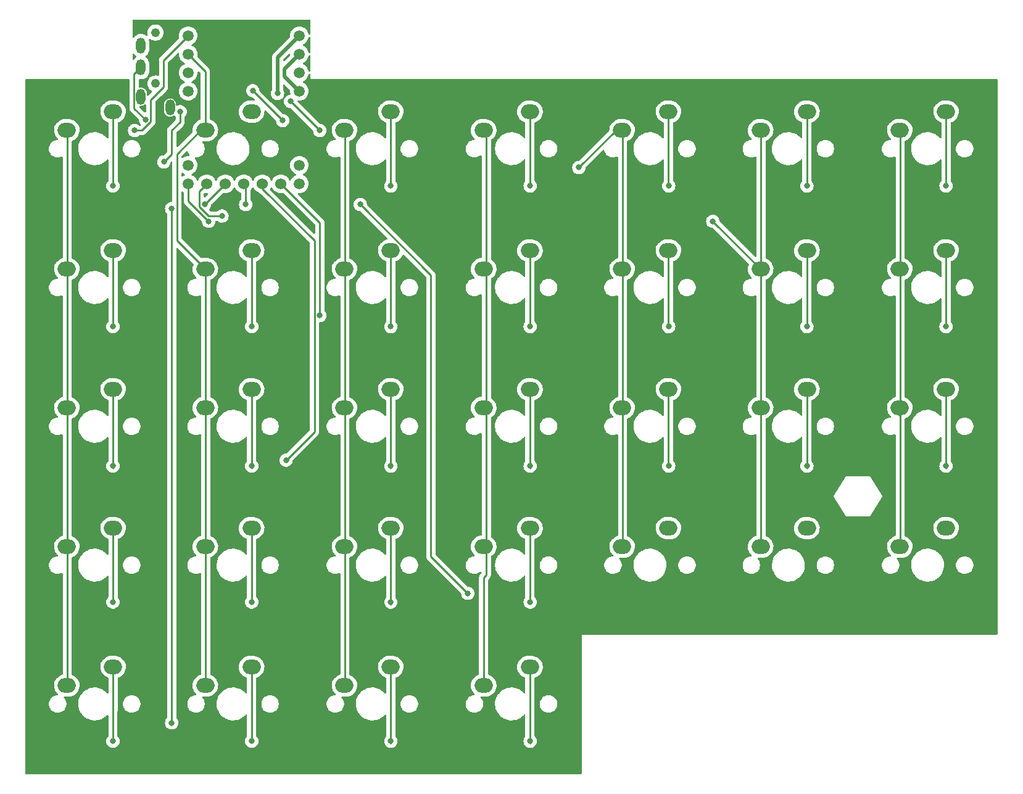
<source format=gbr>
%TF.GenerationSoftware,KiCad,Pcbnew,(7.0.0-0)*%
%TF.CreationDate,2023-04-02T12:17:20+09:00*%
%TF.ProjectId,11111_pcb,31313131-315f-4706-9362-2e6b69636164,rev?*%
%TF.SameCoordinates,Original*%
%TF.FileFunction,Copper,L1,Top*%
%TF.FilePolarity,Positive*%
%FSLAX46Y46*%
G04 Gerber Fmt 4.6, Leading zero omitted, Abs format (unit mm)*
G04 Created by KiCad (PCBNEW (7.0.0-0)) date 2023-04-02 12:17:20*
%MOMM*%
%LPD*%
G01*
G04 APERTURE LIST*
G04 Aperture macros list*
%AMRoundRect*
0 Rectangle with rounded corners*
0 $1 Rounding radius*
0 $2 $3 $4 $5 $6 $7 $8 $9 X,Y pos of 4 corners*
0 Add a 4 corners polygon primitive as box body*
4,1,4,$2,$3,$4,$5,$6,$7,$8,$9,$2,$3,0*
0 Add four circle primitives for the rounded corners*
1,1,$1+$1,$2,$3*
1,1,$1+$1,$4,$5*
1,1,$1+$1,$6,$7*
1,1,$1+$1,$8,$9*
0 Add four rect primitives between the rounded corners*
20,1,$1+$1,$2,$3,$4,$5,0*
20,1,$1+$1,$4,$5,$6,$7,0*
20,1,$1+$1,$6,$7,$8,$9,0*
20,1,$1+$1,$8,$9,$2,$3,0*%
G04 Aperture macros list end*
%TA.AperFunction,ComponentPad*%
%ADD10O,2.500000X2.000000*%
%TD*%
%TA.AperFunction,WasherPad*%
%ADD11C,1.210000*%
%TD*%
%TA.AperFunction,ComponentPad*%
%ADD12O,1.300000X2.200000*%
%TD*%
%TA.AperFunction,ComponentPad*%
%ADD13RoundRect,0.756000X0.000000X-0.006000X0.000000X-0.006000X0.000000X0.006000X0.000000X0.006000X0*%
%TD*%
%TA.AperFunction,ComponentPad*%
%ADD14RoundRect,0.756000X0.006000X0.000000X0.006000X0.000000X-0.006000X0.000000X-0.006000X0.000000X0*%
%TD*%
%TA.AperFunction,ComponentPad*%
%ADD15RoundRect,0.756000X0.000000X0.006000X0.000000X0.006000X0.000000X-0.006000X0.000000X-0.006000X0*%
%TD*%
%TA.AperFunction,ViaPad*%
%ADD16C,0.800000*%
%TD*%
%TA.AperFunction,Conductor*%
%ADD17C,0.250000*%
%TD*%
%TA.AperFunction,Conductor*%
%ADD18C,0.500000*%
%TD*%
G04 APERTURE END LIST*
D10*
%TO.P,SW13,1,1*%
%TO.N,Col12*%
X289105986Y-35521999D03*
%TO.P,SW13,2,2*%
%TO.N,Net-(D13-A)*%
X295455986Y-32981999D03*
%TD*%
%TO.P,SW8,1,1*%
%TO.N,Col7*%
X193905986Y-35521999D03*
%TO.P,SW8,2,2*%
%TO.N,Net-(D8-A)*%
X200255986Y-32981999D03*
%TD*%
%TO.P,SW54,1,1*%
%TO.N,Col11*%
X270105986Y-92671999D03*
%TO.P,SW54,2,2*%
%TO.N,Net-(D54-A)*%
X276455986Y-90131999D03*
%TD*%
%TO.P,SW61,1,1*%
%TO.N,Col7*%
X193905986Y-111721999D03*
%TO.P,SW61,2,2*%
%TO.N,Net-(D61-A)*%
X200255986Y-109181999D03*
%TD*%
%TO.P,SW26,1,1*%
%TO.N,Col11*%
X270105986Y-54571999D03*
%TO.P,SW26,2,2*%
%TO.N,Net-(D26-A)*%
X276455986Y-52031999D03*
%TD*%
%TO.P,SW22,1,1*%
%TO.N,Col7*%
X193905986Y-54571999D03*
%TO.P,SW22,2,2*%
%TO.N,Net-(D22-A)*%
X200255986Y-52031999D03*
%TD*%
%TO.P,SW62,1,1*%
%TO.N,Col8*%
X212905986Y-111721999D03*
%TO.P,SW62,2,2*%
%TO.N,Net-(D62-A)*%
X219255986Y-109181999D03*
%TD*%
%TO.P,SW23,1,1*%
%TO.N,Col8*%
X212905986Y-54571999D03*
%TO.P,SW23,2,2*%
%TO.N,Net-(D23-A)*%
X219255986Y-52031999D03*
%TD*%
%TO.P,SW12,1,1*%
%TO.N,Col11*%
X270105986Y-35521999D03*
%TO.P,SW12,2,2*%
%TO.N,Net-(D12-A)*%
X276455986Y-32981999D03*
%TD*%
%TO.P,SW40,1,1*%
%TO.N,Col11*%
X270105986Y-73621999D03*
%TO.P,SW40,2,2*%
%TO.N,Net-(D40-A)*%
X276455986Y-71081999D03*
%TD*%
%TO.P,SW53,1,1*%
%TO.N,Col10*%
X251105986Y-92671999D03*
%TO.P,SW53,2,2*%
%TO.N,Net-(D53-A)*%
X257455986Y-90131999D03*
%TD*%
%TO.P,SW28,1,1*%
%TO.N,Col13*%
X308205986Y-54571999D03*
%TO.P,SW28,2,2*%
%TO.N,Net-(D28-A)*%
X314555986Y-52031999D03*
%TD*%
%TO.P,SW51,1,1*%
%TO.N,Col8*%
X212905986Y-92671999D03*
%TO.P,SW51,2,2*%
%TO.N,Net-(D51-A)*%
X219255986Y-90131999D03*
%TD*%
%TO.P,SW37,1,1*%
%TO.N,Col8*%
X212905986Y-73621999D03*
%TO.P,SW37,2,2*%
%TO.N,Net-(D37-A)*%
X219255986Y-71081999D03*
%TD*%
%TO.P,SW56,1,1*%
%TO.N,Col13*%
X308205986Y-92671999D03*
%TO.P,SW56,2,2*%
%TO.N,Net-(D56-A)*%
X314555986Y-90131999D03*
%TD*%
%TO.P,SW9,1,1*%
%TO.N,Col8*%
X212905986Y-35521999D03*
%TO.P,SW9,2,2*%
%TO.N,Net-(D9-A)*%
X219255986Y-32981999D03*
%TD*%
%TO.P,SW27,1,1*%
%TO.N,Col12*%
X289105986Y-54571999D03*
%TO.P,SW27,2,2*%
%TO.N,Net-(D27-A)*%
X295455986Y-52031999D03*
%TD*%
%TO.P,SW14,1,1*%
%TO.N,Col13*%
X308205986Y-35521999D03*
%TO.P,SW14,2,2*%
%TO.N,Net-(D14-A)*%
X314555986Y-32981999D03*
%TD*%
%TO.P,SW50,1,1*%
%TO.N,Col7*%
X193905986Y-92671999D03*
%TO.P,SW50,2,2*%
%TO.N,Net-(D50-A)*%
X200255986Y-90131999D03*
%TD*%
%TO.P,SW38,1,1*%
%TO.N,Col9*%
X232005986Y-73621999D03*
%TO.P,SW38,2,2*%
%TO.N,Net-(D38-A)*%
X238355986Y-71081999D03*
%TD*%
%TO.P,SW11,1,1*%
%TO.N,Col10*%
X251105986Y-35521999D03*
%TO.P,SW11,2,2*%
%TO.N,Net-(D11-A)*%
X257455986Y-32981999D03*
%TD*%
%TO.P,SW52,1,1*%
%TO.N,Col9*%
X232005986Y-92671999D03*
%TO.P,SW52,2,2*%
%TO.N,Net-(D52-A)*%
X238355986Y-90131999D03*
%TD*%
%TO.P,SW39,1,1*%
%TO.N,Col10*%
X251105986Y-73621999D03*
%TO.P,SW39,2,2*%
%TO.N,Net-(D39-A)*%
X257455986Y-71081999D03*
%TD*%
%TO.P,SW55,1,1*%
%TO.N,Col12*%
X289105986Y-92671999D03*
%TO.P,SW55,2,2*%
%TO.N,Net-(D55-A)*%
X295455986Y-90131999D03*
%TD*%
%TO.P,SW24,1,1*%
%TO.N,Col9*%
X232005986Y-54571999D03*
%TO.P,SW24,2,2*%
%TO.N,Net-(D24-A)*%
X238355986Y-52031999D03*
%TD*%
%TO.P,SW25,1,1*%
%TO.N,Col10*%
X251105986Y-54571999D03*
%TO.P,SW25,2,2*%
%TO.N,Net-(D25-A)*%
X257455986Y-52031999D03*
%TD*%
D11*
%TO.P,J2,*%
%TO.N,*%
X206068800Y-22120000D03*
X206068800Y-29120000D03*
D12*
%TO.P,J2,A*%
%TO.N,unconnected-(J2-PadA)*%
X208068799Y-32419999D03*
%TO.P,J2,B*%
%TO.N,GNDA*%
X204068799Y-23919999D03*
%TO.P,J2,C*%
%TO.N,DataRight*%
X204068799Y-26919999D03*
%TO.P,J2,D*%
%TO.N,VDD*%
X204068799Y-30919999D03*
%TD*%
D10*
%TO.P,SW10,1,1*%
%TO.N,Col9*%
X232005986Y-35521999D03*
%TO.P,SW10,2,2*%
%TO.N,Net-(D10-A)*%
X238355986Y-32981999D03*
%TD*%
%TO.P,SW64,1,1*%
%TO.N,Col10*%
X251105986Y-111721999D03*
%TO.P,SW64,2,2*%
%TO.N,Net-(D64-A)*%
X257455986Y-109181999D03*
%TD*%
%TO.P,SW41,1,1*%
%TO.N,Col12*%
X289105986Y-73621999D03*
%TO.P,SW41,2,2*%
%TO.N,Net-(D41-A)*%
X295455986Y-71081999D03*
%TD*%
%TO.P,SW42,1,1*%
%TO.N,Col13*%
X308205986Y-73621999D03*
%TO.P,SW42,2,2*%
%TO.N,Net-(D42-A)*%
X314555986Y-71081999D03*
%TD*%
%TO.P,SW36,1,1*%
%TO.N,Col7*%
X193905986Y-73621999D03*
%TO.P,SW36,2,2*%
%TO.N,Net-(D36-A)*%
X200255986Y-71081999D03*
%TD*%
%TO.P,SW63,1,1*%
%TO.N,Col9*%
X232005986Y-111721999D03*
%TO.P,SW63,2,2*%
%TO.N,Net-(D63-A)*%
X238355986Y-109181999D03*
%TD*%
D13*
%TO.P,A2,1,GPIO0*%
%TO.N,Col7*%
X210560000Y-22555200D03*
%TO.P,A2,2,GPIO1*%
%TO.N,Col8*%
X210560000Y-25095200D03*
%TO.P,A2,3,GPIO2*%
%TO.N,Col9*%
X210560000Y-27635200D03*
%TO.P,A2,4,GPIO3*%
%TO.N,Col10*%
X210560000Y-30175200D03*
%TO.P,A2,8,GPIO7*%
%TO.N,Col11*%
X210560000Y-40335200D03*
%TO.P,A2,9,GPIO8*%
%TO.N,Col12*%
X210560000Y-42875200D03*
D14*
%TO.P,A2,10,GPIO9*%
%TO.N,Col13*%
X213106000Y-42881200D03*
%TO.P,A2,11,GPIO10*%
%TO.N,Row9*%
X215646000Y-42881200D03*
%TO.P,A2,12,GPIO11*%
%TO.N,Row8*%
X218186000Y-42881200D03*
%TO.P,A2,13,GPIO12*%
%TO.N,Row7*%
X220726000Y-42881200D03*
%TO.P,A2,14,GPIO13*%
%TO.N,Row6*%
X223266000Y-42881200D03*
D15*
%TO.P,A2,15,GPIO14*%
%TO.N,Row5*%
X225812000Y-42875200D03*
%TO.P,A2,16,GPIO15*%
%TO.N,DataRight*%
X225812000Y-40335200D03*
%TO.P,A2,20,GPIO29*%
%TO.N,GNDA*%
X225812000Y-30175200D03*
%TO.P,A2,21,3V3*%
%TO.N,unconnected-(A2-3V3-Pad21)*%
X225812000Y-27635200D03*
%TO.P,A2,22,5V*%
%TO.N,VDD*%
X225812000Y-22555200D03*
%TO.P,A2,23,GND*%
%TO.N,GNDA*%
X225812000Y-25095200D03*
%TD*%
D16*
%TO.N,Net-(D8-A)*%
X200225987Y-43162000D03*
%TO.N,Net-(D9-A)*%
X207216200Y-39878000D03*
X209455836Y-32982000D03*
%TO.N,Net-(D10-A)*%
X238360987Y-43162000D03*
%TO.N,Net-(D11-A)*%
X257475987Y-43162000D03*
%TO.N,Net-(D12-A)*%
X276500987Y-43162000D03*
%TO.N,Net-(D13-A)*%
X295455987Y-43162000D03*
%TO.N,Net-(D14-A)*%
X314540987Y-43162000D03*
%TO.N,Row6*%
X228600000Y-60960000D03*
%TO.N,Net-(D22-A)*%
X200225987Y-62482000D03*
%TO.N,Net-(D23-A)*%
X219275987Y-62482000D03*
%TO.N,Net-(D24-A)*%
X238360987Y-62482000D03*
%TO.N,Net-(D25-A)*%
X257475987Y-62482000D03*
%TO.N,Net-(D26-A)*%
X276500987Y-62482000D03*
%TO.N,Net-(D27-A)*%
X295455987Y-62482000D03*
%TO.N,Net-(D28-A)*%
X314540987Y-62482000D03*
%TO.N,Row7*%
X223988000Y-80812000D03*
%TO.N,Net-(D36-A)*%
X200225987Y-81612000D03*
%TO.N,Net-(D37-A)*%
X219275987Y-81612000D03*
%TO.N,Net-(D38-A)*%
X238360987Y-81612000D03*
%TO.N,Net-(D39-A)*%
X257475987Y-81612000D03*
%TO.N,Net-(D40-A)*%
X276500987Y-81612000D03*
%TO.N,Net-(D41-A)*%
X295455987Y-81612000D03*
%TO.N,Net-(D42-A)*%
X314540987Y-81612000D03*
%TO.N,Row8*%
X234167820Y-45720000D03*
X248920000Y-99082000D03*
X218440000Y-45720000D03*
%TO.N,Net-(D50-A)*%
X200225987Y-100292000D03*
%TO.N,Net-(D51-A)*%
X219275987Y-100292000D03*
%TO.N,Net-(D52-A)*%
X238360987Y-100292000D03*
%TO.N,Net-(D53-A)*%
X257475987Y-100292000D03*
%TO.N,Row9*%
X212801200Y-45720000D03*
X208280000Y-46278800D03*
X208280000Y-116860000D03*
%TO.N,Net-(D61-A)*%
X200225987Y-119362000D03*
%TO.N,Net-(D62-A)*%
X219275987Y-119362000D03*
%TO.N,DataRight*%
X204688000Y-34072000D03*
%TO.N,VDD*%
X222820000Y-30480000D03*
%TO.N,Col7*%
X203200000Y-35560000D03*
%TO.N,Col9*%
X228600000Y-35560000D03*
X224601703Y-31561703D03*
%TO.N,Col10*%
X223520000Y-34197000D03*
X219420507Y-30097507D03*
%TO.N,Col11*%
X264160000Y-40640000D03*
%TO.N,Col12*%
X213360000Y-48028605D03*
X282539988Y-48028605D03*
%TO.N,Col13*%
X215188169Y-47304105D03*
%TO.N,Net-(D63-A)*%
X238360987Y-119362000D03*
%TO.N,Net-(D64-A)*%
X257475987Y-119362000D03*
%TD*%
D17*
%TO.N,Net-(D8-A)*%
X200255987Y-43132000D02*
X200225987Y-43162000D01*
X200255987Y-32982000D02*
X200255987Y-43132000D01*
%TO.N,Net-(D9-A)*%
X209455836Y-32982000D02*
X209455836Y-34384164D01*
X208280000Y-38814200D02*
X207216200Y-39878000D01*
X208280000Y-35560000D02*
X208280000Y-38814200D01*
X209455836Y-34384164D02*
X208280000Y-35560000D01*
%TO.N,Net-(D10-A)*%
X238355987Y-43157000D02*
X238360987Y-43162000D01*
X238355987Y-32982000D02*
X238355987Y-43157000D01*
%TO.N,Net-(D11-A)*%
X257455987Y-43142000D02*
X257475987Y-43162000D01*
X257455987Y-32982000D02*
X257455987Y-43142000D01*
%TO.N,Net-(D12-A)*%
X276455987Y-43117000D02*
X276500987Y-43162000D01*
X276455987Y-32982000D02*
X276455987Y-43117000D01*
%TO.N,Net-(D13-A)*%
X295455987Y-32982000D02*
X295455987Y-43162000D01*
%TO.N,Net-(D14-A)*%
X314555987Y-32982000D02*
X314555987Y-43147000D01*
X314555987Y-43147000D02*
X314540987Y-43162000D01*
%TO.N,Row6*%
X228600000Y-48209200D02*
X228600000Y-60960000D01*
X223266000Y-42875200D02*
X228600000Y-48209200D01*
%TO.N,Net-(D22-A)*%
X200255987Y-52032000D02*
X200255987Y-62452000D01*
X200255987Y-62452000D02*
X200225987Y-62482000D01*
%TO.N,Net-(D23-A)*%
X219255987Y-62462000D02*
X219275987Y-62482000D01*
X219255987Y-52032000D02*
X219255987Y-62462000D01*
%TO.N,Net-(D24-A)*%
X238355987Y-52032000D02*
X238355987Y-62477000D01*
X238355987Y-62477000D02*
X238360987Y-62482000D01*
%TO.N,Net-(D25-A)*%
X257455987Y-52032000D02*
X257455987Y-62462000D01*
X257455987Y-62462000D02*
X257475987Y-62482000D01*
%TO.N,Net-(D26-A)*%
X276455987Y-62437000D02*
X276500987Y-62482000D01*
X276455987Y-52032000D02*
X276455987Y-62437000D01*
%TO.N,Net-(D27-A)*%
X295455987Y-52032000D02*
X295455987Y-62482000D01*
%TO.N,Net-(D28-A)*%
X314555987Y-62467000D02*
X314540987Y-62482000D01*
X314555987Y-52032000D02*
X314555987Y-62467000D01*
%TO.N,Row7*%
X227875000Y-76925000D02*
X227875000Y-50711396D01*
X223988000Y-80812000D02*
X227875000Y-76925000D01*
X227875000Y-50711396D02*
X220726000Y-43562396D01*
X220726000Y-43562396D02*
X220726000Y-42875200D01*
%TO.N,Net-(D36-A)*%
X200255987Y-71382000D02*
X200255987Y-81882000D01*
%TO.N,Net-(D37-A)*%
X219255987Y-71382000D02*
X219255987Y-81892000D01*
%TO.N,Net-(D38-A)*%
X238355987Y-71382000D02*
X238355987Y-81907000D01*
%TO.N,Net-(D39-A)*%
X257455987Y-71382000D02*
X257455987Y-81892000D01*
%TO.N,Net-(D40-A)*%
X276455987Y-71382000D02*
X276455987Y-81867000D01*
%TO.N,Net-(D41-A)*%
X295455987Y-71382000D02*
X295455987Y-81912000D01*
%TO.N,Net-(D42-A)*%
X314555987Y-71382000D02*
X314555987Y-81897000D01*
%TO.N,Row8*%
X243840000Y-55392180D02*
X243840000Y-94002000D01*
X243840000Y-94002000D02*
X248920000Y-99082000D01*
X234167820Y-45720000D02*
X243840000Y-55392180D01*
X218440000Y-43129200D02*
X218186000Y-42875200D01*
X218440000Y-45720000D02*
X218440000Y-43129200D01*
%TO.N,Net-(D50-A)*%
X200255987Y-90432000D02*
X200255987Y-100562000D01*
%TO.N,Net-(D51-A)*%
X219255987Y-90432000D02*
X219255987Y-100572000D01*
%TO.N,Net-(D52-A)*%
X238355987Y-90432000D02*
X238355987Y-100587000D01*
%TO.N,Net-(D53-A)*%
X257455987Y-90432000D02*
X257455987Y-100572000D01*
%TO.N,Row9*%
X208280000Y-46278800D02*
X208280000Y-116860000D01*
X215646000Y-42875200D02*
X212801200Y-45720000D01*
%TO.N,Net-(D61-A)*%
X200255987Y-109182000D02*
X200255987Y-115080757D01*
X200255987Y-115080757D02*
X200225987Y-115110757D01*
X200225987Y-115110757D02*
X200225987Y-119362000D01*
%TO.N,Net-(D62-A)*%
X219255987Y-109182000D02*
X219255987Y-119342000D01*
X219255987Y-119342000D02*
X219275987Y-119362000D01*
%TO.N,DataRight*%
X203143800Y-27845000D02*
X203143800Y-32527800D01*
X204068800Y-26920000D02*
X203143800Y-27845000D01*
X203143800Y-32527800D02*
X204688000Y-34072000D01*
D18*
%TO.N,VDD*%
X222820000Y-25515800D02*
X225780600Y-22555200D01*
X222820000Y-30480000D02*
X222820000Y-25515800D01*
D17*
%TO.N,Col7*%
X205413000Y-34372305D02*
X205413000Y-31333948D01*
X193960987Y-111667000D02*
X193905987Y-111722000D01*
X207169200Y-25926600D02*
X210540600Y-22555200D01*
X204225305Y-35560000D02*
X205413000Y-34372305D01*
X203200000Y-35560000D02*
X204225305Y-35560000D01*
X207169200Y-29577748D02*
X207169200Y-25926600D01*
X205413000Y-31333948D02*
X207169200Y-29577748D01*
X193905987Y-35522000D02*
X193960987Y-35577000D01*
X193960987Y-35577000D02*
X193960987Y-111667000D01*
%TO.N,Col8*%
X212960987Y-111667000D02*
X212960987Y-54627000D01*
X212905987Y-27460587D02*
X212905987Y-35522000D01*
X212905987Y-54572000D02*
X209005000Y-50671013D01*
X209005000Y-50671013D02*
X209005000Y-38819154D01*
X212905987Y-111722000D02*
X212960987Y-111667000D01*
X212264154Y-35560000D02*
X212302154Y-35560000D01*
X212960987Y-54627000D02*
X212905987Y-54572000D01*
X210540600Y-25095200D02*
X212905987Y-27460587D01*
X209005000Y-38819154D02*
X212264154Y-35560000D01*
%TO.N,Col9*%
X224601703Y-31561703D02*
X228600000Y-35560000D01*
X232060987Y-111967000D02*
X232060987Y-35877000D01*
X232060987Y-35877000D02*
X232005987Y-35822000D01*
%TO.N,Col10*%
X251460000Y-36176013D02*
X251460000Y-96540000D01*
X251105987Y-96894013D02*
X251105987Y-111722000D01*
X251460000Y-96540000D02*
X251105987Y-96894013D01*
X251105987Y-35822000D02*
X251460000Y-36176013D01*
X219420507Y-30097507D02*
X223520000Y-34197000D01*
%TO.N,Col11*%
X264160000Y-40640000D02*
X269278000Y-35522000D01*
X269278000Y-35522000D02*
X270105987Y-35522000D01*
X270160987Y-35877000D02*
X270160987Y-92917000D01*
X270105987Y-35822000D02*
X270160987Y-35877000D01*
%TO.N,Col12*%
X282562592Y-48028605D02*
X289105987Y-54572000D01*
X282539988Y-48028605D02*
X282562592Y-48028605D01*
X210566000Y-45234605D02*
X210566000Y-42875200D01*
X289105987Y-35822000D02*
X289160987Y-35877000D01*
X289160987Y-35877000D02*
X289160987Y-92917000D01*
X213360000Y-48028605D02*
X210566000Y-45234605D01*
%TO.N,Col13*%
X213360000Y-47304105D02*
X212076200Y-46020305D01*
X308260987Y-35877000D02*
X308260987Y-92617000D01*
X212076200Y-43905000D02*
X213106000Y-42875200D01*
X307520987Y-73982000D02*
X308260987Y-74722000D01*
X308260987Y-92617000D02*
X308205987Y-92672000D01*
X308205987Y-35822000D02*
X308260987Y-35877000D01*
X212076200Y-46020305D02*
X212076200Y-43905000D01*
X215188169Y-47304105D02*
X213360000Y-47304105D01*
D18*
%TO.N,GNDA*%
X225780600Y-25095200D02*
X223722875Y-27152925D01*
X223722875Y-27152925D02*
X223722875Y-28117475D01*
X223722875Y-28117475D02*
X225780600Y-30175200D01*
D17*
%TO.N,Net-(D63-A)*%
X238355987Y-109482000D02*
X238355987Y-119657000D01*
%TO.N,Net-(D64-A)*%
X257455987Y-119642000D02*
X257455987Y-109482000D01*
%TD*%
%TA.AperFunction,NonConductor*%
G36*
X227250716Y-22712477D02*
G01*
X227289946Y-22756874D01*
X227304100Y-22814405D01*
X227304100Y-24835995D01*
X227289946Y-24893526D01*
X227250716Y-24937923D01*
X227195365Y-24959052D01*
X227136529Y-24952088D01*
X227087640Y-24918622D01*
X227059858Y-24866293D01*
X227011724Y-24675267D01*
X227011723Y-24675266D01*
X227010365Y-24669874D01*
X226916233Y-24462637D01*
X226873243Y-24400584D01*
X226789785Y-24280119D01*
X226789781Y-24280114D01*
X226786610Y-24275537D01*
X226625663Y-24114590D01*
X226621086Y-24111419D01*
X226621080Y-24111414D01*
X226443143Y-23988140D01*
X226443142Y-23988139D01*
X226438563Y-23984967D01*
X226335379Y-23938098D01*
X226290764Y-23903811D01*
X226265895Y-23853335D01*
X226265895Y-23797065D01*
X226290764Y-23746589D01*
X226335380Y-23712301D01*
X226438563Y-23665433D01*
X226625663Y-23535810D01*
X226786610Y-23374863D01*
X226916233Y-23187763D01*
X227010365Y-22980526D01*
X227059857Y-22784107D01*
X227087640Y-22731778D01*
X227136529Y-22698312D01*
X227195365Y-22691348D01*
X227250716Y-22712477D01*
G37*
%TD.AperFunction*%
%TA.AperFunction,NonConductor*%
G36*
X203088032Y-25018731D02*
G01*
X203135852Y-25056970D01*
X203208990Y-25153820D01*
X203213224Y-25157680D01*
X203213227Y-25157683D01*
X203243477Y-25185259D01*
X203367657Y-25298464D01*
X203372527Y-25301479D01*
X203372528Y-25301480D01*
X203393674Y-25314573D01*
X203436726Y-25359661D01*
X203452397Y-25420000D01*
X203436726Y-25480339D01*
X203393674Y-25525427D01*
X203372528Y-25538519D01*
X203372520Y-25538524D01*
X203367657Y-25541536D01*
X203363426Y-25545392D01*
X203363422Y-25545396D01*
X203213227Y-25682316D01*
X203213219Y-25682324D01*
X203208990Y-25686180D01*
X203205539Y-25690749D01*
X203205537Y-25690752D01*
X203204942Y-25691540D01*
X203161963Y-25748455D01*
X203135854Y-25783029D01*
X203088032Y-25821269D01*
X203027742Y-25831963D01*
X202969685Y-25812505D01*
X202928018Y-25767637D01*
X202912900Y-25708302D01*
X202912900Y-25131698D01*
X202928018Y-25072363D01*
X202969685Y-25027495D01*
X203027742Y-25008037D01*
X203088032Y-25018731D01*
G37*
%TD.AperFunction*%
%TA.AperFunction,NonConductor*%
G36*
X224496385Y-25060024D02*
G01*
X224533985Y-25104047D01*
X224547500Y-25160342D01*
X224547500Y-25166142D01*
X224547690Y-25168561D01*
X224547691Y-25168576D01*
X224549543Y-25192101D01*
X224542261Y-25244748D01*
X224513606Y-25289511D01*
X223790181Y-26012938D01*
X223740818Y-26043188D01*
X223683102Y-26047730D01*
X223629615Y-26025575D01*
X223592015Y-25981552D01*
X223578500Y-25925257D01*
X223578500Y-25881343D01*
X223587939Y-25833890D01*
X223614819Y-25793662D01*
X223973881Y-25434600D01*
X224335819Y-25072660D01*
X224385182Y-25042411D01*
X224442898Y-25037869D01*
X224496385Y-25060024D01*
G37*
%TD.AperFunction*%
%TA.AperFunction,NonConductor*%
G36*
X227250716Y-25252477D02*
G01*
X227289946Y-25296874D01*
X227304100Y-25354405D01*
X227304100Y-27375995D01*
X227289946Y-27433526D01*
X227250716Y-27477923D01*
X227195365Y-27499052D01*
X227136529Y-27492088D01*
X227087640Y-27458622D01*
X227059858Y-27406293D01*
X227011724Y-27215267D01*
X227011723Y-27215266D01*
X227010365Y-27209874D01*
X226916233Y-27002637D01*
X226873243Y-26940584D01*
X226789785Y-26820119D01*
X226789781Y-26820114D01*
X226786610Y-26815537D01*
X226625663Y-26654590D01*
X226621086Y-26651419D01*
X226621080Y-26651414D01*
X226443143Y-26528140D01*
X226443142Y-26528139D01*
X226438563Y-26524967D01*
X226335379Y-26478098D01*
X226290764Y-26443811D01*
X226265895Y-26393335D01*
X226265895Y-26337065D01*
X226290764Y-26286589D01*
X226335380Y-26252301D01*
X226338907Y-26250699D01*
X226438563Y-26205433D01*
X226625663Y-26075810D01*
X226786610Y-25914863D01*
X226916233Y-25727763D01*
X227010365Y-25520526D01*
X227059857Y-25324107D01*
X227087640Y-25271778D01*
X227136529Y-25238312D01*
X227195365Y-25231348D01*
X227250716Y-25252477D01*
G37*
%TD.AperFunction*%
%TA.AperFunction,NonConductor*%
G36*
X204709300Y-31978362D02*
G01*
X204760493Y-32024110D01*
X204779500Y-32090083D01*
X204779500Y-32968234D01*
X204765985Y-33024529D01*
X204728385Y-33068552D01*
X204674898Y-33090707D01*
X204617182Y-33086165D01*
X204567819Y-33055915D01*
X203889626Y-32377721D01*
X203858546Y-32325702D01*
X203855827Y-32265167D01*
X203882119Y-32210571D01*
X203931143Y-32174954D01*
X203991188Y-32166820D01*
X204068800Y-32175565D01*
X204248055Y-32155368D01*
X204418322Y-32095789D01*
X204571062Y-31999816D01*
X204575988Y-31994889D01*
X204578185Y-31993138D01*
X204641614Y-31966863D01*
X204709300Y-31978362D01*
G37*
%TD.AperFunction*%
%TA.AperFunction,NonConductor*%
G36*
X210468403Y-38412852D02*
G01*
X210503716Y-38462534D01*
X210554665Y-38594048D01*
X210554670Y-38594058D01*
X210556740Y-38599401D01*
X210559758Y-38604275D01*
X210637764Y-38730261D01*
X210673863Y-38788562D01*
X210677723Y-38792796D01*
X210737555Y-38858429D01*
X210765703Y-38909910D01*
X210767031Y-38968569D01*
X210741243Y-39021271D01*
X210694112Y-39056218D01*
X210636191Y-39065585D01*
X210627381Y-39064891D01*
X210627356Y-39064890D01*
X210624942Y-39064700D01*
X210495058Y-39064700D01*
X210492639Y-39064890D01*
X210492623Y-39064891D01*
X210366591Y-39074810D01*
X210366584Y-39074811D01*
X210361389Y-39075220D01*
X210356338Y-39076492D01*
X210356330Y-39076494D01*
X210146067Y-39129475D01*
X210146055Y-39129478D01*
X210140674Y-39130835D01*
X210135609Y-39133135D01*
X210135605Y-39133137D01*
X209938511Y-39222662D01*
X209938508Y-39222663D01*
X209933437Y-39224967D01*
X209833114Y-39294470D01*
X209770147Y-39316305D01*
X209704969Y-39302387D01*
X209656411Y-39256737D01*
X209638500Y-39192541D01*
X209638500Y-39132920D01*
X209647939Y-39085467D01*
X209674819Y-39045239D01*
X209810148Y-38909910D01*
X210300411Y-38419645D01*
X210352780Y-38388462D01*
X210413684Y-38385998D01*
X210468403Y-38412852D01*
G37*
%TD.AperFunction*%
%TA.AperFunction,NonConductor*%
G36*
X209833114Y-41375929D02*
G01*
X209933437Y-41445433D01*
X210036620Y-41492301D01*
X210081236Y-41526589D01*
X210106104Y-41577065D01*
X210106104Y-41633335D01*
X210081236Y-41683811D01*
X210036620Y-41718099D01*
X209938512Y-41762662D01*
X209933437Y-41764967D01*
X209833114Y-41834470D01*
X209770147Y-41856305D01*
X209704969Y-41842387D01*
X209656411Y-41796737D01*
X209638500Y-41732541D01*
X209638500Y-41477859D01*
X209656411Y-41413663D01*
X209704969Y-41368013D01*
X209770147Y-41354095D01*
X209833114Y-41375929D01*
G37*
%TD.AperFunction*%
%TA.AperFunction,NonConductor*%
G36*
X212863997Y-44125757D02*
G01*
X212901389Y-44135180D01*
X213035058Y-44145700D01*
X213174492Y-44145700D01*
X213175673Y-44145700D01*
X213176942Y-44145700D01*
X213176942Y-44145957D01*
X213233150Y-44157361D01*
X213278933Y-44194328D01*
X213302518Y-44248239D01*
X213298595Y-44306952D01*
X213268047Y-44357246D01*
X212921381Y-44703914D01*
X212872018Y-44734164D01*
X212814302Y-44738706D01*
X212760815Y-44716551D01*
X212723215Y-44672528D01*
X212709700Y-44616233D01*
X212709700Y-44245999D01*
X212722284Y-44191571D01*
X212757480Y-44148190D01*
X212808146Y-44124661D01*
X212863997Y-44125757D01*
G37*
%TD.AperFunction*%
%TA.AperFunction,NonConductor*%
G36*
X222074611Y-43359964D02*
G01*
X222108898Y-43404579D01*
X222155767Y-43507763D01*
X222158939Y-43512342D01*
X222158940Y-43512343D01*
X222282214Y-43690280D01*
X222282219Y-43690286D01*
X222285390Y-43694863D01*
X222446337Y-43855810D01*
X222450914Y-43858981D01*
X222450919Y-43858985D01*
X222533115Y-43915930D01*
X222633437Y-43985433D01*
X222840674Y-44079565D01*
X223061389Y-44135180D01*
X223195058Y-44145700D01*
X223334497Y-44145700D01*
X223336942Y-44145700D01*
X223470611Y-44135180D01*
X223529753Y-44120277D01*
X223593040Y-44120986D01*
X223647733Y-44152837D01*
X227930181Y-48435285D01*
X227957061Y-48475513D01*
X227966500Y-48522966D01*
X227966500Y-49607630D01*
X227952985Y-49663925D01*
X227915385Y-49707948D01*
X227861898Y-49730103D01*
X227804182Y-49725561D01*
X227754819Y-49695311D01*
X224832295Y-46772787D01*
X221799358Y-43739849D01*
X221769398Y-43691367D01*
X221764289Y-43634604D01*
X221785109Y-43581555D01*
X221836233Y-43507763D01*
X221883101Y-43404579D01*
X221917389Y-43359964D01*
X221967865Y-43335095D01*
X222024135Y-43335095D01*
X222074611Y-43359964D01*
G37*
%TD.AperFunction*%
%TA.AperFunction,NonConductor*%
G36*
X227242100Y-20358613D02*
G01*
X227287487Y-20404000D01*
X227304100Y-20466000D01*
X227304100Y-22295995D01*
X227289946Y-22353526D01*
X227250716Y-22397923D01*
X227195365Y-22419052D01*
X227136529Y-22412088D01*
X227087640Y-22378622D01*
X227059858Y-22326293D01*
X227011724Y-22135267D01*
X227011723Y-22135266D01*
X227010365Y-22129874D01*
X226916233Y-21922637D01*
X226873243Y-21860584D01*
X226789785Y-21740119D01*
X226789781Y-21740114D01*
X226786610Y-21735537D01*
X226625663Y-21574590D01*
X226621086Y-21571419D01*
X226621080Y-21571414D01*
X226443143Y-21448140D01*
X226443142Y-21448139D01*
X226438563Y-21444967D01*
X226231326Y-21350835D01*
X226225940Y-21349477D01*
X226225932Y-21349475D01*
X226015669Y-21296494D01*
X226015663Y-21296493D01*
X226010611Y-21295220D01*
X226005414Y-21294810D01*
X226005408Y-21294810D01*
X225879376Y-21284891D01*
X225879361Y-21284890D01*
X225876942Y-21284700D01*
X225747058Y-21284700D01*
X225744639Y-21284890D01*
X225744623Y-21284891D01*
X225618591Y-21294810D01*
X225618584Y-21294811D01*
X225613389Y-21295220D01*
X225608338Y-21296492D01*
X225608330Y-21296494D01*
X225398067Y-21349475D01*
X225398055Y-21349478D01*
X225392674Y-21350835D01*
X225387609Y-21353135D01*
X225387605Y-21353137D01*
X225190511Y-21442662D01*
X225190508Y-21442663D01*
X225185437Y-21444967D01*
X225180861Y-21448136D01*
X225180856Y-21448140D01*
X225002919Y-21571414D01*
X225002907Y-21571423D01*
X224998337Y-21574590D01*
X224994400Y-21578526D01*
X224994394Y-21578532D01*
X224841332Y-21731594D01*
X224841326Y-21731600D01*
X224837390Y-21735537D01*
X224834223Y-21740107D01*
X224834214Y-21740119D01*
X224710940Y-21918056D01*
X224710936Y-21918061D01*
X224707767Y-21922637D01*
X224613635Y-22129874D01*
X224612278Y-22135255D01*
X224612275Y-22135267D01*
X224559294Y-22345530D01*
X224559292Y-22345538D01*
X224558020Y-22350589D01*
X224557611Y-22355784D01*
X224557610Y-22355791D01*
X224547691Y-22481823D01*
X224547690Y-22481839D01*
X224547500Y-22484258D01*
X224547500Y-22626142D01*
X224547690Y-22628561D01*
X224547691Y-22628576D01*
X224549543Y-22652101D01*
X224542261Y-22704749D01*
X224513606Y-22749511D01*
X222329123Y-24933994D01*
X222315495Y-24945772D01*
X222301735Y-24956016D01*
X222301724Y-24956025D01*
X222295942Y-24960331D01*
X222291307Y-24965853D01*
X222291298Y-24965863D01*
X222263715Y-24998735D01*
X222256419Y-25006698D01*
X222254975Y-25008141D01*
X222254953Y-25008165D01*
X222252420Y-25010699D01*
X222250194Y-25013513D01*
X222250186Y-25013523D01*
X222232982Y-25035280D01*
X222230710Y-25038068D01*
X222186608Y-25090628D01*
X222186601Y-25090637D01*
X222181968Y-25096160D01*
X222178732Y-25102601D01*
X222176664Y-25105746D01*
X222176568Y-25105878D01*
X222176481Y-25106035D01*
X222174508Y-25109232D01*
X222170033Y-25114894D01*
X222166982Y-25121435D01*
X222166981Y-25121438D01*
X222137982Y-25183625D01*
X222136427Y-25186837D01*
X222102391Y-25254612D01*
X222100727Y-25261628D01*
X222099446Y-25265150D01*
X222099376Y-25265318D01*
X222099328Y-25265489D01*
X222098147Y-25269052D01*
X222095097Y-25275594D01*
X222093638Y-25282657D01*
X222093636Y-25282665D01*
X222079759Y-25349872D01*
X222078979Y-25353392D01*
X222077494Y-25359660D01*
X222061500Y-25427144D01*
X222061500Y-25434357D01*
X222061067Y-25438061D01*
X222061036Y-25438253D01*
X222061028Y-25438438D01*
X222060701Y-25442170D01*
X222059241Y-25449242D01*
X222059450Y-25456449D01*
X222059450Y-25456458D01*
X222061448Y-25525093D01*
X222061500Y-25528699D01*
X222061500Y-29943536D01*
X222044887Y-30005536D01*
X221988721Y-30102817D01*
X221988718Y-30102822D01*
X221985473Y-30108444D01*
X221983467Y-30114616D01*
X221983465Y-30114622D01*
X221928465Y-30283892D01*
X221928463Y-30283901D01*
X221926458Y-30290072D01*
X221925780Y-30296522D01*
X221925778Y-30296532D01*
X221908295Y-30462884D01*
X221906496Y-30480000D01*
X221907175Y-30486460D01*
X221925778Y-30663467D01*
X221925779Y-30663475D01*
X221926458Y-30669928D01*
X221928463Y-30676100D01*
X221928465Y-30676107D01*
X221980594Y-30836541D01*
X221985473Y-30851556D01*
X221988720Y-30857180D01*
X221988721Y-30857182D01*
X222074645Y-31006007D01*
X222080960Y-31016944D01*
X222208747Y-31158866D01*
X222213997Y-31162680D01*
X222214000Y-31162683D01*
X222323051Y-31241913D01*
X222363248Y-31271118D01*
X222369181Y-31273759D01*
X222369182Y-31273760D01*
X222518373Y-31340184D01*
X222537712Y-31348794D01*
X222544070Y-31350145D01*
X222544072Y-31350146D01*
X222580874Y-31357968D01*
X222724513Y-31388500D01*
X222908984Y-31388500D01*
X222915487Y-31388500D01*
X223102288Y-31348794D01*
X223276752Y-31271118D01*
X223431253Y-31158866D01*
X223559040Y-31016944D01*
X223654527Y-30851556D01*
X223713542Y-30669928D01*
X223733504Y-30480000D01*
X223713542Y-30290072D01*
X223654527Y-30108444D01*
X223606725Y-30025649D01*
X223595113Y-30005536D01*
X223578500Y-29943536D01*
X223578500Y-29345143D01*
X223592015Y-29288848D01*
X223629615Y-29244825D01*
X223683102Y-29222670D01*
X223740818Y-29227212D01*
X223790181Y-29257462D01*
X224513606Y-29980887D01*
X224542261Y-30025649D01*
X224549543Y-30078296D01*
X224547691Y-30101820D01*
X224547690Y-30101841D01*
X224547500Y-30104258D01*
X224547500Y-30246142D01*
X224547690Y-30248561D01*
X224547691Y-30248576D01*
X224557610Y-30374608D01*
X224557610Y-30374614D01*
X224558020Y-30379811D01*
X224559293Y-30384863D01*
X224559294Y-30384869D01*
X224589320Y-30504029D01*
X224587928Y-30569693D01*
X224553193Y-30625435D01*
X224494859Y-30655617D01*
X224325775Y-30691556D01*
X224325764Y-30691559D01*
X224319415Y-30692909D01*
X224313485Y-30695548D01*
X224313476Y-30695552D01*
X224150885Y-30767942D01*
X224150877Y-30767946D01*
X224144951Y-30770585D01*
X224139702Y-30774398D01*
X224139696Y-30774402D01*
X223995703Y-30879019D01*
X223995694Y-30879026D01*
X223990450Y-30882837D01*
X223986106Y-30887660D01*
X223986103Y-30887664D01*
X223867010Y-31019931D01*
X223862663Y-31024759D01*
X223859417Y-31030379D01*
X223859414Y-31030385D01*
X223770424Y-31184520D01*
X223770421Y-31184525D01*
X223767176Y-31190147D01*
X223765170Y-31196319D01*
X223765168Y-31196325D01*
X223710168Y-31365595D01*
X223710166Y-31365604D01*
X223708161Y-31371775D01*
X223707483Y-31378225D01*
X223707481Y-31378235D01*
X223695925Y-31488190D01*
X223688199Y-31561703D01*
X223688878Y-31568163D01*
X223707481Y-31745170D01*
X223707482Y-31745178D01*
X223708161Y-31751631D01*
X223710166Y-31757803D01*
X223710168Y-31757810D01*
X223764507Y-31925046D01*
X223767176Y-31933259D01*
X223770423Y-31938883D01*
X223770424Y-31938885D01*
X223858875Y-32092087D01*
X223862663Y-32098647D01*
X223990450Y-32240569D01*
X223995700Y-32244383D01*
X223995703Y-32244386D01*
X224051846Y-32285176D01*
X224144951Y-32352821D01*
X224150884Y-32355462D01*
X224150885Y-32355463D01*
X224200877Y-32377721D01*
X224319415Y-32430497D01*
X224325773Y-32431848D01*
X224325775Y-32431849D01*
X224362577Y-32439671D01*
X224506216Y-32470203D01*
X224562937Y-32470203D01*
X224610390Y-32479642D01*
X224650618Y-32506522D01*
X227653378Y-35509283D01*
X227677617Y-35543580D01*
X227689018Y-35584002D01*
X227704210Y-35728544D01*
X227706458Y-35749928D01*
X227708463Y-35756100D01*
X227708465Y-35756107D01*
X227750598Y-35885777D01*
X227765473Y-35931556D01*
X227768720Y-35937180D01*
X227768721Y-35937182D01*
X227842252Y-36064542D01*
X227860960Y-36096944D01*
X227988747Y-36238866D01*
X227993997Y-36242680D01*
X227994000Y-36242683D01*
X228136863Y-36346479D01*
X228143248Y-36351118D01*
X228317712Y-36428794D01*
X228324070Y-36430145D01*
X228324072Y-36430146D01*
X228360874Y-36437968D01*
X228504513Y-36468500D01*
X228688984Y-36468500D01*
X228695487Y-36468500D01*
X228882288Y-36428794D01*
X229056752Y-36351118D01*
X229211253Y-36238866D01*
X229339040Y-36096944D01*
X229434527Y-35931556D01*
X229493542Y-35749928D01*
X229513504Y-35560000D01*
X229493542Y-35370072D01*
X229434527Y-35188444D01*
X229339040Y-35023056D01*
X229211253Y-34881134D01*
X229206003Y-34877319D01*
X229205999Y-34877316D01*
X229062006Y-34772699D01*
X229062004Y-34772697D01*
X229056752Y-34768882D01*
X229050821Y-34766241D01*
X229050817Y-34766239D01*
X228888226Y-34693849D01*
X228888219Y-34693846D01*
X228882288Y-34691206D01*
X228875935Y-34689855D01*
X228875927Y-34689853D01*
X228701849Y-34652852D01*
X228701846Y-34652851D01*
X228695487Y-34651500D01*
X228688984Y-34651500D01*
X228638766Y-34651500D01*
X228591313Y-34642061D01*
X228551085Y-34615181D01*
X225588056Y-31652151D01*
X225557219Y-31600931D01*
X225553933Y-31541234D01*
X225578964Y-31486939D01*
X225626492Y-31450668D01*
X225685464Y-31440852D01*
X225747058Y-31445700D01*
X225874497Y-31445700D01*
X225876942Y-31445700D01*
X226010611Y-31435180D01*
X226231326Y-31379565D01*
X226438563Y-31285433D01*
X226625663Y-31155810D01*
X226786610Y-30994863D01*
X226916233Y-30807763D01*
X227010365Y-30600526D01*
X227065980Y-30379811D01*
X227076500Y-30246142D01*
X227076500Y-30104258D01*
X227065980Y-29970589D01*
X227010365Y-29749874D01*
X226916233Y-29542637D01*
X226833673Y-29423468D01*
X226789785Y-29360119D01*
X226789781Y-29360114D01*
X226786610Y-29355537D01*
X226625663Y-29194590D01*
X226621086Y-29191419D01*
X226621080Y-29191414D01*
X226443143Y-29068140D01*
X226443142Y-29068139D01*
X226438563Y-29064967D01*
X226335379Y-29018098D01*
X226290764Y-28983811D01*
X226265895Y-28933335D01*
X226265895Y-28877065D01*
X226290764Y-28826589D01*
X226335380Y-28792301D01*
X226438563Y-28745433D01*
X226625663Y-28615810D01*
X226786610Y-28454863D01*
X226916233Y-28267763D01*
X227010365Y-28060526D01*
X227059857Y-27864107D01*
X227087640Y-27811778D01*
X227136529Y-27778312D01*
X227195365Y-27771348D01*
X227250716Y-27792477D01*
X227289946Y-27836874D01*
X227304100Y-27894405D01*
X227304100Y-28499901D01*
X227304059Y-28500000D01*
X227304100Y-28500099D01*
X227304217Y-28500383D01*
X227304600Y-28500541D01*
X227304699Y-28500500D01*
X321515500Y-28500500D01*
X321577500Y-28517113D01*
X321622887Y-28562500D01*
X321639500Y-28624500D01*
X321639500Y-104625100D01*
X321622887Y-104687100D01*
X321577500Y-104732487D01*
X321515500Y-104749100D01*
X264541099Y-104749100D01*
X264541000Y-104749059D01*
X264540901Y-104749100D01*
X264540617Y-104749217D01*
X264540459Y-104749600D01*
X264540500Y-104749699D01*
X264540500Y-104761625D01*
X264540500Y-123775500D01*
X264523887Y-123837500D01*
X264478500Y-123882887D01*
X264416500Y-123899500D01*
X188324500Y-123899500D01*
X188262500Y-123882887D01*
X188217113Y-123837500D01*
X188200500Y-123775500D01*
X188200500Y-114373243D01*
X191435487Y-114373243D01*
X191476369Y-114591940D01*
X191478439Y-114597285D01*
X191478440Y-114597286D01*
X191495450Y-114641195D01*
X191556740Y-114799401D01*
X191559758Y-114804275D01*
X191637764Y-114930261D01*
X191673863Y-114988562D01*
X191677723Y-114992796D01*
X191819884Y-115148740D01*
X191819888Y-115148744D01*
X191823751Y-115152981D01*
X191828324Y-115156434D01*
X191828328Y-115156438D01*
X191901155Y-115211434D01*
X192001298Y-115287058D01*
X192200459Y-115386229D01*
X192414451Y-115447115D01*
X192580484Y-115462500D01*
X192688618Y-115462500D01*
X192691490Y-115462500D01*
X192857523Y-115447115D01*
X193071515Y-115386229D01*
X193270676Y-115287058D01*
X193448223Y-115152981D01*
X193598111Y-114988562D01*
X193715234Y-114799401D01*
X193795605Y-114591940D01*
X193836487Y-114373243D01*
X193836487Y-114337369D01*
X195461710Y-114337369D01*
X195462124Y-114341490D01*
X195462125Y-114341501D01*
X195491453Y-114633034D01*
X195491454Y-114633044D01*
X195491869Y-114637162D01*
X195561718Y-114930261D01*
X195670010Y-115211434D01*
X195671994Y-115215055D01*
X195672000Y-115215067D01*
X195764400Y-115383674D01*
X195814812Y-115475665D01*
X195817268Y-115478998D01*
X195817271Y-115479003D01*
X195986124Y-115708172D01*
X195993541Y-115718238D01*
X196203007Y-115934824D01*
X196322724Y-116029363D01*
X196436217Y-116118988D01*
X196436221Y-116118990D01*
X196439472Y-116121558D01*
X196698717Y-116275109D01*
X196702521Y-116276722D01*
X196702525Y-116276724D01*
X196800404Y-116318228D01*
X196976115Y-116392736D01*
X197266716Y-116472340D01*
X197565334Y-116512500D01*
X197789149Y-116512500D01*
X197791231Y-116512500D01*
X198016621Y-116497412D01*
X198311890Y-116437396D01*
X198596524Y-116338560D01*
X198865446Y-116202668D01*
X199113856Y-116032144D01*
X199337320Y-115830032D01*
X199373792Y-115786891D01*
X199422377Y-115751840D01*
X199481723Y-115743656D01*
X199537979Y-115764250D01*
X199578016Y-115808815D01*
X199592487Y-115866948D01*
X199592487Y-118660243D01*
X199584251Y-118704681D01*
X199560637Y-118743214D01*
X199486947Y-118825056D01*
X199483701Y-118830676D01*
X199483698Y-118830682D01*
X199394708Y-118984817D01*
X199394705Y-118984822D01*
X199391460Y-118990444D01*
X199389454Y-118996616D01*
X199389452Y-118996622D01*
X199334452Y-119165892D01*
X199334450Y-119165901D01*
X199332445Y-119172072D01*
X199331767Y-119178522D01*
X199331765Y-119178532D01*
X199313765Y-119349795D01*
X199312483Y-119362000D01*
X199313162Y-119368460D01*
X199331765Y-119545467D01*
X199331766Y-119545475D01*
X199332445Y-119551928D01*
X199334450Y-119558100D01*
X199334452Y-119558107D01*
X199389452Y-119727377D01*
X199391460Y-119733556D01*
X199486947Y-119898944D01*
X199614734Y-120040866D01*
X199619984Y-120044680D01*
X199619987Y-120044683D01*
X199762850Y-120148479D01*
X199769235Y-120153118D01*
X199943699Y-120230794D01*
X199950057Y-120232145D01*
X199950059Y-120232146D01*
X199959751Y-120234206D01*
X200130500Y-120270500D01*
X200314971Y-120270500D01*
X200321474Y-120270500D01*
X200508275Y-120230794D01*
X200682739Y-120153118D01*
X200837240Y-120040866D01*
X200965027Y-119898944D01*
X201060514Y-119733556D01*
X201119529Y-119551928D01*
X201139491Y-119362000D01*
X201119529Y-119172072D01*
X201060514Y-118990444D01*
X200965027Y-118825056D01*
X200891336Y-118743214D01*
X200867723Y-118704681D01*
X200859487Y-118660243D01*
X200859487Y-115306366D01*
X200864411Y-115271769D01*
X200866067Y-115266066D01*
X200869168Y-115258902D01*
X200876098Y-115215141D01*
X200878468Y-115203700D01*
X200889487Y-115160787D01*
X200889487Y-115140366D01*
X200891014Y-115120969D01*
X200891373Y-115118697D01*
X200894206Y-115100814D01*
X200890036Y-115056707D01*
X200889487Y-115045039D01*
X200889487Y-114373243D01*
X201595487Y-114373243D01*
X201636369Y-114591940D01*
X201638439Y-114597285D01*
X201638440Y-114597286D01*
X201655450Y-114641195D01*
X201716740Y-114799401D01*
X201719758Y-114804275D01*
X201797764Y-114930261D01*
X201833863Y-114988562D01*
X201837723Y-114992796D01*
X201979884Y-115148740D01*
X201979888Y-115148744D01*
X201983751Y-115152981D01*
X201988324Y-115156434D01*
X201988328Y-115156438D01*
X202061155Y-115211434D01*
X202161298Y-115287058D01*
X202360459Y-115386229D01*
X202574451Y-115447115D01*
X202740484Y-115462500D01*
X202848618Y-115462500D01*
X202851490Y-115462500D01*
X203017523Y-115447115D01*
X203231515Y-115386229D01*
X203430676Y-115287058D01*
X203608223Y-115152981D01*
X203758111Y-114988562D01*
X203875234Y-114799401D01*
X203955605Y-114591940D01*
X203996487Y-114373243D01*
X203996487Y-114150757D01*
X203955605Y-113932060D01*
X203875234Y-113724599D01*
X203758111Y-113535438D01*
X203669319Y-113438038D01*
X203612089Y-113375259D01*
X203612084Y-113375255D01*
X203608223Y-113371019D01*
X203603650Y-113367566D01*
X203603645Y-113367561D01*
X203435248Y-113240394D01*
X203435243Y-113240391D01*
X203430676Y-113236942D01*
X203425550Y-113234389D01*
X203425546Y-113234387D01*
X203236645Y-113140325D01*
X203236640Y-113140323D01*
X203231515Y-113137771D01*
X203226008Y-113136204D01*
X203226000Y-113136201D01*
X203023037Y-113078454D01*
X203023038Y-113078454D01*
X203017523Y-113076885D01*
X203011815Y-113076356D01*
X202854350Y-113061765D01*
X202854349Y-113061764D01*
X202851490Y-113061500D01*
X202740484Y-113061500D01*
X202737625Y-113061764D01*
X202737623Y-113061765D01*
X202580158Y-113076356D01*
X202580156Y-113076356D01*
X202574451Y-113076885D01*
X202568937Y-113078453D01*
X202568936Y-113078454D01*
X202365973Y-113136201D01*
X202365962Y-113136205D01*
X202360459Y-113137771D01*
X202355336Y-113140321D01*
X202355328Y-113140325D01*
X202166427Y-113234387D01*
X202166418Y-113234392D01*
X202161298Y-113236942D01*
X202156735Y-113240387D01*
X202156725Y-113240394D01*
X201988328Y-113367561D01*
X201988317Y-113367570D01*
X201983751Y-113371019D01*
X201979894Y-113375249D01*
X201979884Y-113375259D01*
X201837723Y-113531203D01*
X201837719Y-113531207D01*
X201833863Y-113535438D01*
X201830851Y-113540301D01*
X201830846Y-113540309D01*
X201719758Y-113719724D01*
X201716740Y-113724599D01*
X201714672Y-113729936D01*
X201714670Y-113729941D01*
X201711114Y-113739121D01*
X201636369Y-113932060D01*
X201635315Y-113937694D01*
X201635315Y-113937697D01*
X201617659Y-114032150D01*
X201595487Y-114150757D01*
X201595487Y-114373243D01*
X200889487Y-114373243D01*
X200889487Y-110738271D01*
X200901456Y-110685120D01*
X200935053Y-110642229D01*
X200976111Y-110621715D01*
X200975640Y-110620303D01*
X200980386Y-110618718D01*
X200985235Y-110617523D01*
X201209303Y-110522056D01*
X201415155Y-110391883D01*
X201597461Y-110230375D01*
X201751497Y-110041714D01*
X201873276Y-109830787D01*
X201959643Y-109603057D01*
X202008361Y-109364421D01*
X202018168Y-109121061D01*
X201988810Y-108879280D01*
X201921048Y-108645338D01*
X201816637Y-108425296D01*
X201678280Y-108224852D01*
X201509562Y-108049198D01*
X201314852Y-107902883D01*
X201195008Y-107839984D01*
X201103613Y-107792016D01*
X201103609Y-107792014D01*
X201099192Y-107789696D01*
X201094454Y-107788114D01*
X201094449Y-107788112D01*
X200872909Y-107714151D01*
X200872903Y-107714149D01*
X200868169Y-107712569D01*
X200863242Y-107711768D01*
X200863237Y-107711767D01*
X200632702Y-107674302D01*
X200632699Y-107674301D01*
X200627766Y-107673500D01*
X199945190Y-107673500D01*
X199942735Y-107673698D01*
X199942714Y-107673699D01*
X199768195Y-107687788D01*
X199768191Y-107687788D01*
X199763219Y-107688190D01*
X199758381Y-107689382D01*
X199758371Y-107689384D01*
X199531585Y-107745282D01*
X199531578Y-107745284D01*
X199526739Y-107746477D01*
X199522152Y-107748431D01*
X199522144Y-107748434D01*
X199307269Y-107839984D01*
X199307259Y-107839989D01*
X199302671Y-107841944D01*
X199298461Y-107844606D01*
X199298450Y-107844612D01*
X199101038Y-107969448D01*
X199101029Y-107969454D01*
X199096819Y-107972117D01*
X199093092Y-107975418D01*
X199093081Y-107975427D01*
X198918252Y-108130312D01*
X198918248Y-108130315D01*
X198914513Y-108133625D01*
X198911355Y-108137492D01*
X198911351Y-108137497D01*
X198763638Y-108318413D01*
X198763631Y-108318422D01*
X198760477Y-108322286D01*
X198757984Y-108326603D01*
X198757977Y-108326614D01*
X198641200Y-108528877D01*
X198641193Y-108528890D01*
X198638698Y-108533213D01*
X198552331Y-108760943D01*
X198551333Y-108765826D01*
X198551331Y-108765837D01*
X198504612Y-108994683D01*
X198504611Y-108994689D01*
X198503613Y-108999579D01*
X198503412Y-109004563D01*
X198503411Y-109004573D01*
X198494007Y-109237936D01*
X198494007Y-109237943D01*
X198493806Y-109242939D01*
X198494409Y-109247905D01*
X198522560Y-109479753D01*
X198522562Y-109479763D01*
X198523164Y-109484720D01*
X198524555Y-109489522D01*
X198524556Y-109489527D01*
X198589534Y-109713858D01*
X198589536Y-109713863D01*
X198590926Y-109718662D01*
X198593064Y-109723168D01*
X198593068Y-109723178D01*
X198693193Y-109934186D01*
X198695337Y-109938704D01*
X198833694Y-110139148D01*
X199002412Y-110314802D01*
X199197122Y-110461117D01*
X199412782Y-110574304D01*
X199417525Y-110575887D01*
X199417524Y-110575887D01*
X199537754Y-110616026D01*
X199581953Y-110641941D01*
X199611902Y-110683513D01*
X199622487Y-110733644D01*
X199622487Y-112689490D01*
X199608783Y-112746154D01*
X199570700Y-112790293D01*
X199516656Y-112812152D01*
X199458596Y-112806898D01*
X199409353Y-112775694D01*
X199400463Y-112766502D01*
X199228967Y-112589176D01*
X199083353Y-112474186D01*
X198995756Y-112405011D01*
X198995749Y-112405006D01*
X198992502Y-112402442D01*
X198988941Y-112400332D01*
X198988934Y-112400328D01*
X198736818Y-112251000D01*
X198736815Y-112250998D01*
X198733257Y-112248891D01*
X198729458Y-112247280D01*
X198729448Y-112247275D01*
X198459668Y-112132879D01*
X198459665Y-112132878D01*
X198455859Y-112131264D01*
X198451872Y-112130172D01*
X198451864Y-112130169D01*
X198169265Y-112052757D01*
X198169256Y-112052755D01*
X198165258Y-112051660D01*
X198161151Y-112051107D01*
X198161143Y-112051106D01*
X197870741Y-112012051D01*
X197870733Y-112012050D01*
X197866640Y-112011500D01*
X197640743Y-112011500D01*
X197638669Y-112011638D01*
X197638664Y-112011639D01*
X197419485Y-112026311D01*
X197419479Y-112026311D01*
X197415353Y-112026588D01*
X197411296Y-112027412D01*
X197411293Y-112027413D01*
X197124152Y-112085777D01*
X197124149Y-112085777D01*
X197120084Y-112086604D01*
X197116170Y-112087963D01*
X197116163Y-112087965D01*
X196839362Y-112184081D01*
X196839354Y-112184084D01*
X196835450Y-112185440D01*
X196831758Y-112187305D01*
X196831750Y-112187309D01*
X196570229Y-112319461D01*
X196570219Y-112319466D01*
X196566528Y-112321332D01*
X196563117Y-112323672D01*
X196563111Y-112323677D01*
X196321535Y-112489509D01*
X196321521Y-112489519D01*
X196318118Y-112491856D01*
X196315053Y-112494627D01*
X196315043Y-112494636D01*
X196097728Y-112691187D01*
X196097722Y-112691192D01*
X196094654Y-112693968D01*
X196091985Y-112697123D01*
X196091978Y-112697132D01*
X195902797Y-112920896D01*
X195902791Y-112920903D01*
X195900122Y-112924061D01*
X195897899Y-112927542D01*
X195897891Y-112927554D01*
X195740220Y-113174542D01*
X195740216Y-113174549D01*
X195737994Y-113178030D01*
X195736254Y-113181779D01*
X195736251Y-113181785D01*
X195612909Y-113447580D01*
X195612905Y-113447589D01*
X195611164Y-113451342D01*
X195609938Y-113455291D01*
X195609936Y-113455299D01*
X195523121Y-113735165D01*
X195521894Y-113739121D01*
X195471778Y-114036230D01*
X195471640Y-114040353D01*
X195471639Y-114040365D01*
X195461848Y-114333222D01*
X195461848Y-114333231D01*
X195461710Y-114337369D01*
X193836487Y-114337369D01*
X193836487Y-114150757D01*
X193795605Y-113932060D01*
X193715234Y-113724599D01*
X193598111Y-113535438D01*
X193509318Y-113438037D01*
X193481690Y-113388434D01*
X193479067Y-113331715D01*
X193502002Y-113279773D01*
X193545684Y-113243500D01*
X193600956Y-113230500D01*
X194214299Y-113230500D01*
X194216784Y-113230500D01*
X194398755Y-113215810D01*
X194635235Y-113157523D01*
X194859303Y-113062056D01*
X195065155Y-112931883D01*
X195247461Y-112770375D01*
X195401497Y-112581714D01*
X195523276Y-112370787D01*
X195609643Y-112143057D01*
X195658361Y-111904421D01*
X195668168Y-111661061D01*
X195638810Y-111419280D01*
X195571048Y-111185338D01*
X195466637Y-110965296D01*
X195328280Y-110764852D01*
X195159562Y-110589198D01*
X194964852Y-110442883D01*
X194749192Y-110329696D01*
X194744453Y-110328114D01*
X194744451Y-110328113D01*
X194679220Y-110306336D01*
X194635021Y-110280420D01*
X194605072Y-110238848D01*
X194594487Y-110188717D01*
X194594487Y-95287369D01*
X195461710Y-95287369D01*
X195462124Y-95291490D01*
X195462125Y-95291501D01*
X195491453Y-95583034D01*
X195491454Y-95583044D01*
X195491869Y-95587162D01*
X195561718Y-95880261D01*
X195670010Y-96161434D01*
X195671994Y-96165055D01*
X195672000Y-96165067D01*
X195764400Y-96333674D01*
X195814812Y-96425665D01*
X195817268Y-96428998D01*
X195817271Y-96429003D01*
X195986124Y-96658172D01*
X195993541Y-96668238D01*
X196203007Y-96884824D01*
X196329216Y-96984490D01*
X196436217Y-97068988D01*
X196436221Y-97068990D01*
X196439472Y-97071558D01*
X196443036Y-97073669D01*
X196443039Y-97073671D01*
X196572452Y-97150322D01*
X196698717Y-97225109D01*
X196702521Y-97226722D01*
X196702525Y-97226724D01*
X196807565Y-97271264D01*
X196976115Y-97342736D01*
X197266716Y-97422340D01*
X197565334Y-97462500D01*
X197789149Y-97462500D01*
X197791231Y-97462500D01*
X198016621Y-97447412D01*
X198311890Y-97387396D01*
X198596524Y-97288560D01*
X198865446Y-97152668D01*
X199113856Y-96982144D01*
X199337320Y-96780032D01*
X199403794Y-96701405D01*
X199452377Y-96666356D01*
X199511723Y-96658172D01*
X199567979Y-96678766D01*
X199608016Y-96723331D01*
X199622487Y-96781464D01*
X199622487Y-99556924D01*
X199614251Y-99601361D01*
X199590637Y-99639896D01*
X199565334Y-99667998D01*
X199486947Y-99755056D01*
X199483701Y-99760676D01*
X199483698Y-99760682D01*
X199394708Y-99914817D01*
X199394705Y-99914822D01*
X199391460Y-99920444D01*
X199389454Y-99926616D01*
X199389452Y-99926622D01*
X199334452Y-100095892D01*
X199334450Y-100095901D01*
X199332445Y-100102072D01*
X199331767Y-100108522D01*
X199331765Y-100108532D01*
X199313765Y-100279795D01*
X199312483Y-100292000D01*
X199313162Y-100298460D01*
X199331765Y-100475467D01*
X199331766Y-100475475D01*
X199332445Y-100481928D01*
X199334450Y-100488100D01*
X199334452Y-100488107D01*
X199389452Y-100657377D01*
X199391460Y-100663556D01*
X199486947Y-100828944D01*
X199614734Y-100970866D01*
X199619984Y-100974680D01*
X199619987Y-100974683D01*
X199762850Y-101078479D01*
X199769235Y-101083118D01*
X199943699Y-101160794D01*
X199950057Y-101162145D01*
X199950059Y-101162146D01*
X199959751Y-101164206D01*
X200130500Y-101200500D01*
X200314972Y-101200500D01*
X200321474Y-101200500D01*
X200374048Y-101189324D01*
X200375637Y-101189225D01*
X200377753Y-101188537D01*
X200508275Y-101160794D01*
X200682739Y-101083118D01*
X200837240Y-100970866D01*
X200965027Y-100828944D01*
X201060514Y-100663556D01*
X201119529Y-100481928D01*
X201139491Y-100292000D01*
X201119529Y-100102072D01*
X201060514Y-99920444D01*
X200965027Y-99755056D01*
X200921337Y-99706533D01*
X200897723Y-99667998D01*
X200889487Y-99623561D01*
X200889487Y-95323243D01*
X201595487Y-95323243D01*
X201596538Y-95328869D01*
X201596539Y-95328872D01*
X201635315Y-95536302D01*
X201636369Y-95541940D01*
X201638439Y-95547285D01*
X201638440Y-95547286D01*
X201655450Y-95591195D01*
X201716740Y-95749401D01*
X201719758Y-95754275D01*
X201797764Y-95880261D01*
X201833863Y-95938562D01*
X201837723Y-95942796D01*
X201979884Y-96098740D01*
X201979888Y-96098744D01*
X201983751Y-96102981D01*
X201988324Y-96106434D01*
X201988328Y-96106438D01*
X202061155Y-96161434D01*
X202161298Y-96237058D01*
X202360459Y-96336229D01*
X202574451Y-96397115D01*
X202740484Y-96412500D01*
X202848618Y-96412500D01*
X202851490Y-96412500D01*
X203017523Y-96397115D01*
X203231515Y-96336229D01*
X203430676Y-96237058D01*
X203608223Y-96102981D01*
X203758111Y-95938562D01*
X203875234Y-95749401D01*
X203955605Y-95541940D01*
X203996487Y-95323243D01*
X203996487Y-95100757D01*
X203955605Y-94882060D01*
X203875234Y-94674599D01*
X203758111Y-94485438D01*
X203678018Y-94397580D01*
X203612089Y-94325259D01*
X203612084Y-94325255D01*
X203608223Y-94321019D01*
X203603650Y-94317566D01*
X203603645Y-94317561D01*
X203435248Y-94190394D01*
X203435243Y-94190391D01*
X203430676Y-94186942D01*
X203425550Y-94184389D01*
X203425546Y-94184387D01*
X203236645Y-94090325D01*
X203236640Y-94090323D01*
X203231515Y-94087771D01*
X203226008Y-94086204D01*
X203226000Y-94086201D01*
X203023037Y-94028454D01*
X203023038Y-94028454D01*
X203017523Y-94026885D01*
X203011815Y-94026356D01*
X202854350Y-94011765D01*
X202854349Y-94011764D01*
X202851490Y-94011500D01*
X202740484Y-94011500D01*
X202737625Y-94011764D01*
X202737623Y-94011765D01*
X202580158Y-94026356D01*
X202580156Y-94026356D01*
X202574451Y-94026885D01*
X202568937Y-94028453D01*
X202568936Y-94028454D01*
X202365973Y-94086201D01*
X202365962Y-94086205D01*
X202360459Y-94087771D01*
X202355336Y-94090321D01*
X202355328Y-94090325D01*
X202166427Y-94184387D01*
X202166418Y-94184392D01*
X202161298Y-94186942D01*
X202156735Y-94190387D01*
X202156725Y-94190394D01*
X201988328Y-94317561D01*
X201988317Y-94317570D01*
X201983751Y-94321019D01*
X201979894Y-94325249D01*
X201979884Y-94325259D01*
X201837723Y-94481203D01*
X201837719Y-94481207D01*
X201833863Y-94485438D01*
X201830851Y-94490301D01*
X201830846Y-94490309D01*
X201719758Y-94669724D01*
X201716740Y-94674599D01*
X201714672Y-94679936D01*
X201714670Y-94679941D01*
X201653888Y-94836838D01*
X201636369Y-94882060D01*
X201635315Y-94887694D01*
X201635315Y-94887697D01*
X201617659Y-94982150D01*
X201595487Y-95100757D01*
X201595487Y-95323243D01*
X200889487Y-95323243D01*
X200889487Y-91688271D01*
X200901456Y-91635120D01*
X200935053Y-91592229D01*
X200976111Y-91571715D01*
X200975640Y-91570303D01*
X200980386Y-91568718D01*
X200985235Y-91567523D01*
X201209303Y-91472056D01*
X201415155Y-91341883D01*
X201597461Y-91180375D01*
X201751497Y-90991714D01*
X201873276Y-90780787D01*
X201959643Y-90553057D01*
X202008361Y-90314421D01*
X202018168Y-90071061D01*
X201988810Y-89829280D01*
X201921048Y-89595338D01*
X201816637Y-89375296D01*
X201678280Y-89174852D01*
X201509562Y-88999198D01*
X201314852Y-88852883D01*
X201195008Y-88789984D01*
X201103613Y-88742016D01*
X201103609Y-88742014D01*
X201099192Y-88739696D01*
X201094454Y-88738114D01*
X201094449Y-88738112D01*
X200872909Y-88664151D01*
X200872903Y-88664149D01*
X200868169Y-88662569D01*
X200863242Y-88661768D01*
X200863237Y-88661767D01*
X200632702Y-88624302D01*
X200632699Y-88624301D01*
X200627766Y-88623500D01*
X199945190Y-88623500D01*
X199942735Y-88623698D01*
X199942714Y-88623699D01*
X199768195Y-88637788D01*
X199768191Y-88637788D01*
X199763219Y-88638190D01*
X199758381Y-88639382D01*
X199758371Y-88639384D01*
X199531585Y-88695282D01*
X199531578Y-88695284D01*
X199526739Y-88696477D01*
X199522152Y-88698431D01*
X199522144Y-88698434D01*
X199307269Y-88789984D01*
X199307259Y-88789989D01*
X199302671Y-88791944D01*
X199298461Y-88794606D01*
X199298450Y-88794612D01*
X199101038Y-88919448D01*
X199101029Y-88919454D01*
X199096819Y-88922117D01*
X199093092Y-88925418D01*
X199093081Y-88925427D01*
X198918252Y-89080312D01*
X198918248Y-89080315D01*
X198914513Y-89083625D01*
X198911355Y-89087492D01*
X198911351Y-89087497D01*
X198763638Y-89268413D01*
X198763631Y-89268422D01*
X198760477Y-89272286D01*
X198757984Y-89276603D01*
X198757977Y-89276614D01*
X198641200Y-89478877D01*
X198641193Y-89478890D01*
X198638698Y-89483213D01*
X198552331Y-89710943D01*
X198551333Y-89715826D01*
X198551331Y-89715837D01*
X198504612Y-89944683D01*
X198504611Y-89944689D01*
X198503613Y-89949579D01*
X198503412Y-89954563D01*
X198503411Y-89954573D01*
X198494007Y-90187936D01*
X198494007Y-90187943D01*
X198493806Y-90192939D01*
X198494409Y-90197905D01*
X198522560Y-90429753D01*
X198522562Y-90429763D01*
X198523164Y-90434720D01*
X198524555Y-90439522D01*
X198524556Y-90439527D01*
X198589534Y-90663858D01*
X198589536Y-90663863D01*
X198590926Y-90668662D01*
X198593064Y-90673168D01*
X198593068Y-90673178D01*
X198693193Y-90884186D01*
X198695337Y-90888704D01*
X198833694Y-91089148D01*
X199002412Y-91264802D01*
X199197122Y-91411117D01*
X199412782Y-91524304D01*
X199417525Y-91525887D01*
X199417524Y-91525887D01*
X199537754Y-91566026D01*
X199581953Y-91591941D01*
X199611902Y-91633513D01*
X199622487Y-91683644D01*
X199622487Y-93639490D01*
X199608783Y-93696154D01*
X199570700Y-93740293D01*
X199516656Y-93762152D01*
X199458596Y-93756898D01*
X199409353Y-93725694D01*
X199400463Y-93716502D01*
X199228967Y-93539176D01*
X199083353Y-93424186D01*
X198995756Y-93355011D01*
X198995749Y-93355006D01*
X198992502Y-93352442D01*
X198988941Y-93350332D01*
X198988934Y-93350328D01*
X198736818Y-93201000D01*
X198736815Y-93200998D01*
X198733257Y-93198891D01*
X198729458Y-93197280D01*
X198729448Y-93197275D01*
X198459668Y-93082879D01*
X198459665Y-93082878D01*
X198455859Y-93081264D01*
X198451872Y-93080172D01*
X198451864Y-93080169D01*
X198169265Y-93002757D01*
X198169256Y-93002755D01*
X198165258Y-93001660D01*
X198161151Y-93001107D01*
X198161143Y-93001106D01*
X197870741Y-92962051D01*
X197870733Y-92962050D01*
X197866640Y-92961500D01*
X197640743Y-92961500D01*
X197638669Y-92961638D01*
X197638664Y-92961639D01*
X197419485Y-92976311D01*
X197419479Y-92976311D01*
X197415353Y-92976588D01*
X197411296Y-92977412D01*
X197411293Y-92977413D01*
X197124152Y-93035777D01*
X197124149Y-93035777D01*
X197120084Y-93036604D01*
X197116170Y-93037963D01*
X197116163Y-93037965D01*
X196839362Y-93134081D01*
X196839354Y-93134084D01*
X196835450Y-93135440D01*
X196831758Y-93137305D01*
X196831750Y-93137309D01*
X196570229Y-93269461D01*
X196570219Y-93269466D01*
X196566528Y-93271332D01*
X196563117Y-93273672D01*
X196563111Y-93273677D01*
X196321535Y-93439509D01*
X196321521Y-93439519D01*
X196318118Y-93441856D01*
X196315053Y-93444627D01*
X196315043Y-93444636D01*
X196097728Y-93641187D01*
X196097722Y-93641192D01*
X196094654Y-93643968D01*
X196091985Y-93647123D01*
X196091978Y-93647132D01*
X195902797Y-93870896D01*
X195902791Y-93870903D01*
X195900122Y-93874061D01*
X195897899Y-93877542D01*
X195897891Y-93877554D01*
X195740220Y-94124542D01*
X195740216Y-94124549D01*
X195737994Y-94128030D01*
X195736254Y-94131779D01*
X195736251Y-94131785D01*
X195612909Y-94397580D01*
X195612905Y-94397589D01*
X195611164Y-94401342D01*
X195609938Y-94405291D01*
X195609936Y-94405299D01*
X195523121Y-94685165D01*
X195521894Y-94689121D01*
X195521205Y-94693199D01*
X195521205Y-94693204D01*
X195496977Y-94836838D01*
X195471778Y-94986230D01*
X195471640Y-94990353D01*
X195471639Y-94990365D01*
X195461848Y-95283222D01*
X195461848Y-95283231D01*
X195461710Y-95287369D01*
X194594487Y-95287369D01*
X194594487Y-94206838D01*
X194603767Y-94159770D01*
X194630219Y-94119747D01*
X194669883Y-94092761D01*
X194789360Y-94041856D01*
X194859303Y-94012056D01*
X195065155Y-93881883D01*
X195247461Y-93720375D01*
X195401497Y-93531714D01*
X195523276Y-93320787D01*
X195609643Y-93093057D01*
X195658361Y-92854421D01*
X195668168Y-92611061D01*
X195638810Y-92369280D01*
X195571048Y-92135338D01*
X195466637Y-91915296D01*
X195328280Y-91714852D01*
X195159562Y-91539198D01*
X194964852Y-91392883D01*
X194749192Y-91279696D01*
X194744453Y-91278114D01*
X194744451Y-91278113D01*
X194679220Y-91256336D01*
X194635021Y-91230420D01*
X194605072Y-91188848D01*
X194594487Y-91138717D01*
X194594487Y-76237369D01*
X195461710Y-76237369D01*
X195462124Y-76241490D01*
X195462125Y-76241501D01*
X195491453Y-76533034D01*
X195491454Y-76533044D01*
X195491869Y-76537162D01*
X195561718Y-76830261D01*
X195670010Y-77111434D01*
X195671994Y-77115055D01*
X195672000Y-77115067D01*
X195791219Y-77332613D01*
X195814812Y-77375665D01*
X195817268Y-77378998D01*
X195817271Y-77379003D01*
X195986124Y-77608172D01*
X195993541Y-77618238D01*
X196203007Y-77834824D01*
X196322724Y-77929363D01*
X196436217Y-78018988D01*
X196436221Y-78018990D01*
X196439472Y-78021558D01*
X196698717Y-78175109D01*
X196702521Y-78176722D01*
X196702525Y-78176724D01*
X196807565Y-78221264D01*
X196976115Y-78292736D01*
X197266716Y-78372340D01*
X197565334Y-78412500D01*
X197789149Y-78412500D01*
X197791231Y-78412500D01*
X198016621Y-78397412D01*
X198311890Y-78337396D01*
X198596524Y-78238560D01*
X198865446Y-78102668D01*
X199113856Y-77932144D01*
X199337320Y-77730032D01*
X199403794Y-77651405D01*
X199452377Y-77616356D01*
X199511723Y-77608172D01*
X199567979Y-77628766D01*
X199608016Y-77673331D01*
X199622487Y-77731464D01*
X199622487Y-80876924D01*
X199614251Y-80921361D01*
X199590637Y-80959896D01*
X199550334Y-81004657D01*
X199486947Y-81075056D01*
X199483701Y-81080676D01*
X199483698Y-81080682D01*
X199394708Y-81234817D01*
X199394705Y-81234822D01*
X199391460Y-81240444D01*
X199389454Y-81246616D01*
X199389452Y-81246622D01*
X199334452Y-81415892D01*
X199334450Y-81415901D01*
X199332445Y-81422072D01*
X199331767Y-81428522D01*
X199331765Y-81428532D01*
X199324813Y-81494683D01*
X199312483Y-81612000D01*
X199313162Y-81618460D01*
X199331765Y-81795467D01*
X199331766Y-81795475D01*
X199332445Y-81801928D01*
X199334450Y-81808100D01*
X199334452Y-81808107D01*
X199389452Y-81977377D01*
X199391460Y-81983556D01*
X199486947Y-82148944D01*
X199614734Y-82290866D01*
X199619984Y-82294680D01*
X199619987Y-82294683D01*
X199762850Y-82398479D01*
X199769235Y-82403118D01*
X199775168Y-82405759D01*
X199775169Y-82405760D01*
X199931226Y-82475241D01*
X199943699Y-82480794D01*
X199950057Y-82482145D01*
X199950059Y-82482146D01*
X199959751Y-82484206D01*
X200130500Y-82520500D01*
X200314972Y-82520500D01*
X200321474Y-82520500D01*
X200374048Y-82509324D01*
X200375637Y-82509225D01*
X200377753Y-82508537D01*
X200508275Y-82480794D01*
X200682739Y-82403118D01*
X200837240Y-82290866D01*
X200965027Y-82148944D01*
X201060514Y-81983556D01*
X201119529Y-81801928D01*
X201139491Y-81612000D01*
X201119529Y-81422072D01*
X201060514Y-81240444D01*
X200965027Y-81075056D01*
X200921337Y-81026533D01*
X200897723Y-80987998D01*
X200889487Y-80943561D01*
X200889487Y-76273243D01*
X201595487Y-76273243D01*
X201636369Y-76491940D01*
X201638439Y-76497285D01*
X201638440Y-76497286D01*
X201655450Y-76541195D01*
X201716740Y-76699401D01*
X201719758Y-76704275D01*
X201797764Y-76830261D01*
X201833863Y-76888562D01*
X201837723Y-76892796D01*
X201979884Y-77048740D01*
X201979888Y-77048744D01*
X201983751Y-77052981D01*
X201988324Y-77056434D01*
X201988328Y-77056438D01*
X202134603Y-77166899D01*
X202161298Y-77187058D01*
X202360459Y-77286229D01*
X202574451Y-77347115D01*
X202740484Y-77362500D01*
X202848618Y-77362500D01*
X202851490Y-77362500D01*
X203017523Y-77347115D01*
X203231515Y-77286229D01*
X203430676Y-77187058D01*
X203608223Y-77052981D01*
X203758111Y-76888562D01*
X203875234Y-76699401D01*
X203955605Y-76491940D01*
X203996487Y-76273243D01*
X203996487Y-76050757D01*
X203955605Y-75832060D01*
X203875234Y-75624599D01*
X203758111Y-75435438D01*
X203678018Y-75347580D01*
X203612089Y-75275259D01*
X203612084Y-75275255D01*
X203608223Y-75271019D01*
X203603650Y-75267566D01*
X203603645Y-75267561D01*
X203435248Y-75140394D01*
X203435243Y-75140391D01*
X203430676Y-75136942D01*
X203425550Y-75134389D01*
X203425546Y-75134387D01*
X203236645Y-75040325D01*
X203236640Y-75040323D01*
X203231515Y-75037771D01*
X203226008Y-75036204D01*
X203226000Y-75036201D01*
X203023037Y-74978454D01*
X203023038Y-74978454D01*
X203017523Y-74976885D01*
X203011815Y-74976356D01*
X202854350Y-74961765D01*
X202854349Y-74961764D01*
X202851490Y-74961500D01*
X202740484Y-74961500D01*
X202737625Y-74961764D01*
X202737623Y-74961765D01*
X202580158Y-74976356D01*
X202580156Y-74976356D01*
X202574451Y-74976885D01*
X202568937Y-74978453D01*
X202568936Y-74978454D01*
X202365973Y-75036201D01*
X202365962Y-75036205D01*
X202360459Y-75037771D01*
X202355336Y-75040321D01*
X202355328Y-75040325D01*
X202166427Y-75134387D01*
X202166418Y-75134392D01*
X202161298Y-75136942D01*
X202156735Y-75140387D01*
X202156725Y-75140394D01*
X201988328Y-75267561D01*
X201988317Y-75267570D01*
X201983751Y-75271019D01*
X201979894Y-75275249D01*
X201979884Y-75275259D01*
X201837723Y-75431203D01*
X201837719Y-75431207D01*
X201833863Y-75435438D01*
X201830851Y-75440301D01*
X201830846Y-75440309D01*
X201719758Y-75619724D01*
X201716740Y-75624599D01*
X201714672Y-75629936D01*
X201714670Y-75629941D01*
X201711114Y-75639121D01*
X201636369Y-75832060D01*
X201635315Y-75837694D01*
X201635315Y-75837697D01*
X201617659Y-75932150D01*
X201595487Y-76050757D01*
X201595487Y-76273243D01*
X200889487Y-76273243D01*
X200889487Y-72638271D01*
X200901456Y-72585120D01*
X200935053Y-72542229D01*
X200976111Y-72521715D01*
X200975640Y-72520303D01*
X200980386Y-72518718D01*
X200985235Y-72517523D01*
X201209303Y-72422056D01*
X201415155Y-72291883D01*
X201597461Y-72130375D01*
X201751497Y-71941714D01*
X201873276Y-71730787D01*
X201959643Y-71503057D01*
X202008361Y-71264421D01*
X202018168Y-71021061D01*
X201988810Y-70779280D01*
X201921048Y-70545338D01*
X201816637Y-70325296D01*
X201678280Y-70124852D01*
X201509562Y-69949198D01*
X201314852Y-69802883D01*
X201195008Y-69739984D01*
X201103613Y-69692016D01*
X201103609Y-69692014D01*
X201099192Y-69689696D01*
X201094454Y-69688114D01*
X201094449Y-69688112D01*
X200872909Y-69614151D01*
X200872903Y-69614149D01*
X200868169Y-69612569D01*
X200863242Y-69611768D01*
X200863237Y-69611767D01*
X200632702Y-69574302D01*
X200632699Y-69574301D01*
X200627766Y-69573500D01*
X199945190Y-69573500D01*
X199942735Y-69573698D01*
X199942714Y-69573699D01*
X199768195Y-69587788D01*
X199768191Y-69587788D01*
X199763219Y-69588190D01*
X199758381Y-69589382D01*
X199758371Y-69589384D01*
X199531585Y-69645282D01*
X199531578Y-69645284D01*
X199526739Y-69646477D01*
X199522152Y-69648431D01*
X199522144Y-69648434D01*
X199307269Y-69739984D01*
X199307259Y-69739989D01*
X199302671Y-69741944D01*
X199298461Y-69744606D01*
X199298450Y-69744612D01*
X199101038Y-69869448D01*
X199101029Y-69869454D01*
X199096819Y-69872117D01*
X199093092Y-69875418D01*
X199093081Y-69875427D01*
X198918252Y-70030312D01*
X198918248Y-70030315D01*
X198914513Y-70033625D01*
X198911355Y-70037492D01*
X198911351Y-70037497D01*
X198763638Y-70218413D01*
X198763631Y-70218422D01*
X198760477Y-70222286D01*
X198757984Y-70226603D01*
X198757977Y-70226614D01*
X198641200Y-70428877D01*
X198641193Y-70428890D01*
X198638698Y-70433213D01*
X198552331Y-70660943D01*
X198551333Y-70665826D01*
X198551331Y-70665837D01*
X198504612Y-70894683D01*
X198504611Y-70894689D01*
X198503613Y-70899579D01*
X198503412Y-70904563D01*
X198503411Y-70904573D01*
X198494007Y-71137936D01*
X198494007Y-71137943D01*
X198493806Y-71142939D01*
X198494409Y-71147905D01*
X198522560Y-71379753D01*
X198522562Y-71379763D01*
X198523164Y-71384720D01*
X198524555Y-71389522D01*
X198524556Y-71389527D01*
X198589534Y-71613858D01*
X198589536Y-71613863D01*
X198590926Y-71618662D01*
X198593064Y-71623168D01*
X198593068Y-71623178D01*
X198693193Y-71834186D01*
X198695337Y-71838704D01*
X198833694Y-72039148D01*
X199002412Y-72214802D01*
X199197122Y-72361117D01*
X199412782Y-72474304D01*
X199417525Y-72475887D01*
X199417524Y-72475887D01*
X199537754Y-72516026D01*
X199581953Y-72541941D01*
X199611902Y-72583513D01*
X199622487Y-72633644D01*
X199622487Y-74589490D01*
X199608783Y-74646154D01*
X199570700Y-74690293D01*
X199516656Y-74712152D01*
X199458596Y-74706898D01*
X199409353Y-74675694D01*
X199400463Y-74666502D01*
X199228967Y-74489176D01*
X199083353Y-74374186D01*
X198995756Y-74305011D01*
X198995749Y-74305006D01*
X198992502Y-74302442D01*
X198988941Y-74300332D01*
X198988934Y-74300328D01*
X198736818Y-74151000D01*
X198736815Y-74150998D01*
X198733257Y-74148891D01*
X198729458Y-74147280D01*
X198729448Y-74147275D01*
X198459668Y-74032879D01*
X198459665Y-74032878D01*
X198455859Y-74031264D01*
X198451872Y-74030172D01*
X198451864Y-74030169D01*
X198169265Y-73952757D01*
X198169256Y-73952755D01*
X198165258Y-73951660D01*
X198161151Y-73951107D01*
X198161143Y-73951106D01*
X197870741Y-73912051D01*
X197870733Y-73912050D01*
X197866640Y-73911500D01*
X197640743Y-73911500D01*
X197638669Y-73911638D01*
X197638664Y-73911639D01*
X197419485Y-73926311D01*
X197419479Y-73926311D01*
X197415353Y-73926588D01*
X197411296Y-73927412D01*
X197411293Y-73927413D01*
X197124152Y-73985777D01*
X197124149Y-73985777D01*
X197120084Y-73986604D01*
X197116170Y-73987963D01*
X197116163Y-73987965D01*
X196839362Y-74084081D01*
X196839354Y-74084084D01*
X196835450Y-74085440D01*
X196831758Y-74087305D01*
X196831750Y-74087309D01*
X196570229Y-74219461D01*
X196570219Y-74219466D01*
X196566528Y-74221332D01*
X196563117Y-74223672D01*
X196563111Y-74223677D01*
X196321535Y-74389509D01*
X196321521Y-74389519D01*
X196318118Y-74391856D01*
X196315053Y-74394627D01*
X196315043Y-74394636D01*
X196097728Y-74591187D01*
X196097722Y-74591192D01*
X196094654Y-74593968D01*
X196091985Y-74597123D01*
X196091978Y-74597132D01*
X195902797Y-74820896D01*
X195902791Y-74820903D01*
X195900122Y-74824061D01*
X195897899Y-74827542D01*
X195897891Y-74827554D01*
X195740220Y-75074542D01*
X195740216Y-75074549D01*
X195737994Y-75078030D01*
X195736254Y-75081779D01*
X195736251Y-75081785D01*
X195612909Y-75347580D01*
X195612905Y-75347589D01*
X195611164Y-75351342D01*
X195609938Y-75355291D01*
X195609936Y-75355299D01*
X195523121Y-75635165D01*
X195521894Y-75639121D01*
X195471778Y-75936230D01*
X195471640Y-75940353D01*
X195471639Y-75940365D01*
X195461848Y-76233222D01*
X195461848Y-76233231D01*
X195461710Y-76237369D01*
X194594487Y-76237369D01*
X194594487Y-75156838D01*
X194603767Y-75109770D01*
X194630219Y-75069747D01*
X194669883Y-75042761D01*
X194749753Y-75008731D01*
X194859303Y-74962056D01*
X195065155Y-74831883D01*
X195247461Y-74670375D01*
X195401497Y-74481714D01*
X195523276Y-74270787D01*
X195609643Y-74043057D01*
X195658361Y-73804421D01*
X195668168Y-73561061D01*
X195638810Y-73319280D01*
X195571048Y-73085338D01*
X195466637Y-72865296D01*
X195328280Y-72664852D01*
X195159562Y-72489198D01*
X194964852Y-72342883D01*
X194749192Y-72229696D01*
X194744453Y-72228114D01*
X194744451Y-72228113D01*
X194679220Y-72206336D01*
X194635021Y-72180420D01*
X194605072Y-72138848D01*
X194594487Y-72088717D01*
X194594487Y-57187369D01*
X195461710Y-57187369D01*
X195462124Y-57191490D01*
X195462125Y-57191501D01*
X195491453Y-57483034D01*
X195491454Y-57483044D01*
X195491869Y-57487162D01*
X195561718Y-57780261D01*
X195670010Y-58061434D01*
X195671994Y-58065055D01*
X195672000Y-58065067D01*
X195764400Y-58233674D01*
X195814812Y-58325665D01*
X195817268Y-58328998D01*
X195817271Y-58329003D01*
X195986124Y-58558172D01*
X195993541Y-58568238D01*
X196203007Y-58784824D01*
X196322724Y-58879363D01*
X196436217Y-58968988D01*
X196436221Y-58968990D01*
X196439472Y-58971558D01*
X196698717Y-59125109D01*
X196702521Y-59126722D01*
X196702525Y-59126724D01*
X196807565Y-59171264D01*
X196976115Y-59242736D01*
X197266716Y-59322340D01*
X197565334Y-59362500D01*
X197789149Y-59362500D01*
X197791231Y-59362500D01*
X198016621Y-59347412D01*
X198311890Y-59287396D01*
X198596524Y-59188560D01*
X198865446Y-59052668D01*
X199113856Y-58882144D01*
X199337320Y-58680032D01*
X199403794Y-58601405D01*
X199452377Y-58566356D01*
X199511723Y-58558172D01*
X199567979Y-58578766D01*
X199608016Y-58623331D01*
X199622487Y-58681464D01*
X199622487Y-61746924D01*
X199614251Y-61791361D01*
X199590637Y-61829896D01*
X199555878Y-61868500D01*
X199486947Y-61945056D01*
X199483701Y-61950676D01*
X199483698Y-61950682D01*
X199394708Y-62104817D01*
X199394705Y-62104822D01*
X199391460Y-62110444D01*
X199389454Y-62116616D01*
X199389452Y-62116622D01*
X199334452Y-62285892D01*
X199334450Y-62285901D01*
X199332445Y-62292072D01*
X199331767Y-62298522D01*
X199331765Y-62298532D01*
X199313765Y-62469795D01*
X199312483Y-62482000D01*
X199313162Y-62488460D01*
X199331765Y-62665467D01*
X199331766Y-62665475D01*
X199332445Y-62671928D01*
X199334450Y-62678100D01*
X199334452Y-62678107D01*
X199389452Y-62847377D01*
X199391460Y-62853556D01*
X199486947Y-63018944D01*
X199614734Y-63160866D01*
X199619984Y-63164680D01*
X199619987Y-63164683D01*
X199762850Y-63268479D01*
X199769235Y-63273118D01*
X199943699Y-63350794D01*
X199950057Y-63352145D01*
X199950059Y-63352146D01*
X199986861Y-63359968D01*
X200130500Y-63390500D01*
X200314971Y-63390500D01*
X200321474Y-63390500D01*
X200508275Y-63350794D01*
X200682739Y-63273118D01*
X200837240Y-63160866D01*
X200965027Y-63018944D01*
X201060514Y-62853556D01*
X201119529Y-62671928D01*
X201139491Y-62482000D01*
X201119529Y-62292072D01*
X201060514Y-62110444D01*
X200965027Y-61945056D01*
X200921337Y-61896533D01*
X200897723Y-61857998D01*
X200889487Y-61813561D01*
X200889487Y-57223243D01*
X201595487Y-57223243D01*
X201636369Y-57441940D01*
X201638439Y-57447285D01*
X201638440Y-57447286D01*
X201655450Y-57491195D01*
X201716740Y-57649401D01*
X201719758Y-57654275D01*
X201797764Y-57780261D01*
X201833863Y-57838562D01*
X201837723Y-57842796D01*
X201979884Y-57998740D01*
X201979888Y-57998744D01*
X201983751Y-58002981D01*
X201988324Y-58006434D01*
X201988328Y-58006438D01*
X202061155Y-58061434D01*
X202161298Y-58137058D01*
X202360459Y-58236229D01*
X202574451Y-58297115D01*
X202740484Y-58312500D01*
X202848618Y-58312500D01*
X202851490Y-58312500D01*
X203017523Y-58297115D01*
X203231515Y-58236229D01*
X203430676Y-58137058D01*
X203608223Y-58002981D01*
X203758111Y-57838562D01*
X203875234Y-57649401D01*
X203955605Y-57441940D01*
X203996487Y-57223243D01*
X203996487Y-57000757D01*
X203955605Y-56782060D01*
X203875234Y-56574599D01*
X203758111Y-56385438D01*
X203678018Y-56297580D01*
X203612089Y-56225259D01*
X203612084Y-56225255D01*
X203608223Y-56221019D01*
X203603650Y-56217566D01*
X203603645Y-56217561D01*
X203435248Y-56090394D01*
X203435243Y-56090391D01*
X203430676Y-56086942D01*
X203425550Y-56084389D01*
X203425546Y-56084387D01*
X203236645Y-55990325D01*
X203236640Y-55990323D01*
X203231515Y-55987771D01*
X203226008Y-55986204D01*
X203226000Y-55986201D01*
X203023037Y-55928454D01*
X203023038Y-55928454D01*
X203017523Y-55926885D01*
X203011815Y-55926356D01*
X202854350Y-55911765D01*
X202854349Y-55911764D01*
X202851490Y-55911500D01*
X202740484Y-55911500D01*
X202737625Y-55911764D01*
X202737623Y-55911765D01*
X202580158Y-55926356D01*
X202580156Y-55926356D01*
X202574451Y-55926885D01*
X202568937Y-55928453D01*
X202568936Y-55928454D01*
X202365973Y-55986201D01*
X202365962Y-55986205D01*
X202360459Y-55987771D01*
X202355336Y-55990321D01*
X202355328Y-55990325D01*
X202166427Y-56084387D01*
X202166418Y-56084392D01*
X202161298Y-56086942D01*
X202156735Y-56090387D01*
X202156725Y-56090394D01*
X201988328Y-56217561D01*
X201988317Y-56217570D01*
X201983751Y-56221019D01*
X201979894Y-56225249D01*
X201979884Y-56225259D01*
X201837723Y-56381203D01*
X201837719Y-56381207D01*
X201833863Y-56385438D01*
X201830851Y-56390301D01*
X201830846Y-56390309D01*
X201719758Y-56569724D01*
X201716740Y-56574599D01*
X201714672Y-56579936D01*
X201714670Y-56579941D01*
X201711114Y-56589121D01*
X201636369Y-56782060D01*
X201635315Y-56787694D01*
X201635315Y-56787697D01*
X201617659Y-56882150D01*
X201595487Y-57000757D01*
X201595487Y-57223243D01*
X200889487Y-57223243D01*
X200889487Y-53588271D01*
X200901456Y-53535120D01*
X200935053Y-53492229D01*
X200976111Y-53471715D01*
X200975640Y-53470303D01*
X200980386Y-53468718D01*
X200985235Y-53467523D01*
X201209303Y-53372056D01*
X201415155Y-53241883D01*
X201597461Y-53080375D01*
X201751497Y-52891714D01*
X201873276Y-52680787D01*
X201959643Y-52453057D01*
X202008361Y-52214421D01*
X202018168Y-51971061D01*
X201988810Y-51729280D01*
X201921048Y-51495338D01*
X201911595Y-51475417D01*
X201818780Y-51279813D01*
X201816637Y-51275296D01*
X201678280Y-51074852D01*
X201509562Y-50899198D01*
X201314852Y-50752883D01*
X201195008Y-50689984D01*
X201103613Y-50642016D01*
X201103609Y-50642014D01*
X201099192Y-50639696D01*
X201094454Y-50638114D01*
X201094449Y-50638112D01*
X200872909Y-50564151D01*
X200872903Y-50564149D01*
X200868169Y-50562569D01*
X200863242Y-50561768D01*
X200863237Y-50561767D01*
X200632702Y-50524302D01*
X200632699Y-50524301D01*
X200627766Y-50523500D01*
X199945190Y-50523500D01*
X199942735Y-50523698D01*
X199942714Y-50523699D01*
X199768195Y-50537788D01*
X199768191Y-50537788D01*
X199763219Y-50538190D01*
X199758381Y-50539382D01*
X199758371Y-50539384D01*
X199531585Y-50595282D01*
X199531578Y-50595284D01*
X199526739Y-50596477D01*
X199522152Y-50598431D01*
X199522144Y-50598434D01*
X199307269Y-50689984D01*
X199307259Y-50689989D01*
X199302671Y-50691944D01*
X199298461Y-50694606D01*
X199298450Y-50694612D01*
X199101038Y-50819448D01*
X199101029Y-50819454D01*
X199096819Y-50822117D01*
X199093092Y-50825418D01*
X199093081Y-50825427D01*
X198918252Y-50980312D01*
X198918248Y-50980315D01*
X198914513Y-50983625D01*
X198911355Y-50987492D01*
X198911351Y-50987497D01*
X198763638Y-51168413D01*
X198763631Y-51168422D01*
X198760477Y-51172286D01*
X198757984Y-51176603D01*
X198757977Y-51176614D01*
X198641200Y-51378877D01*
X198641193Y-51378890D01*
X198638698Y-51383213D01*
X198552331Y-51610943D01*
X198551333Y-51615826D01*
X198551331Y-51615837D01*
X198504612Y-51844683D01*
X198504611Y-51844689D01*
X198503613Y-51849579D01*
X198503412Y-51854563D01*
X198503411Y-51854573D01*
X198494007Y-52087936D01*
X198494007Y-52087943D01*
X198493806Y-52092939D01*
X198494409Y-52097905D01*
X198522560Y-52329753D01*
X198522562Y-52329763D01*
X198523164Y-52334720D01*
X198524555Y-52339522D01*
X198524556Y-52339527D01*
X198589534Y-52563858D01*
X198589536Y-52563863D01*
X198590926Y-52568662D01*
X198593064Y-52573168D01*
X198593068Y-52573178D01*
X198693193Y-52784186D01*
X198695337Y-52788704D01*
X198833694Y-52989148D01*
X199002412Y-53164802D01*
X199197122Y-53311117D01*
X199412782Y-53424304D01*
X199417525Y-53425887D01*
X199417524Y-53425887D01*
X199537754Y-53466026D01*
X199581953Y-53491941D01*
X199611902Y-53533513D01*
X199622487Y-53583644D01*
X199622487Y-55539490D01*
X199608783Y-55596154D01*
X199570700Y-55640293D01*
X199516656Y-55662152D01*
X199458596Y-55656898D01*
X199409353Y-55625694D01*
X199402168Y-55618265D01*
X199228967Y-55439176D01*
X199102757Y-55339509D01*
X198995756Y-55255011D01*
X198995749Y-55255006D01*
X198992502Y-55252442D01*
X198988941Y-55250332D01*
X198988934Y-55250328D01*
X198736818Y-55101000D01*
X198736815Y-55100998D01*
X198733257Y-55098891D01*
X198729458Y-55097280D01*
X198729448Y-55097275D01*
X198459668Y-54982879D01*
X198459665Y-54982878D01*
X198455859Y-54981264D01*
X198451872Y-54980172D01*
X198451864Y-54980169D01*
X198169265Y-54902757D01*
X198169256Y-54902755D01*
X198165258Y-54901660D01*
X198161151Y-54901107D01*
X198161143Y-54901106D01*
X197870741Y-54862051D01*
X197870733Y-54862050D01*
X197866640Y-54861500D01*
X197640743Y-54861500D01*
X197638669Y-54861638D01*
X197638664Y-54861639D01*
X197419485Y-54876311D01*
X197419479Y-54876311D01*
X197415353Y-54876588D01*
X197411296Y-54877412D01*
X197411293Y-54877413D01*
X197124152Y-54935777D01*
X197124149Y-54935777D01*
X197120084Y-54936604D01*
X197116170Y-54937963D01*
X197116163Y-54937965D01*
X196839362Y-55034081D01*
X196839354Y-55034084D01*
X196835450Y-55035440D01*
X196831758Y-55037305D01*
X196831750Y-55037309D01*
X196570229Y-55169461D01*
X196570219Y-55169466D01*
X196566528Y-55171332D01*
X196563117Y-55173672D01*
X196563111Y-55173677D01*
X196321535Y-55339509D01*
X196321521Y-55339519D01*
X196318118Y-55341856D01*
X196315053Y-55344627D01*
X196315043Y-55344636D01*
X196097728Y-55541187D01*
X196097722Y-55541192D01*
X196094654Y-55543968D01*
X196091985Y-55547123D01*
X196091978Y-55547132D01*
X195902797Y-55770896D01*
X195902791Y-55770903D01*
X195900122Y-55774061D01*
X195897899Y-55777542D01*
X195897891Y-55777554D01*
X195740220Y-56024542D01*
X195740216Y-56024549D01*
X195737994Y-56028030D01*
X195736254Y-56031779D01*
X195736251Y-56031785D01*
X195612909Y-56297580D01*
X195612905Y-56297589D01*
X195611164Y-56301342D01*
X195609938Y-56305291D01*
X195609936Y-56305299D01*
X195523121Y-56585165D01*
X195521894Y-56589121D01*
X195471778Y-56886230D01*
X195471640Y-56890353D01*
X195471639Y-56890365D01*
X195461848Y-57183222D01*
X195461848Y-57183231D01*
X195461710Y-57187369D01*
X194594487Y-57187369D01*
X194594487Y-56106838D01*
X194603767Y-56059770D01*
X194630219Y-56019747D01*
X194669883Y-55992761D01*
X194749753Y-55958731D01*
X194859303Y-55912056D01*
X195065155Y-55781883D01*
X195247461Y-55620375D01*
X195401497Y-55431714D01*
X195523276Y-55220787D01*
X195609643Y-54993057D01*
X195658361Y-54754421D01*
X195668168Y-54511061D01*
X195638810Y-54269280D01*
X195571048Y-54035338D01*
X195466637Y-53815296D01*
X195328280Y-53614852D01*
X195159562Y-53439198D01*
X194964852Y-53292883D01*
X194749192Y-53179696D01*
X194744453Y-53178114D01*
X194744451Y-53178113D01*
X194679220Y-53156336D01*
X194635021Y-53130420D01*
X194605072Y-53088848D01*
X194594487Y-53038717D01*
X194594487Y-38137369D01*
X195461710Y-38137369D01*
X195462124Y-38141490D01*
X195462125Y-38141501D01*
X195491453Y-38433034D01*
X195491454Y-38433044D01*
X195491869Y-38437162D01*
X195561718Y-38730261D01*
X195670010Y-39011434D01*
X195671994Y-39015055D01*
X195672000Y-39015067D01*
X195764400Y-39183674D01*
X195814812Y-39275665D01*
X195817268Y-39278998D01*
X195817271Y-39279003D01*
X195980705Y-39500817D01*
X195993541Y-39518238D01*
X196203007Y-39734824D01*
X196358404Y-39857539D01*
X196436217Y-39918988D01*
X196436221Y-39918990D01*
X196439472Y-39921558D01*
X196443036Y-39923669D01*
X196443039Y-39923671D01*
X196499843Y-39957316D01*
X196698717Y-40075109D01*
X196702521Y-40076722D01*
X196702525Y-40076724D01*
X196753238Y-40098228D01*
X196976115Y-40192736D01*
X197266716Y-40272340D01*
X197565334Y-40312500D01*
X197789149Y-40312500D01*
X197791231Y-40312500D01*
X198016621Y-40297412D01*
X198311890Y-40237396D01*
X198596524Y-40138560D01*
X198865446Y-40002668D01*
X199113856Y-39832144D01*
X199337320Y-39630032D01*
X199403794Y-39551405D01*
X199452377Y-39516356D01*
X199511723Y-39508172D01*
X199567979Y-39528766D01*
X199608016Y-39573331D01*
X199622487Y-39631464D01*
X199622487Y-42426924D01*
X199614251Y-42471361D01*
X199590637Y-42509896D01*
X199565334Y-42537998D01*
X199486947Y-42625056D01*
X199483701Y-42630676D01*
X199483698Y-42630682D01*
X199394708Y-42784817D01*
X199394705Y-42784822D01*
X199391460Y-42790444D01*
X199389454Y-42796616D01*
X199389452Y-42796622D01*
X199334452Y-42965892D01*
X199334450Y-42965901D01*
X199332445Y-42972072D01*
X199331767Y-42978522D01*
X199331765Y-42978532D01*
X199313765Y-43149795D01*
X199312483Y-43162000D01*
X199313162Y-43168460D01*
X199331765Y-43345467D01*
X199331766Y-43345475D01*
X199332445Y-43351928D01*
X199334450Y-43358100D01*
X199334452Y-43358107D01*
X199381430Y-43502688D01*
X199391460Y-43533556D01*
X199486947Y-43698944D01*
X199614734Y-43840866D01*
X199619984Y-43844680D01*
X199619987Y-43844683D01*
X199718050Y-43915930D01*
X199769235Y-43953118D01*
X199943699Y-44030794D01*
X199950057Y-44032145D01*
X199950059Y-44032146D01*
X199986861Y-44039968D01*
X200130500Y-44070500D01*
X200314971Y-44070500D01*
X200321474Y-44070500D01*
X200508275Y-44030794D01*
X200682739Y-43953118D01*
X200837240Y-43840866D01*
X200965027Y-43698944D01*
X201060514Y-43533556D01*
X201119529Y-43351928D01*
X201139491Y-43162000D01*
X201119529Y-42972072D01*
X201060514Y-42790444D01*
X200965027Y-42625056D01*
X200921337Y-42576533D01*
X200897723Y-42537998D01*
X200889487Y-42493561D01*
X200889487Y-38173243D01*
X201595487Y-38173243D01*
X201596538Y-38178869D01*
X201596539Y-38178872D01*
X201620944Y-38309425D01*
X201636369Y-38391940D01*
X201638439Y-38397285D01*
X201638440Y-38397286D01*
X201678399Y-38500433D01*
X201716740Y-38599401D01*
X201719758Y-38604275D01*
X201797764Y-38730261D01*
X201833863Y-38788562D01*
X201837723Y-38792796D01*
X201979884Y-38948740D01*
X201979888Y-38948744D01*
X201983751Y-38952981D01*
X201988324Y-38956434D01*
X201988328Y-38956438D01*
X202156725Y-39083605D01*
X202161298Y-39087058D01*
X202360459Y-39186229D01*
X202574451Y-39247115D01*
X202740484Y-39262500D01*
X202848618Y-39262500D01*
X202851490Y-39262500D01*
X203017523Y-39247115D01*
X203231515Y-39186229D01*
X203430676Y-39087058D01*
X203608223Y-38952981D01*
X203758111Y-38788562D01*
X203875234Y-38599401D01*
X203955605Y-38391940D01*
X203996487Y-38173243D01*
X203996487Y-37950757D01*
X203955605Y-37732060D01*
X203875234Y-37524599D01*
X203758111Y-37335438D01*
X203669319Y-37238038D01*
X203612089Y-37175259D01*
X203612084Y-37175255D01*
X203608223Y-37171019D01*
X203603650Y-37167566D01*
X203603645Y-37167561D01*
X203435248Y-37040394D01*
X203435243Y-37040391D01*
X203430676Y-37036942D01*
X203425550Y-37034389D01*
X203425546Y-37034387D01*
X203236645Y-36940325D01*
X203236640Y-36940323D01*
X203231515Y-36937771D01*
X203226008Y-36936204D01*
X203226000Y-36936201D01*
X203023037Y-36878454D01*
X203023038Y-36878454D01*
X203017523Y-36876885D01*
X203011815Y-36876356D01*
X202854350Y-36861765D01*
X202854349Y-36861764D01*
X202851490Y-36861500D01*
X202740484Y-36861500D01*
X202737625Y-36861764D01*
X202737623Y-36861765D01*
X202580158Y-36876356D01*
X202580156Y-36876356D01*
X202574451Y-36876885D01*
X202568937Y-36878453D01*
X202568936Y-36878454D01*
X202365973Y-36936201D01*
X202365962Y-36936205D01*
X202360459Y-36937771D01*
X202355336Y-36940321D01*
X202355328Y-36940325D01*
X202166427Y-37034387D01*
X202166418Y-37034392D01*
X202161298Y-37036942D01*
X202156735Y-37040387D01*
X202156725Y-37040394D01*
X201988328Y-37167561D01*
X201988317Y-37167570D01*
X201983751Y-37171019D01*
X201979894Y-37175249D01*
X201979884Y-37175259D01*
X201837723Y-37331203D01*
X201837719Y-37331207D01*
X201833863Y-37335438D01*
X201830851Y-37340301D01*
X201830846Y-37340309D01*
X201719758Y-37519724D01*
X201716740Y-37524599D01*
X201714672Y-37529936D01*
X201714670Y-37529941D01*
X201653888Y-37686838D01*
X201636369Y-37732060D01*
X201635315Y-37737694D01*
X201635315Y-37737697D01*
X201617659Y-37832150D01*
X201595487Y-37950757D01*
X201595487Y-38173243D01*
X200889487Y-38173243D01*
X200889487Y-34538271D01*
X200901456Y-34485120D01*
X200935053Y-34442229D01*
X200976111Y-34421715D01*
X200975640Y-34420303D01*
X200980386Y-34418718D01*
X200985235Y-34417523D01*
X201209303Y-34322056D01*
X201415155Y-34191883D01*
X201597461Y-34030375D01*
X201751497Y-33841714D01*
X201873276Y-33630787D01*
X201959643Y-33403057D01*
X202008361Y-33164421D01*
X202018168Y-32921061D01*
X201988810Y-32679280D01*
X201921048Y-32445338D01*
X201918623Y-32440228D01*
X201855862Y-32307961D01*
X201816637Y-32225296D01*
X201678280Y-32024852D01*
X201509562Y-31849198D01*
X201314852Y-31702883D01*
X201170351Y-31627043D01*
X201103613Y-31592016D01*
X201103609Y-31592014D01*
X201099192Y-31589696D01*
X201094454Y-31588114D01*
X201094449Y-31588112D01*
X200872909Y-31514151D01*
X200872903Y-31514149D01*
X200868169Y-31512569D01*
X200863242Y-31511768D01*
X200863237Y-31511767D01*
X200632702Y-31474302D01*
X200632699Y-31474301D01*
X200627766Y-31473500D01*
X199945190Y-31473500D01*
X199942735Y-31473698D01*
X199942714Y-31473699D01*
X199768195Y-31487788D01*
X199768191Y-31487788D01*
X199763219Y-31488190D01*
X199758381Y-31489382D01*
X199758371Y-31489384D01*
X199531585Y-31545282D01*
X199531578Y-31545284D01*
X199526739Y-31546477D01*
X199522152Y-31548431D01*
X199522144Y-31548434D01*
X199307269Y-31639984D01*
X199307259Y-31639989D01*
X199302671Y-31641944D01*
X199298461Y-31644606D01*
X199298450Y-31644612D01*
X199101038Y-31769448D01*
X199101029Y-31769454D01*
X199096819Y-31772117D01*
X199093092Y-31775418D01*
X199093081Y-31775427D01*
X198918252Y-31930312D01*
X198918248Y-31930315D01*
X198914513Y-31933625D01*
X198911355Y-31937492D01*
X198911351Y-31937497D01*
X198763638Y-32118413D01*
X198763631Y-32118422D01*
X198760477Y-32122286D01*
X198757984Y-32126603D01*
X198757977Y-32126614D01*
X198641200Y-32328877D01*
X198641193Y-32328890D01*
X198638698Y-32333213D01*
X198636923Y-32337891D01*
X198636923Y-32337893D01*
X198560383Y-32539713D01*
X198552331Y-32560943D01*
X198551333Y-32565826D01*
X198551331Y-32565837D01*
X198504612Y-32794683D01*
X198504611Y-32794689D01*
X198503613Y-32799579D01*
X198503412Y-32804563D01*
X198503411Y-32804573D01*
X198494007Y-33037936D01*
X198494007Y-33037943D01*
X198493806Y-33042939D01*
X198494409Y-33047905D01*
X198522560Y-33279753D01*
X198522562Y-33279763D01*
X198523164Y-33284720D01*
X198524555Y-33289522D01*
X198524556Y-33289527D01*
X198589534Y-33513858D01*
X198589536Y-33513863D01*
X198590926Y-33518662D01*
X198593064Y-33523168D01*
X198593068Y-33523178D01*
X198665007Y-33674785D01*
X198695337Y-33738704D01*
X198698175Y-33742815D01*
X198698177Y-33742819D01*
X198759474Y-33831622D01*
X198833694Y-33939148D01*
X198863670Y-33970356D01*
X198945527Y-34055579D01*
X199002412Y-34114802D01*
X199197122Y-34261117D01*
X199412782Y-34374304D01*
X199457395Y-34389198D01*
X199537754Y-34416026D01*
X199581953Y-34441941D01*
X199611902Y-34483513D01*
X199622487Y-34533644D01*
X199622487Y-36489490D01*
X199608783Y-36546154D01*
X199570700Y-36590293D01*
X199516656Y-36612152D01*
X199458596Y-36606898D01*
X199409353Y-36575694D01*
X199400463Y-36566502D01*
X199228967Y-36389176D01*
X199043460Y-36242683D01*
X198995756Y-36205011D01*
X198995749Y-36205006D01*
X198992502Y-36202442D01*
X198988941Y-36200332D01*
X198988934Y-36200328D01*
X198736818Y-36051000D01*
X198736815Y-36050998D01*
X198733257Y-36048891D01*
X198729458Y-36047280D01*
X198729448Y-36047275D01*
X198459668Y-35932879D01*
X198459665Y-35932878D01*
X198455859Y-35931264D01*
X198451872Y-35930172D01*
X198451864Y-35930169D01*
X198169265Y-35852757D01*
X198169256Y-35852755D01*
X198165258Y-35851660D01*
X198161151Y-35851107D01*
X198161143Y-35851106D01*
X197870741Y-35812051D01*
X197870733Y-35812050D01*
X197866640Y-35811500D01*
X197640743Y-35811500D01*
X197638669Y-35811638D01*
X197638664Y-35811639D01*
X197419485Y-35826311D01*
X197419479Y-35826311D01*
X197415353Y-35826588D01*
X197411296Y-35827412D01*
X197411293Y-35827413D01*
X197124152Y-35885777D01*
X197124149Y-35885777D01*
X197120084Y-35886604D01*
X197116170Y-35887963D01*
X197116163Y-35887965D01*
X196839362Y-35984081D01*
X196839354Y-35984084D01*
X196835450Y-35985440D01*
X196831758Y-35987305D01*
X196831750Y-35987309D01*
X196570229Y-36119461D01*
X196570219Y-36119466D01*
X196566528Y-36121332D01*
X196563117Y-36123672D01*
X196563111Y-36123677D01*
X196321535Y-36289509D01*
X196321521Y-36289519D01*
X196318118Y-36291856D01*
X196315053Y-36294627D01*
X196315043Y-36294636D01*
X196097728Y-36491187D01*
X196097722Y-36491192D01*
X196094654Y-36493968D01*
X196091985Y-36497123D01*
X196091978Y-36497132D01*
X195902797Y-36720896D01*
X195902791Y-36720903D01*
X195900122Y-36724061D01*
X195897899Y-36727542D01*
X195897891Y-36727554D01*
X195740220Y-36974542D01*
X195740216Y-36974549D01*
X195737994Y-36978030D01*
X195736254Y-36981779D01*
X195736251Y-36981785D01*
X195612909Y-37247580D01*
X195612905Y-37247589D01*
X195611164Y-37251342D01*
X195609938Y-37255291D01*
X195609936Y-37255299D01*
X195523121Y-37535165D01*
X195521894Y-37539121D01*
X195521205Y-37543199D01*
X195521205Y-37543204D01*
X195490251Y-37726713D01*
X195471778Y-37836230D01*
X195471640Y-37840353D01*
X195471639Y-37840365D01*
X195461848Y-38133222D01*
X195461848Y-38133231D01*
X195461710Y-38137369D01*
X194594487Y-38137369D01*
X194594487Y-37056838D01*
X194603767Y-37009770D01*
X194630219Y-36969747D01*
X194669883Y-36942761D01*
X194749753Y-36908731D01*
X194859303Y-36862056D01*
X195065155Y-36731883D01*
X195247461Y-36570375D01*
X195401497Y-36381714D01*
X195523276Y-36170787D01*
X195609643Y-35943057D01*
X195658361Y-35704421D01*
X195668168Y-35461061D01*
X195638810Y-35219280D01*
X195571048Y-34985338D01*
X195538042Y-34915780D01*
X195494999Y-34825068D01*
X195466637Y-34765296D01*
X195328280Y-34564852D01*
X195159562Y-34389198D01*
X194964852Y-34242883D01*
X194845008Y-34179984D01*
X194753613Y-34132016D01*
X194753609Y-34132014D01*
X194749192Y-34129696D01*
X194744454Y-34128114D01*
X194744449Y-34128112D01*
X194522909Y-34054151D01*
X194522903Y-34054149D01*
X194518169Y-34052569D01*
X194513242Y-34051768D01*
X194513237Y-34051767D01*
X194282702Y-34014302D01*
X194282699Y-34014301D01*
X194277766Y-34013500D01*
X193595190Y-34013500D01*
X193592735Y-34013698D01*
X193592714Y-34013699D01*
X193418195Y-34027788D01*
X193418191Y-34027788D01*
X193413219Y-34028190D01*
X193408381Y-34029382D01*
X193408371Y-34029384D01*
X193181585Y-34085282D01*
X193181578Y-34085284D01*
X193176739Y-34086477D01*
X193172152Y-34088431D01*
X193172144Y-34088434D01*
X192957269Y-34179984D01*
X192957259Y-34179989D01*
X192952671Y-34181944D01*
X192948461Y-34184606D01*
X192948450Y-34184612D01*
X192751038Y-34309448D01*
X192751029Y-34309454D01*
X192746819Y-34312117D01*
X192743092Y-34315418D01*
X192743081Y-34315427D01*
X192568252Y-34470312D01*
X192568248Y-34470315D01*
X192564513Y-34473625D01*
X192561355Y-34477492D01*
X192561351Y-34477497D01*
X192413638Y-34658413D01*
X192413631Y-34658422D01*
X192410477Y-34662286D01*
X192407984Y-34666603D01*
X192407977Y-34666614D01*
X192291200Y-34868877D01*
X192291193Y-34868890D01*
X192288698Y-34873213D01*
X192286923Y-34877891D01*
X192286923Y-34877893D01*
X192215149Y-35067146D01*
X192202331Y-35100943D01*
X192201333Y-35105826D01*
X192201331Y-35105837D01*
X192154612Y-35334683D01*
X192154611Y-35334689D01*
X192153613Y-35339579D01*
X192153412Y-35344563D01*
X192153411Y-35344573D01*
X192144007Y-35577936D01*
X192144007Y-35577943D01*
X192143806Y-35582939D01*
X192144409Y-35587905D01*
X192172560Y-35819753D01*
X192172562Y-35819763D01*
X192173164Y-35824720D01*
X192174555Y-35829522D01*
X192174556Y-35829527D01*
X192239534Y-36053858D01*
X192239536Y-36053863D01*
X192240926Y-36058662D01*
X192243064Y-36063168D01*
X192243068Y-36063178D01*
X192328245Y-36242683D01*
X192345337Y-36278704D01*
X192348175Y-36282815D01*
X192348177Y-36282819D01*
X192413452Y-36377385D01*
X192483694Y-36479148D01*
X192487148Y-36482744D01*
X192487153Y-36482750D01*
X192548054Y-36546154D01*
X192605308Y-36605762D01*
X192650551Y-36652864D01*
X192682542Y-36713599D01*
X192677323Y-36782045D01*
X192636492Y-36837227D01*
X192572564Y-36862233D01*
X192420157Y-36876356D01*
X192420154Y-36876356D01*
X192414451Y-36876885D01*
X192408937Y-36878453D01*
X192408936Y-36878454D01*
X192205973Y-36936201D01*
X192205962Y-36936205D01*
X192200459Y-36937771D01*
X192195336Y-36940321D01*
X192195328Y-36940325D01*
X192006427Y-37034387D01*
X192006418Y-37034392D01*
X192001298Y-37036942D01*
X191996735Y-37040387D01*
X191996725Y-37040394D01*
X191828328Y-37167561D01*
X191828317Y-37167570D01*
X191823751Y-37171019D01*
X191819894Y-37175249D01*
X191819884Y-37175259D01*
X191677723Y-37331203D01*
X191677719Y-37331207D01*
X191673863Y-37335438D01*
X191670851Y-37340301D01*
X191670846Y-37340309D01*
X191559758Y-37519724D01*
X191556740Y-37524599D01*
X191554672Y-37529936D01*
X191554670Y-37529941D01*
X191493888Y-37686838D01*
X191476369Y-37732060D01*
X191475315Y-37737694D01*
X191475315Y-37737697D01*
X191457659Y-37832150D01*
X191435487Y-37950757D01*
X191435487Y-38173243D01*
X191436538Y-38178869D01*
X191436539Y-38178872D01*
X191460944Y-38309425D01*
X191476369Y-38391940D01*
X191478439Y-38397285D01*
X191478440Y-38397286D01*
X191518399Y-38500433D01*
X191556740Y-38599401D01*
X191559758Y-38604275D01*
X191637764Y-38730261D01*
X191673863Y-38788562D01*
X191677723Y-38792796D01*
X191819884Y-38948740D01*
X191819888Y-38948744D01*
X191823751Y-38952981D01*
X191828324Y-38956434D01*
X191828328Y-38956438D01*
X191996725Y-39083605D01*
X192001298Y-39087058D01*
X192200459Y-39186229D01*
X192414451Y-39247115D01*
X192580484Y-39262500D01*
X192688618Y-39262500D01*
X192691490Y-39262500D01*
X192857523Y-39247115D01*
X193071515Y-39186229D01*
X193081542Y-39181235D01*
X193148216Y-39148037D01*
X193209214Y-39135169D01*
X193268765Y-39153610D01*
X193311816Y-39198698D01*
X193327487Y-39259037D01*
X193327487Y-53002173D01*
X193315515Y-53055331D01*
X193281910Y-53098224D01*
X193233162Y-53122570D01*
X193181585Y-53135282D01*
X193181578Y-53135284D01*
X193176739Y-53136477D01*
X193172152Y-53138431D01*
X193172144Y-53138434D01*
X192957269Y-53229984D01*
X192957259Y-53229989D01*
X192952671Y-53231944D01*
X192948461Y-53234606D01*
X192948450Y-53234612D01*
X192751038Y-53359448D01*
X192751029Y-53359454D01*
X192746819Y-53362117D01*
X192743092Y-53365418D01*
X192743081Y-53365427D01*
X192568252Y-53520312D01*
X192568248Y-53520315D01*
X192564513Y-53523625D01*
X192561355Y-53527492D01*
X192561351Y-53527497D01*
X192413638Y-53708413D01*
X192413631Y-53708422D01*
X192410477Y-53712286D01*
X192407984Y-53716603D01*
X192407977Y-53716614D01*
X192291200Y-53918877D01*
X192291193Y-53918890D01*
X192288698Y-53923213D01*
X192202331Y-54150943D01*
X192201333Y-54155826D01*
X192201331Y-54155837D01*
X192154612Y-54384683D01*
X192154611Y-54384689D01*
X192153613Y-54389579D01*
X192153412Y-54394563D01*
X192153411Y-54394573D01*
X192144007Y-54627936D01*
X192144007Y-54627943D01*
X192143806Y-54632939D01*
X192144409Y-54637905D01*
X192172560Y-54869753D01*
X192172562Y-54869763D01*
X192173164Y-54874720D01*
X192174555Y-54879522D01*
X192174556Y-54879527D01*
X192239534Y-55103858D01*
X192239536Y-55103863D01*
X192240926Y-55108662D01*
X192243064Y-55113168D01*
X192243068Y-55113178D01*
X192343193Y-55324186D01*
X192345337Y-55328704D01*
X192348175Y-55332815D01*
X192348177Y-55332819D01*
X192364331Y-55356222D01*
X192483694Y-55529148D01*
X192487148Y-55532744D01*
X192487153Y-55532750D01*
X192548054Y-55596154D01*
X192605308Y-55655762D01*
X192650551Y-55702864D01*
X192682542Y-55763599D01*
X192677323Y-55832045D01*
X192636492Y-55887227D01*
X192572564Y-55912233D01*
X192420157Y-55926356D01*
X192420154Y-55926356D01*
X192414451Y-55926885D01*
X192408937Y-55928453D01*
X192408936Y-55928454D01*
X192205973Y-55986201D01*
X192205962Y-55986205D01*
X192200459Y-55987771D01*
X192195336Y-55990321D01*
X192195328Y-55990325D01*
X192006427Y-56084387D01*
X192006418Y-56084392D01*
X192001298Y-56086942D01*
X191996735Y-56090387D01*
X191996725Y-56090394D01*
X191828328Y-56217561D01*
X191828317Y-56217570D01*
X191823751Y-56221019D01*
X191819894Y-56225249D01*
X191819884Y-56225259D01*
X191677723Y-56381203D01*
X191677719Y-56381207D01*
X191673863Y-56385438D01*
X191670851Y-56390301D01*
X191670846Y-56390309D01*
X191559758Y-56569724D01*
X191556740Y-56574599D01*
X191554672Y-56579936D01*
X191554670Y-56579941D01*
X191551114Y-56589121D01*
X191476369Y-56782060D01*
X191475315Y-56787694D01*
X191475315Y-56787697D01*
X191457659Y-56882150D01*
X191435487Y-57000757D01*
X191435487Y-57223243D01*
X191476369Y-57441940D01*
X191478439Y-57447285D01*
X191478440Y-57447286D01*
X191495450Y-57491195D01*
X191556740Y-57649401D01*
X191559758Y-57654275D01*
X191637764Y-57780261D01*
X191673863Y-57838562D01*
X191677723Y-57842796D01*
X191819884Y-57998740D01*
X191819888Y-57998744D01*
X191823751Y-58002981D01*
X191828324Y-58006434D01*
X191828328Y-58006438D01*
X191901155Y-58061434D01*
X192001298Y-58137058D01*
X192200459Y-58236229D01*
X192414451Y-58297115D01*
X192580484Y-58312500D01*
X192688618Y-58312500D01*
X192691490Y-58312500D01*
X192857523Y-58297115D01*
X193071515Y-58236229D01*
X193081542Y-58231235D01*
X193148216Y-58198037D01*
X193209214Y-58185169D01*
X193268765Y-58203610D01*
X193311816Y-58248698D01*
X193327487Y-58309037D01*
X193327487Y-72052173D01*
X193315515Y-72105331D01*
X193281910Y-72148224D01*
X193233162Y-72172570D01*
X193181585Y-72185282D01*
X193181578Y-72185284D01*
X193176739Y-72186477D01*
X193172152Y-72188431D01*
X193172144Y-72188434D01*
X192957269Y-72279984D01*
X192957259Y-72279989D01*
X192952671Y-72281944D01*
X192948461Y-72284606D01*
X192948450Y-72284612D01*
X192751038Y-72409448D01*
X192751029Y-72409454D01*
X192746819Y-72412117D01*
X192743092Y-72415418D01*
X192743081Y-72415427D01*
X192568252Y-72570312D01*
X192568248Y-72570315D01*
X192564513Y-72573625D01*
X192561355Y-72577492D01*
X192561351Y-72577497D01*
X192413638Y-72758413D01*
X192413631Y-72758422D01*
X192410477Y-72762286D01*
X192407984Y-72766603D01*
X192407977Y-72766614D01*
X192291200Y-72968877D01*
X192291193Y-72968890D01*
X192288698Y-72973213D01*
X192202331Y-73200943D01*
X192201333Y-73205826D01*
X192201331Y-73205837D01*
X192154612Y-73434683D01*
X192154611Y-73434689D01*
X192153613Y-73439579D01*
X192153412Y-73444563D01*
X192153411Y-73444573D01*
X192144007Y-73677936D01*
X192144007Y-73677943D01*
X192143806Y-73682939D01*
X192144409Y-73687905D01*
X192172560Y-73919753D01*
X192172562Y-73919763D01*
X192173164Y-73924720D01*
X192174555Y-73929522D01*
X192174556Y-73929527D01*
X192239534Y-74153858D01*
X192239536Y-74153863D01*
X192240926Y-74158662D01*
X192243064Y-74163168D01*
X192243068Y-74163178D01*
X192308147Y-74300328D01*
X192345337Y-74378704D01*
X192483694Y-74579148D01*
X192487148Y-74582744D01*
X192487153Y-74582750D01*
X192548054Y-74646154D01*
X192605308Y-74705762D01*
X192650551Y-74752864D01*
X192682542Y-74813599D01*
X192677323Y-74882045D01*
X192636492Y-74937227D01*
X192572564Y-74962233D01*
X192420157Y-74976356D01*
X192420154Y-74976356D01*
X192414451Y-74976885D01*
X192408937Y-74978453D01*
X192408936Y-74978454D01*
X192205973Y-75036201D01*
X192205962Y-75036205D01*
X192200459Y-75037771D01*
X192195336Y-75040321D01*
X192195328Y-75040325D01*
X192006427Y-75134387D01*
X192006418Y-75134392D01*
X192001298Y-75136942D01*
X191996735Y-75140387D01*
X191996725Y-75140394D01*
X191828328Y-75267561D01*
X191828317Y-75267570D01*
X191823751Y-75271019D01*
X191819894Y-75275249D01*
X191819884Y-75275259D01*
X191677723Y-75431203D01*
X191677719Y-75431207D01*
X191673863Y-75435438D01*
X191670851Y-75440301D01*
X191670846Y-75440309D01*
X191559758Y-75619724D01*
X191556740Y-75624599D01*
X191554672Y-75629936D01*
X191554670Y-75629941D01*
X191551114Y-75639121D01*
X191476369Y-75832060D01*
X191475315Y-75837694D01*
X191475315Y-75837697D01*
X191457659Y-75932150D01*
X191435487Y-76050757D01*
X191435487Y-76273243D01*
X191476369Y-76491940D01*
X191478439Y-76497285D01*
X191478440Y-76497286D01*
X191495450Y-76541195D01*
X191556740Y-76699401D01*
X191559758Y-76704275D01*
X191637764Y-76830261D01*
X191673863Y-76888562D01*
X191677723Y-76892796D01*
X191819884Y-77048740D01*
X191819888Y-77048744D01*
X191823751Y-77052981D01*
X191828324Y-77056434D01*
X191828328Y-77056438D01*
X191974603Y-77166899D01*
X192001298Y-77187058D01*
X192200459Y-77286229D01*
X192414451Y-77347115D01*
X192580484Y-77362500D01*
X192688618Y-77362500D01*
X192691490Y-77362500D01*
X192857523Y-77347115D01*
X193071515Y-77286229D01*
X193111819Y-77266160D01*
X193148216Y-77248037D01*
X193209214Y-77235169D01*
X193268765Y-77253610D01*
X193311816Y-77298698D01*
X193327487Y-77359037D01*
X193327487Y-91102173D01*
X193315515Y-91155331D01*
X193281910Y-91198224D01*
X193233162Y-91222570D01*
X193181585Y-91235282D01*
X193181578Y-91235284D01*
X193176739Y-91236477D01*
X193172152Y-91238431D01*
X193172144Y-91238434D01*
X192957269Y-91329984D01*
X192957259Y-91329989D01*
X192952671Y-91331944D01*
X192948461Y-91334606D01*
X192948450Y-91334612D01*
X192751038Y-91459448D01*
X192751029Y-91459454D01*
X192746819Y-91462117D01*
X192743092Y-91465418D01*
X192743081Y-91465427D01*
X192568252Y-91620312D01*
X192568248Y-91620315D01*
X192564513Y-91623625D01*
X192561355Y-91627492D01*
X192561351Y-91627497D01*
X192413638Y-91808413D01*
X192413631Y-91808422D01*
X192410477Y-91812286D01*
X192407984Y-91816603D01*
X192407977Y-91816614D01*
X192291200Y-92018877D01*
X192291193Y-92018890D01*
X192288698Y-92023213D01*
X192202331Y-92250943D01*
X192201333Y-92255826D01*
X192201331Y-92255837D01*
X192154612Y-92484683D01*
X192154611Y-92484689D01*
X192153613Y-92489579D01*
X192153412Y-92494563D01*
X192153411Y-92494573D01*
X192144007Y-92727936D01*
X192144007Y-92727943D01*
X192143806Y-92732939D01*
X192144409Y-92737905D01*
X192172560Y-92969753D01*
X192172562Y-92969763D01*
X192173164Y-92974720D01*
X192174555Y-92979522D01*
X192174556Y-92979527D01*
X192239534Y-93203858D01*
X192239536Y-93203863D01*
X192240926Y-93208662D01*
X192243064Y-93213168D01*
X192243068Y-93213178D01*
X192308147Y-93350328D01*
X192345337Y-93428704D01*
X192483694Y-93629148D01*
X192487148Y-93632744D01*
X192487153Y-93632750D01*
X192540446Y-93688233D01*
X192605308Y-93755762D01*
X192650551Y-93802864D01*
X192682542Y-93863599D01*
X192677323Y-93932045D01*
X192636492Y-93987227D01*
X192572564Y-94012233D01*
X192420157Y-94026356D01*
X192420154Y-94026356D01*
X192414451Y-94026885D01*
X192408937Y-94028453D01*
X192408936Y-94028454D01*
X192205973Y-94086201D01*
X192205962Y-94086205D01*
X192200459Y-94087771D01*
X192195336Y-94090321D01*
X192195328Y-94090325D01*
X192006427Y-94184387D01*
X192006418Y-94184392D01*
X192001298Y-94186942D01*
X191996735Y-94190387D01*
X191996725Y-94190394D01*
X191828328Y-94317561D01*
X191828317Y-94317570D01*
X191823751Y-94321019D01*
X191819894Y-94325249D01*
X191819884Y-94325259D01*
X191677723Y-94481203D01*
X191677719Y-94481207D01*
X191673863Y-94485438D01*
X191670851Y-94490301D01*
X191670846Y-94490309D01*
X191559758Y-94669724D01*
X191556740Y-94674599D01*
X191554672Y-94679936D01*
X191554670Y-94679941D01*
X191493888Y-94836838D01*
X191476369Y-94882060D01*
X191475315Y-94887694D01*
X191475315Y-94887697D01*
X191457659Y-94982150D01*
X191435487Y-95100757D01*
X191435487Y-95323243D01*
X191436538Y-95328869D01*
X191436539Y-95328872D01*
X191475315Y-95536302D01*
X191476369Y-95541940D01*
X191478439Y-95547285D01*
X191478440Y-95547286D01*
X191495450Y-95591195D01*
X191556740Y-95749401D01*
X191559758Y-95754275D01*
X191637764Y-95880261D01*
X191673863Y-95938562D01*
X191677723Y-95942796D01*
X191819884Y-96098740D01*
X191819888Y-96098744D01*
X191823751Y-96102981D01*
X191828324Y-96106434D01*
X191828328Y-96106438D01*
X191901155Y-96161434D01*
X192001298Y-96237058D01*
X192200459Y-96336229D01*
X192414451Y-96397115D01*
X192580484Y-96412500D01*
X192688618Y-96412500D01*
X192691490Y-96412500D01*
X192857523Y-96397115D01*
X193071515Y-96336229D01*
X193081542Y-96331235D01*
X193148216Y-96298037D01*
X193209214Y-96285169D01*
X193268765Y-96303610D01*
X193311816Y-96348698D01*
X193327487Y-96409037D01*
X193327487Y-110152173D01*
X193315515Y-110205331D01*
X193281910Y-110248224D01*
X193233162Y-110272570D01*
X193181585Y-110285282D01*
X193181578Y-110285284D01*
X193176739Y-110286477D01*
X193172152Y-110288431D01*
X193172144Y-110288434D01*
X192957269Y-110379984D01*
X192957259Y-110379989D01*
X192952671Y-110381944D01*
X192948461Y-110384606D01*
X192948450Y-110384612D01*
X192751038Y-110509448D01*
X192751029Y-110509454D01*
X192746819Y-110512117D01*
X192743092Y-110515418D01*
X192743081Y-110515427D01*
X192568252Y-110670312D01*
X192568248Y-110670315D01*
X192564513Y-110673625D01*
X192561355Y-110677492D01*
X192561351Y-110677497D01*
X192413638Y-110858413D01*
X192413631Y-110858422D01*
X192410477Y-110862286D01*
X192407984Y-110866603D01*
X192407977Y-110866614D01*
X192291200Y-111068877D01*
X192291193Y-111068890D01*
X192288698Y-111073213D01*
X192202331Y-111300943D01*
X192201333Y-111305826D01*
X192201331Y-111305837D01*
X192154612Y-111534683D01*
X192154611Y-111534689D01*
X192153613Y-111539579D01*
X192153412Y-111544563D01*
X192153411Y-111544573D01*
X192144007Y-111777936D01*
X192144007Y-111777943D01*
X192143806Y-111782939D01*
X192144409Y-111787905D01*
X192172560Y-112019753D01*
X192172562Y-112019763D01*
X192173164Y-112024720D01*
X192174555Y-112029522D01*
X192174556Y-112029527D01*
X192239534Y-112253858D01*
X192239536Y-112253863D01*
X192240926Y-112258662D01*
X192243064Y-112263168D01*
X192243068Y-112263178D01*
X192308147Y-112400328D01*
X192345337Y-112478704D01*
X192483694Y-112679148D01*
X192487148Y-112682744D01*
X192487153Y-112682750D01*
X192548054Y-112746154D01*
X192605308Y-112805762D01*
X192650551Y-112852864D01*
X192682542Y-112913599D01*
X192677323Y-112982045D01*
X192636492Y-113037227D01*
X192572564Y-113062233D01*
X192420157Y-113076356D01*
X192420154Y-113076356D01*
X192414451Y-113076885D01*
X192408937Y-113078453D01*
X192408936Y-113078454D01*
X192205973Y-113136201D01*
X192205962Y-113136205D01*
X192200459Y-113137771D01*
X192195336Y-113140321D01*
X192195328Y-113140325D01*
X192006427Y-113234387D01*
X192006418Y-113234392D01*
X192001298Y-113236942D01*
X191996735Y-113240387D01*
X191996725Y-113240394D01*
X191828328Y-113367561D01*
X191828317Y-113367570D01*
X191823751Y-113371019D01*
X191819894Y-113375249D01*
X191819884Y-113375259D01*
X191677723Y-113531203D01*
X191677719Y-113531207D01*
X191673863Y-113535438D01*
X191670851Y-113540301D01*
X191670846Y-113540309D01*
X191559758Y-113719724D01*
X191556740Y-113724599D01*
X191554672Y-113729936D01*
X191554670Y-113729941D01*
X191551114Y-113739121D01*
X191476369Y-113932060D01*
X191475315Y-113937694D01*
X191475315Y-113937697D01*
X191457659Y-114032150D01*
X191435487Y-114150757D01*
X191435487Y-114373243D01*
X188200500Y-114373243D01*
X188200500Y-28624500D01*
X188217113Y-28562500D01*
X188262500Y-28517113D01*
X188324500Y-28500500D01*
X202386300Y-28500500D01*
X202448300Y-28517113D01*
X202493687Y-28562500D01*
X202510300Y-28624500D01*
X202510300Y-32448954D01*
X202509768Y-32460237D01*
X202508098Y-32467709D01*
X202508343Y-32475505D01*
X202508343Y-32475507D01*
X202510239Y-32535817D01*
X202510300Y-32539713D01*
X202510300Y-32567656D01*
X202510788Y-32571521D01*
X202510789Y-32571532D01*
X202510819Y-32571770D01*
X202511734Y-32583396D01*
X202512881Y-32619896D01*
X202512882Y-32619903D01*
X202513127Y-32627689D01*
X202515300Y-32635170D01*
X202515302Y-32635180D01*
X202518822Y-32647295D01*
X202522767Y-32666342D01*
X202525326Y-32686597D01*
X202528195Y-32693845D01*
X202528198Y-32693854D01*
X202541638Y-32727801D01*
X202545421Y-32738848D01*
X202557782Y-32781393D01*
X202561753Y-32788108D01*
X202561754Y-32788110D01*
X202568175Y-32798968D01*
X202576730Y-32816431D01*
X202584248Y-32835417D01*
X202588830Y-32841724D01*
X202588831Y-32841725D01*
X202610291Y-32871262D01*
X202616705Y-32881027D01*
X202639258Y-32919162D01*
X202644776Y-32924680D01*
X202653689Y-32933593D01*
X202666325Y-32948388D01*
X202673738Y-32958591D01*
X202673743Y-32958596D01*
X202678328Y-32964907D01*
X202698990Y-32982000D01*
X202712467Y-32993149D01*
X202721108Y-33001012D01*
X203741378Y-34021282D01*
X203765617Y-34055579D01*
X203777018Y-34096001D01*
X203782303Y-34146282D01*
X203794458Y-34261928D01*
X203796463Y-34268100D01*
X203796465Y-34268107D01*
X203849690Y-34431914D01*
X203853473Y-34443556D01*
X203856720Y-34449180D01*
X203856721Y-34449182D01*
X203932845Y-34581033D01*
X203948960Y-34608944D01*
X203987278Y-34651500D01*
X204027283Y-34695931D01*
X204055955Y-34751008D01*
X204054330Y-34813080D01*
X204022816Y-34866582D01*
X203999220Y-34890179D01*
X203958991Y-34917061D01*
X203911537Y-34926500D01*
X203907309Y-34926500D01*
X203856874Y-34915780D01*
X203820978Y-34889700D01*
X203820429Y-34890310D01*
X203815598Y-34885960D01*
X203811253Y-34881134D01*
X203806003Y-34877319D01*
X203805999Y-34877316D01*
X203662006Y-34772699D01*
X203662004Y-34772697D01*
X203656752Y-34768882D01*
X203650821Y-34766241D01*
X203650817Y-34766239D01*
X203488226Y-34693849D01*
X203488219Y-34693846D01*
X203482288Y-34691206D01*
X203475935Y-34689855D01*
X203475927Y-34689853D01*
X203301849Y-34652852D01*
X203301846Y-34652851D01*
X203295487Y-34651500D01*
X203104513Y-34651500D01*
X203098154Y-34652851D01*
X203098150Y-34652852D01*
X202924072Y-34689853D01*
X202924061Y-34689856D01*
X202917712Y-34691206D01*
X202911782Y-34693845D01*
X202911773Y-34693849D01*
X202749182Y-34766239D01*
X202749174Y-34766243D01*
X202743248Y-34768882D01*
X202737999Y-34772695D01*
X202737993Y-34772699D01*
X202594000Y-34877316D01*
X202593991Y-34877323D01*
X202588747Y-34881134D01*
X202584403Y-34885957D01*
X202584400Y-34885961D01*
X202490039Y-34990760D01*
X202460960Y-35023056D01*
X202457714Y-35028676D01*
X202457711Y-35028682D01*
X202368721Y-35182817D01*
X202368718Y-35182822D01*
X202365473Y-35188444D01*
X202363467Y-35194616D01*
X202363465Y-35194622D01*
X202308465Y-35363892D01*
X202308463Y-35363901D01*
X202306458Y-35370072D01*
X202305780Y-35376522D01*
X202305778Y-35376532D01*
X202291736Y-35510142D01*
X202286496Y-35560000D01*
X202287175Y-35566460D01*
X202305778Y-35743467D01*
X202305779Y-35743475D01*
X202306458Y-35749928D01*
X202308463Y-35756100D01*
X202308465Y-35756107D01*
X202350598Y-35885777D01*
X202365473Y-35931556D01*
X202368720Y-35937180D01*
X202368721Y-35937182D01*
X202442252Y-36064542D01*
X202460960Y-36096944D01*
X202588747Y-36238866D01*
X202593997Y-36242680D01*
X202594000Y-36242683D01*
X202736863Y-36346479D01*
X202743248Y-36351118D01*
X202917712Y-36428794D01*
X202924070Y-36430145D01*
X202924072Y-36430146D01*
X202960874Y-36437968D01*
X203104513Y-36468500D01*
X203288984Y-36468500D01*
X203295487Y-36468500D01*
X203482288Y-36428794D01*
X203656752Y-36351118D01*
X203811253Y-36238866D01*
X203815600Y-36234037D01*
X203820429Y-36229690D01*
X203820978Y-36230299D01*
X203856874Y-36204220D01*
X203907309Y-36193500D01*
X204146459Y-36193500D01*
X204157742Y-36194031D01*
X204165214Y-36195702D01*
X204233322Y-36193560D01*
X204237218Y-36193500D01*
X204261263Y-36193500D01*
X204265161Y-36193500D01*
X204269029Y-36193011D01*
X204269252Y-36192983D01*
X204280913Y-36192064D01*
X204325194Y-36190673D01*
X204344795Y-36184977D01*
X204363846Y-36181032D01*
X204384102Y-36178474D01*
X204415339Y-36166106D01*
X204425298Y-36162163D01*
X204436348Y-36158379D01*
X204478898Y-36146018D01*
X204496470Y-36135625D01*
X204513937Y-36127068D01*
X204532922Y-36119552D01*
X204568780Y-36093498D01*
X204578528Y-36087096D01*
X204616667Y-36064542D01*
X204631098Y-36050110D01*
X204645893Y-36037472D01*
X204662412Y-36025472D01*
X204690665Y-35991318D01*
X204698508Y-35982699D01*
X205805212Y-34875995D01*
X205813550Y-34868409D01*
X205820018Y-34864305D01*
X205866706Y-34814584D01*
X205869324Y-34811883D01*
X205889134Y-34792075D01*
X205891664Y-34788813D01*
X205899244Y-34779935D01*
X205929586Y-34747626D01*
X205939422Y-34729732D01*
X205950098Y-34713479D01*
X205962613Y-34697346D01*
X205975074Y-34668549D01*
X205980206Y-34656690D01*
X205985341Y-34646205D01*
X206006695Y-34607365D01*
X206011773Y-34587588D01*
X206018078Y-34569174D01*
X206018169Y-34568963D01*
X206026181Y-34550450D01*
X206033111Y-34506689D01*
X206035481Y-34495248D01*
X206036700Y-34490500D01*
X206046500Y-34452335D01*
X206046500Y-34431914D01*
X206048027Y-34412517D01*
X206048386Y-34410245D01*
X206051219Y-34392362D01*
X206047049Y-34348255D01*
X206046500Y-34336587D01*
X206046500Y-31647714D01*
X206055939Y-31600261D01*
X206082819Y-31560033D01*
X206806311Y-30836541D01*
X207561417Y-30081434D01*
X207569752Y-30073850D01*
X207576218Y-30069748D01*
X207622891Y-30020043D01*
X207625509Y-30017342D01*
X207645335Y-29997518D01*
X207647860Y-29994261D01*
X207655451Y-29985372D01*
X207685786Y-29953069D01*
X207695623Y-29935173D01*
X207706296Y-29918925D01*
X207718814Y-29902789D01*
X207736415Y-29862112D01*
X207741550Y-29851632D01*
X207759135Y-29819647D01*
X207759134Y-29819647D01*
X207762895Y-29812808D01*
X207767974Y-29793021D01*
X207774270Y-29774633D01*
X207782381Y-29755893D01*
X207789312Y-29712124D01*
X207791682Y-29700687D01*
X207802700Y-29657778D01*
X207802700Y-29637363D01*
X207804227Y-29617965D01*
X207804265Y-29617720D01*
X207807420Y-29597805D01*
X207803250Y-29553690D01*
X207802700Y-29542021D01*
X207802700Y-26240366D01*
X207812139Y-26192913D01*
X207839019Y-26152685D01*
X208145134Y-25846570D01*
X209085856Y-24905847D01*
X209137072Y-24875012D01*
X209196768Y-24871726D01*
X209251062Y-24896755D01*
X209287334Y-24944281D01*
X209297152Y-25003255D01*
X209295692Y-25021813D01*
X209295500Y-25024258D01*
X209295500Y-25166142D01*
X209295690Y-25168561D01*
X209295691Y-25168576D01*
X209305610Y-25294608D01*
X209305610Y-25294614D01*
X209306020Y-25299811D01*
X209307293Y-25304863D01*
X209307294Y-25304869D01*
X209360275Y-25515132D01*
X209360277Y-25515140D01*
X209361635Y-25520526D01*
X209455767Y-25727763D01*
X209458939Y-25732342D01*
X209458940Y-25732343D01*
X209582214Y-25910280D01*
X209582219Y-25910286D01*
X209585390Y-25914863D01*
X209746337Y-26075810D01*
X209750914Y-26078981D01*
X209750919Y-26078985D01*
X209857300Y-26152685D01*
X209933437Y-26205433D01*
X210033093Y-26250699D01*
X210036620Y-26252301D01*
X210081236Y-26286589D01*
X210106104Y-26337065D01*
X210106104Y-26393335D01*
X210081236Y-26443811D01*
X210036620Y-26478099D01*
X209938512Y-26522662D01*
X209933437Y-26524967D01*
X209928861Y-26528136D01*
X209928856Y-26528140D01*
X209750919Y-26651414D01*
X209750907Y-26651423D01*
X209746337Y-26654590D01*
X209742400Y-26658526D01*
X209742394Y-26658532D01*
X209589332Y-26811594D01*
X209589326Y-26811600D01*
X209585390Y-26815537D01*
X209582223Y-26820107D01*
X209582214Y-26820119D01*
X209458940Y-26998056D01*
X209458936Y-26998061D01*
X209455767Y-27002637D01*
X209453463Y-27007708D01*
X209453462Y-27007711D01*
X209370926Y-27189420D01*
X209361635Y-27209874D01*
X209360278Y-27215255D01*
X209360275Y-27215267D01*
X209307294Y-27425530D01*
X209307292Y-27425538D01*
X209306020Y-27430589D01*
X209305611Y-27435784D01*
X209305610Y-27435791D01*
X209295691Y-27561823D01*
X209295690Y-27561839D01*
X209295500Y-27564258D01*
X209295500Y-27706142D01*
X209295690Y-27708561D01*
X209295691Y-27708576D01*
X209305610Y-27834608D01*
X209305610Y-27834614D01*
X209306020Y-27839811D01*
X209307293Y-27844863D01*
X209307294Y-27844869D01*
X209360275Y-28055132D01*
X209360277Y-28055140D01*
X209361635Y-28060526D01*
X209455767Y-28267763D01*
X209458939Y-28272342D01*
X209458940Y-28272343D01*
X209582214Y-28450280D01*
X209582219Y-28450286D01*
X209585390Y-28454863D01*
X209746337Y-28615810D01*
X209750914Y-28618981D01*
X209750919Y-28618985D01*
X209871384Y-28702443D01*
X209933437Y-28745433D01*
X210036620Y-28792301D01*
X210081236Y-28826589D01*
X210106104Y-28877065D01*
X210106104Y-28933335D01*
X210081236Y-28983811D01*
X210036620Y-29018099D01*
X209938512Y-29062662D01*
X209933437Y-29064967D01*
X209928861Y-29068136D01*
X209928856Y-29068140D01*
X209750919Y-29191414D01*
X209750907Y-29191423D01*
X209746337Y-29194590D01*
X209742400Y-29198526D01*
X209742394Y-29198532D01*
X209589332Y-29351594D01*
X209589326Y-29351600D01*
X209585390Y-29355537D01*
X209582223Y-29360107D01*
X209582214Y-29360119D01*
X209458940Y-29538056D01*
X209458936Y-29538061D01*
X209455767Y-29542637D01*
X209453463Y-29547708D01*
X209453462Y-29547711D01*
X209378778Y-29712133D01*
X209361635Y-29749874D01*
X209360278Y-29755255D01*
X209360275Y-29755267D01*
X209307294Y-29965530D01*
X209307292Y-29965538D01*
X209306020Y-29970589D01*
X209305611Y-29975784D01*
X209305610Y-29975791D01*
X209295691Y-30101823D01*
X209295690Y-30101839D01*
X209295500Y-30104258D01*
X209295500Y-30246142D01*
X209295690Y-30248561D01*
X209295691Y-30248576D01*
X209305610Y-30374608D01*
X209305610Y-30374614D01*
X209306020Y-30379811D01*
X209307293Y-30384863D01*
X209307294Y-30384869D01*
X209360275Y-30595132D01*
X209360277Y-30595140D01*
X209361635Y-30600526D01*
X209455767Y-30807763D01*
X209458939Y-30812342D01*
X209458940Y-30812343D01*
X209582214Y-30990280D01*
X209582219Y-30990286D01*
X209585390Y-30994863D01*
X209746337Y-31155810D01*
X209750914Y-31158981D01*
X209750919Y-31158985D01*
X209804817Y-31196325D01*
X209933437Y-31285433D01*
X210140674Y-31379565D01*
X210146066Y-31380923D01*
X210146067Y-31380924D01*
X210201863Y-31394983D01*
X210361389Y-31435180D01*
X210495058Y-31445700D01*
X210622497Y-31445700D01*
X210624942Y-31445700D01*
X210758611Y-31435180D01*
X210979326Y-31379565D01*
X211186563Y-31285433D01*
X211373663Y-31155810D01*
X211534610Y-30994863D01*
X211664233Y-30807763D01*
X211758365Y-30600526D01*
X211813980Y-30379811D01*
X211824500Y-30246142D01*
X211824500Y-30104258D01*
X211813980Y-29970589D01*
X211758365Y-29749874D01*
X211664233Y-29542637D01*
X211581673Y-29423468D01*
X211537785Y-29360119D01*
X211537781Y-29360114D01*
X211534610Y-29355537D01*
X211373663Y-29194590D01*
X211369086Y-29191419D01*
X211369080Y-29191414D01*
X211191143Y-29068140D01*
X211191142Y-29068139D01*
X211186563Y-29064967D01*
X211083379Y-29018098D01*
X211038764Y-28983811D01*
X211013895Y-28933335D01*
X211013895Y-28877065D01*
X211038764Y-28826589D01*
X211083380Y-28792301D01*
X211186563Y-28745433D01*
X211373663Y-28615810D01*
X211534610Y-28454863D01*
X211664233Y-28267763D01*
X211758365Y-28060526D01*
X211813980Y-27839811D01*
X211824500Y-27706142D01*
X211824500Y-27574366D01*
X211838015Y-27518071D01*
X211875615Y-27474048D01*
X211929102Y-27451893D01*
X211986818Y-27456435D01*
X212036181Y-27486685D01*
X212236168Y-27686672D01*
X212263048Y-27726900D01*
X212272487Y-27774353D01*
X212272487Y-33965729D01*
X212260518Y-34018880D01*
X212226921Y-34061771D01*
X212185862Y-34082284D01*
X212186334Y-34083697D01*
X212181582Y-34085283D01*
X212176739Y-34086477D01*
X212172152Y-34088431D01*
X212172144Y-34088434D01*
X211957269Y-34179984D01*
X211957259Y-34179989D01*
X211952671Y-34181944D01*
X211948461Y-34184606D01*
X211948450Y-34184612D01*
X211751038Y-34309448D01*
X211751029Y-34309454D01*
X211746819Y-34312117D01*
X211743092Y-34315418D01*
X211743081Y-34315427D01*
X211568252Y-34470312D01*
X211568248Y-34470315D01*
X211564513Y-34473625D01*
X211561355Y-34477492D01*
X211561351Y-34477497D01*
X211413638Y-34658413D01*
X211413631Y-34658422D01*
X211410477Y-34662286D01*
X211407984Y-34666603D01*
X211407977Y-34666614D01*
X211291200Y-34868877D01*
X211291193Y-34868890D01*
X211288698Y-34873213D01*
X211286923Y-34877891D01*
X211286923Y-34877893D01*
X211215149Y-35067146D01*
X211202331Y-35100943D01*
X211201333Y-35105826D01*
X211201331Y-35105837D01*
X211154612Y-35334683D01*
X211154611Y-35334689D01*
X211153613Y-35339579D01*
X211153412Y-35344563D01*
X211153411Y-35344573D01*
X211144007Y-35577936D01*
X211144007Y-35577943D01*
X211143806Y-35582939D01*
X211144408Y-35587904D01*
X211144409Y-35587906D01*
X211158346Y-35702690D01*
X211152467Y-35758085D01*
X211122931Y-35805317D01*
X209125181Y-37803068D01*
X209075818Y-37833318D01*
X209018102Y-37837860D01*
X208964615Y-37815705D01*
X208927015Y-37771682D01*
X208913500Y-37715387D01*
X208913500Y-35873766D01*
X208922939Y-35826313D01*
X208949819Y-35786085D01*
X209169444Y-35566460D01*
X209848048Y-34887854D01*
X209856386Y-34880268D01*
X209862854Y-34876164D01*
X209909542Y-34826443D01*
X209912160Y-34823742D01*
X209931970Y-34803934D01*
X209934500Y-34800672D01*
X209942080Y-34791794D01*
X209972422Y-34759485D01*
X209982258Y-34741591D01*
X209992934Y-34725338D01*
X210005449Y-34709205D01*
X210023042Y-34668549D01*
X210028177Y-34658064D01*
X210049531Y-34619224D01*
X210054609Y-34599447D01*
X210060914Y-34581033D01*
X210063879Y-34574182D01*
X210069017Y-34562309D01*
X210075948Y-34518540D01*
X210078318Y-34507103D01*
X210082581Y-34490500D01*
X210089336Y-34464194D01*
X210089336Y-34443779D01*
X210090863Y-34424381D01*
X210092259Y-34415565D01*
X210094056Y-34404221D01*
X210089886Y-34360106D01*
X210089336Y-34348437D01*
X210089336Y-33683757D01*
X210097572Y-33639319D01*
X210121186Y-33600785D01*
X210129020Y-33592084D01*
X210194876Y-33518944D01*
X210290363Y-33353556D01*
X210349378Y-33171928D01*
X210369340Y-32982000D01*
X210349378Y-32792072D01*
X210290363Y-32610444D01*
X210194876Y-32445056D01*
X210067089Y-32303134D01*
X210061839Y-32299319D01*
X210061835Y-32299316D01*
X209917842Y-32194699D01*
X209917840Y-32194697D01*
X209912588Y-32190882D01*
X209906657Y-32188241D01*
X209906653Y-32188239D01*
X209744062Y-32115849D01*
X209744055Y-32115846D01*
X209738124Y-32113206D01*
X209731771Y-32111855D01*
X209731763Y-32111853D01*
X209557685Y-32074852D01*
X209557682Y-32074851D01*
X209551323Y-32073500D01*
X209360349Y-32073500D01*
X209353990Y-32074851D01*
X209353986Y-32074852D01*
X209179908Y-32111853D01*
X209179897Y-32111856D01*
X209173548Y-32113206D01*
X209167618Y-32115845D01*
X209167609Y-32115849D01*
X209043735Y-32171002D01*
X208983571Y-32181340D01*
X208925765Y-32161717D01*
X208884327Y-32116890D01*
X208869300Y-32057722D01*
X208869300Y-31928530D01*
X208869300Y-31925046D01*
X208854168Y-31790745D01*
X208794589Y-31620478D01*
X208698616Y-31467738D01*
X208571062Y-31340184D01*
X208418322Y-31244211D01*
X208411759Y-31241914D01*
X208411756Y-31241913D01*
X208254624Y-31186930D01*
X208254619Y-31186928D01*
X208248055Y-31184632D01*
X208241135Y-31183852D01*
X208241134Y-31183852D01*
X208075723Y-31165215D01*
X208068800Y-31164435D01*
X208061877Y-31165215D01*
X207896465Y-31183852D01*
X207896462Y-31183852D01*
X207889545Y-31184632D01*
X207882982Y-31186928D01*
X207882975Y-31186930D01*
X207725843Y-31241913D01*
X207725836Y-31241915D01*
X207719278Y-31244211D01*
X207713390Y-31247910D01*
X207713387Y-31247912D01*
X207572438Y-31336476D01*
X207572433Y-31336479D01*
X207566538Y-31340184D01*
X207561613Y-31345108D01*
X207561609Y-31345112D01*
X207443912Y-31462809D01*
X207443908Y-31462813D01*
X207438984Y-31467738D01*
X207435279Y-31473633D01*
X207435276Y-31473638D01*
X207346712Y-31614587D01*
X207346710Y-31614590D01*
X207343011Y-31620478D01*
X207340715Y-31627036D01*
X207340713Y-31627043D01*
X207294956Y-31757810D01*
X207283432Y-31790745D01*
X207268300Y-31925046D01*
X207268300Y-32914954D01*
X207268689Y-32918412D01*
X207268690Y-32918418D01*
X207275126Y-32975540D01*
X207283432Y-33049255D01*
X207285731Y-33055825D01*
X207321982Y-33159426D01*
X207343011Y-33219522D01*
X207438984Y-33372262D01*
X207566538Y-33499816D01*
X207719278Y-33595789D01*
X207889545Y-33655368D01*
X208068800Y-33675565D01*
X208248055Y-33655368D01*
X208418322Y-33595789D01*
X208424216Y-33592085D01*
X208424219Y-33592084D01*
X208564814Y-33503742D01*
X208619055Y-33485291D01*
X208675800Y-33493194D01*
X208722936Y-33525763D01*
X208790486Y-33600785D01*
X208814100Y-33639319D01*
X208822336Y-33683757D01*
X208822336Y-34070397D01*
X208812897Y-34117850D01*
X208786017Y-34158078D01*
X207887793Y-35056300D01*
X207879444Y-35063898D01*
X207872982Y-35068000D01*
X207867641Y-35073686D01*
X207867639Y-35073689D01*
X207826339Y-35117668D01*
X207823634Y-35120460D01*
X207803865Y-35140230D01*
X207801481Y-35143302D01*
X207801478Y-35143306D01*
X207801322Y-35143508D01*
X207793752Y-35152370D01*
X207763414Y-35184679D01*
X207759659Y-35191507D01*
X207759658Y-35191510D01*
X207753579Y-35202567D01*
X207742903Y-35218819D01*
X207735168Y-35228791D01*
X207735160Y-35228802D01*
X207730386Y-35234959D01*
X207727291Y-35242110D01*
X207727288Y-35242116D01*
X207712786Y-35275628D01*
X207707648Y-35286115D01*
X207690065Y-35318098D01*
X207690061Y-35318106D01*
X207686305Y-35324940D01*
X207684366Y-35332491D01*
X207684363Y-35332499D01*
X207681225Y-35344722D01*
X207674926Y-35363119D01*
X207666819Y-35381855D01*
X207665599Y-35389553D01*
X207665598Y-35389559D01*
X207659888Y-35425611D01*
X207657520Y-35437045D01*
X207648438Y-35472417D01*
X207648436Y-35472426D01*
X207646500Y-35479970D01*
X207646500Y-35487766D01*
X207646500Y-35500385D01*
X207644972Y-35519783D01*
X207641780Y-35539943D01*
X207642514Y-35547708D01*
X207642514Y-35547711D01*
X207645950Y-35584058D01*
X207646500Y-35595727D01*
X207646500Y-38500433D01*
X207637061Y-38547886D01*
X207610181Y-38588114D01*
X207265114Y-38933181D01*
X207224886Y-38960061D01*
X207177433Y-38969500D01*
X207120713Y-38969500D01*
X207114354Y-38970851D01*
X207114350Y-38970852D01*
X206940272Y-39007853D01*
X206940261Y-39007856D01*
X206933912Y-39009206D01*
X206927982Y-39011845D01*
X206927973Y-39011849D01*
X206765382Y-39084239D01*
X206765374Y-39084243D01*
X206759448Y-39086882D01*
X206754199Y-39090695D01*
X206754193Y-39090699D01*
X206610200Y-39195316D01*
X206610191Y-39195323D01*
X206604947Y-39199134D01*
X206600603Y-39203957D01*
X206600600Y-39203961D01*
X206501868Y-39313615D01*
X206477160Y-39341056D01*
X206473914Y-39346676D01*
X206473911Y-39346682D01*
X206384921Y-39500817D01*
X206384918Y-39500822D01*
X206381673Y-39506444D01*
X206379667Y-39512616D01*
X206379665Y-39512622D01*
X206324665Y-39681892D01*
X206324663Y-39681901D01*
X206322658Y-39688072D01*
X206321980Y-39694522D01*
X206321978Y-39694532D01*
X206307269Y-39834490D01*
X206302696Y-39878000D01*
X206303375Y-39884460D01*
X206321978Y-40061467D01*
X206321979Y-40061475D01*
X206322658Y-40067928D01*
X206324663Y-40074100D01*
X206324665Y-40074107D01*
X206363566Y-40193830D01*
X206381673Y-40249556D01*
X206384920Y-40255180D01*
X206384921Y-40255182D01*
X206470666Y-40403697D01*
X206477160Y-40414944D01*
X206604947Y-40556866D01*
X206610197Y-40560680D01*
X206610200Y-40560683D01*
X206649562Y-40589281D01*
X206759448Y-40669118D01*
X206933912Y-40746794D01*
X206940270Y-40748145D01*
X206940272Y-40748146D01*
X206973139Y-40755132D01*
X207120713Y-40786500D01*
X207305184Y-40786500D01*
X207311687Y-40786500D01*
X207498488Y-40746794D01*
X207672952Y-40669118D01*
X207827453Y-40556866D01*
X207955240Y-40414944D01*
X208050727Y-40249556D01*
X208109742Y-40067928D01*
X208124179Y-39930566D01*
X208145925Y-39872405D01*
X208193142Y-39832078D01*
X208253990Y-39819698D01*
X208313210Y-39838370D01*
X208355953Y-39883412D01*
X208371500Y-39943528D01*
X208371500Y-45246300D01*
X208354887Y-45308300D01*
X208309500Y-45353687D01*
X208247500Y-45370300D01*
X208184513Y-45370300D01*
X208178154Y-45371651D01*
X208178150Y-45371652D01*
X208004072Y-45408653D01*
X208004061Y-45408656D01*
X207997712Y-45410006D01*
X207991782Y-45412645D01*
X207991773Y-45412649D01*
X207829182Y-45485039D01*
X207829174Y-45485043D01*
X207823248Y-45487682D01*
X207817999Y-45491495D01*
X207817993Y-45491499D01*
X207674000Y-45596116D01*
X207673991Y-45596123D01*
X207668747Y-45599934D01*
X207664403Y-45604757D01*
X207664400Y-45604761D01*
X207546300Y-45735925D01*
X207540960Y-45741856D01*
X207537714Y-45747476D01*
X207537711Y-45747482D01*
X207448721Y-45901617D01*
X207448718Y-45901622D01*
X207445473Y-45907244D01*
X207443467Y-45913416D01*
X207443465Y-45913422D01*
X207388465Y-46082692D01*
X207388463Y-46082701D01*
X207386458Y-46088872D01*
X207385780Y-46095322D01*
X207385778Y-46095332D01*
X207368793Y-46256944D01*
X207366496Y-46278800D01*
X207367175Y-46285260D01*
X207385778Y-46462267D01*
X207385779Y-46462275D01*
X207386458Y-46468728D01*
X207388463Y-46474900D01*
X207388465Y-46474907D01*
X207424611Y-46586150D01*
X207445473Y-46650356D01*
X207448720Y-46655980D01*
X207448721Y-46655982D01*
X207516158Y-46772787D01*
X207540960Y-46815744D01*
X207614650Y-46897585D01*
X207638264Y-46936119D01*
X207646500Y-46980557D01*
X207646500Y-116158243D01*
X207638264Y-116202681D01*
X207614650Y-116241215D01*
X207582678Y-116276724D01*
X207540960Y-116323056D01*
X207537714Y-116328676D01*
X207537711Y-116328682D01*
X207448721Y-116482817D01*
X207448718Y-116482822D01*
X207445473Y-116488444D01*
X207443467Y-116494616D01*
X207443465Y-116494622D01*
X207388465Y-116663892D01*
X207388463Y-116663901D01*
X207386458Y-116670072D01*
X207385780Y-116676522D01*
X207385778Y-116676532D01*
X207367778Y-116847795D01*
X207366496Y-116860000D01*
X207367175Y-116866460D01*
X207385778Y-117043467D01*
X207385779Y-117043475D01*
X207386458Y-117049928D01*
X207388463Y-117056100D01*
X207388465Y-117056107D01*
X207443465Y-117225377D01*
X207445473Y-117231556D01*
X207540960Y-117396944D01*
X207668747Y-117538866D01*
X207673997Y-117542680D01*
X207674000Y-117542683D01*
X207816863Y-117646479D01*
X207823248Y-117651118D01*
X207997712Y-117728794D01*
X208004070Y-117730145D01*
X208004072Y-117730146D01*
X208040874Y-117737968D01*
X208184513Y-117768500D01*
X208368984Y-117768500D01*
X208375487Y-117768500D01*
X208562288Y-117728794D01*
X208736752Y-117651118D01*
X208891253Y-117538866D01*
X209019040Y-117396944D01*
X209114527Y-117231556D01*
X209173542Y-117049928D01*
X209193504Y-116860000D01*
X209173542Y-116670072D01*
X209114527Y-116488444D01*
X209019040Y-116323056D01*
X208945349Y-116241214D01*
X208921736Y-116202681D01*
X208913500Y-116158243D01*
X208913500Y-51774779D01*
X208927015Y-51718484D01*
X208964615Y-51674461D01*
X209018102Y-51652306D01*
X209075818Y-51656848D01*
X209125180Y-51687097D01*
X210222268Y-52784186D01*
X211251969Y-53813887D01*
X211278365Y-53852964D01*
X211288263Y-53899071D01*
X211280230Y-53945539D01*
X211204102Y-54146272D01*
X211202331Y-54150943D01*
X211201333Y-54155826D01*
X211201331Y-54155837D01*
X211154612Y-54384683D01*
X211154611Y-54384689D01*
X211153613Y-54389579D01*
X211153412Y-54394563D01*
X211153411Y-54394573D01*
X211144007Y-54627936D01*
X211144007Y-54627943D01*
X211143806Y-54632939D01*
X211144409Y-54637905D01*
X211172560Y-54869753D01*
X211172562Y-54869763D01*
X211173164Y-54874720D01*
X211174555Y-54879522D01*
X211174556Y-54879527D01*
X211239534Y-55103858D01*
X211239536Y-55103863D01*
X211240926Y-55108662D01*
X211243064Y-55113168D01*
X211243068Y-55113178D01*
X211343193Y-55324186D01*
X211345337Y-55328704D01*
X211348175Y-55332815D01*
X211348177Y-55332819D01*
X211364331Y-55356222D01*
X211483694Y-55529148D01*
X211487148Y-55532744D01*
X211487153Y-55532750D01*
X211548054Y-55596154D01*
X211605308Y-55655762D01*
X211650551Y-55702864D01*
X211682542Y-55763599D01*
X211677323Y-55832045D01*
X211636492Y-55887227D01*
X211572564Y-55912233D01*
X211420157Y-55926356D01*
X211420154Y-55926356D01*
X211414451Y-55926885D01*
X211408937Y-55928453D01*
X211408936Y-55928454D01*
X211205973Y-55986201D01*
X211205962Y-55986205D01*
X211200459Y-55987771D01*
X211195336Y-55990321D01*
X211195328Y-55990325D01*
X211006427Y-56084387D01*
X211006418Y-56084392D01*
X211001298Y-56086942D01*
X210996735Y-56090387D01*
X210996725Y-56090394D01*
X210828328Y-56217561D01*
X210828317Y-56217570D01*
X210823751Y-56221019D01*
X210819894Y-56225249D01*
X210819884Y-56225259D01*
X210677723Y-56381203D01*
X210677719Y-56381207D01*
X210673863Y-56385438D01*
X210670851Y-56390301D01*
X210670846Y-56390309D01*
X210559758Y-56569724D01*
X210556740Y-56574599D01*
X210554672Y-56579936D01*
X210554670Y-56579941D01*
X210551114Y-56589121D01*
X210476369Y-56782060D01*
X210475315Y-56787694D01*
X210475315Y-56787697D01*
X210457659Y-56882150D01*
X210435487Y-57000757D01*
X210435487Y-57223243D01*
X210476369Y-57441940D01*
X210478439Y-57447285D01*
X210478440Y-57447286D01*
X210495450Y-57491195D01*
X210556740Y-57649401D01*
X210559758Y-57654275D01*
X210637764Y-57780261D01*
X210673863Y-57838562D01*
X210677723Y-57842796D01*
X210819884Y-57998740D01*
X210819888Y-57998744D01*
X210823751Y-58002981D01*
X210828324Y-58006434D01*
X210828328Y-58006438D01*
X210901155Y-58061434D01*
X211001298Y-58137058D01*
X211200459Y-58236229D01*
X211414451Y-58297115D01*
X211580484Y-58312500D01*
X211688618Y-58312500D01*
X211691490Y-58312500D01*
X211857523Y-58297115D01*
X212071515Y-58236229D01*
X212081542Y-58231235D01*
X212148216Y-58198037D01*
X212209214Y-58185169D01*
X212268765Y-58203610D01*
X212311816Y-58248698D01*
X212327487Y-58309037D01*
X212327487Y-72052173D01*
X212315515Y-72105331D01*
X212281910Y-72148224D01*
X212233162Y-72172570D01*
X212181585Y-72185282D01*
X212181578Y-72185284D01*
X212176739Y-72186477D01*
X212172152Y-72188431D01*
X212172144Y-72188434D01*
X211957269Y-72279984D01*
X211957259Y-72279989D01*
X211952671Y-72281944D01*
X211948461Y-72284606D01*
X211948450Y-72284612D01*
X211751038Y-72409448D01*
X211751029Y-72409454D01*
X211746819Y-72412117D01*
X211743092Y-72415418D01*
X211743081Y-72415427D01*
X211568252Y-72570312D01*
X211568248Y-72570315D01*
X211564513Y-72573625D01*
X211561355Y-72577492D01*
X211561351Y-72577497D01*
X211413638Y-72758413D01*
X211413631Y-72758422D01*
X211410477Y-72762286D01*
X211407984Y-72766603D01*
X211407977Y-72766614D01*
X211291200Y-72968877D01*
X211291193Y-72968890D01*
X211288698Y-72973213D01*
X211202331Y-73200943D01*
X211201333Y-73205826D01*
X211201331Y-73205837D01*
X211154612Y-73434683D01*
X211154611Y-73434689D01*
X211153613Y-73439579D01*
X211153412Y-73444563D01*
X211153411Y-73444573D01*
X211144007Y-73677936D01*
X211144007Y-73677943D01*
X211143806Y-73682939D01*
X211144409Y-73687905D01*
X211172560Y-73919753D01*
X211172562Y-73919763D01*
X211173164Y-73924720D01*
X211174555Y-73929522D01*
X211174556Y-73929527D01*
X211239534Y-74153858D01*
X211239536Y-74153863D01*
X211240926Y-74158662D01*
X211243064Y-74163168D01*
X211243068Y-74163178D01*
X211308147Y-74300328D01*
X211345337Y-74378704D01*
X211483694Y-74579148D01*
X211487148Y-74582744D01*
X211487153Y-74582750D01*
X211548054Y-74646154D01*
X211605308Y-74705762D01*
X211650551Y-74752864D01*
X211682542Y-74813599D01*
X211677323Y-74882045D01*
X211636492Y-74937227D01*
X211572564Y-74962233D01*
X211420157Y-74976356D01*
X211420154Y-74976356D01*
X211414451Y-74976885D01*
X211408937Y-74978453D01*
X211408936Y-74978454D01*
X211205973Y-75036201D01*
X211205962Y-75036205D01*
X211200459Y-75037771D01*
X211195336Y-75040321D01*
X211195328Y-75040325D01*
X211006427Y-75134387D01*
X211006418Y-75134392D01*
X211001298Y-75136942D01*
X210996735Y-75140387D01*
X210996725Y-75140394D01*
X210828328Y-75267561D01*
X210828317Y-75267570D01*
X210823751Y-75271019D01*
X210819894Y-75275249D01*
X210819884Y-75275259D01*
X210677723Y-75431203D01*
X210677719Y-75431207D01*
X210673863Y-75435438D01*
X210670851Y-75440301D01*
X210670846Y-75440309D01*
X210559758Y-75619724D01*
X210556740Y-75624599D01*
X210554672Y-75629936D01*
X210554670Y-75629941D01*
X210551114Y-75639121D01*
X210476369Y-75832060D01*
X210475315Y-75837694D01*
X210475315Y-75837697D01*
X210457659Y-75932150D01*
X210435487Y-76050757D01*
X210435487Y-76273243D01*
X210476369Y-76491940D01*
X210478439Y-76497285D01*
X210478440Y-76497286D01*
X210495450Y-76541195D01*
X210556740Y-76699401D01*
X210559758Y-76704275D01*
X210637764Y-76830261D01*
X210673863Y-76888562D01*
X210677723Y-76892796D01*
X210819884Y-77048740D01*
X210819888Y-77048744D01*
X210823751Y-77052981D01*
X210828324Y-77056434D01*
X210828328Y-77056438D01*
X210974603Y-77166899D01*
X211001298Y-77187058D01*
X211200459Y-77286229D01*
X211414451Y-77347115D01*
X211580484Y-77362500D01*
X211688618Y-77362500D01*
X211691490Y-77362500D01*
X211857523Y-77347115D01*
X212071515Y-77286229D01*
X212111819Y-77266160D01*
X212148216Y-77248037D01*
X212209214Y-77235169D01*
X212268765Y-77253610D01*
X212311816Y-77298698D01*
X212327487Y-77359037D01*
X212327487Y-91102173D01*
X212315515Y-91155331D01*
X212281910Y-91198224D01*
X212233162Y-91222570D01*
X212181585Y-91235282D01*
X212181578Y-91235284D01*
X212176739Y-91236477D01*
X212172152Y-91238431D01*
X212172144Y-91238434D01*
X211957269Y-91329984D01*
X211957259Y-91329989D01*
X211952671Y-91331944D01*
X211948461Y-91334606D01*
X211948450Y-91334612D01*
X211751038Y-91459448D01*
X211751029Y-91459454D01*
X211746819Y-91462117D01*
X211743092Y-91465418D01*
X211743081Y-91465427D01*
X211568252Y-91620312D01*
X211568248Y-91620315D01*
X211564513Y-91623625D01*
X211561355Y-91627492D01*
X211561351Y-91627497D01*
X211413638Y-91808413D01*
X211413631Y-91808422D01*
X211410477Y-91812286D01*
X211407984Y-91816603D01*
X211407977Y-91816614D01*
X211291200Y-92018877D01*
X211291193Y-92018890D01*
X211288698Y-92023213D01*
X211202331Y-92250943D01*
X211201333Y-92255826D01*
X211201331Y-92255837D01*
X211154612Y-92484683D01*
X211154611Y-92484689D01*
X211153613Y-92489579D01*
X211153412Y-92494563D01*
X211153411Y-92494573D01*
X211144007Y-92727936D01*
X211144007Y-92727943D01*
X211143806Y-92732939D01*
X211144409Y-92737905D01*
X211172560Y-92969753D01*
X211172562Y-92969763D01*
X211173164Y-92974720D01*
X211174555Y-92979522D01*
X211174556Y-92979527D01*
X211239534Y-93203858D01*
X211239536Y-93203863D01*
X211240926Y-93208662D01*
X211243064Y-93213168D01*
X211243068Y-93213178D01*
X211308147Y-93350328D01*
X211345337Y-93428704D01*
X211483694Y-93629148D01*
X211487148Y-93632744D01*
X211487153Y-93632750D01*
X211540446Y-93688233D01*
X211605308Y-93755762D01*
X211650551Y-93802864D01*
X211682542Y-93863599D01*
X211677323Y-93932045D01*
X211636492Y-93987227D01*
X211572564Y-94012233D01*
X211420157Y-94026356D01*
X211420154Y-94026356D01*
X211414451Y-94026885D01*
X211408937Y-94028453D01*
X211408936Y-94028454D01*
X211205973Y-94086201D01*
X211205962Y-94086205D01*
X211200459Y-94087771D01*
X211195336Y-94090321D01*
X211195328Y-94090325D01*
X211006427Y-94184387D01*
X211006418Y-94184392D01*
X211001298Y-94186942D01*
X210996735Y-94190387D01*
X210996725Y-94190394D01*
X210828328Y-94317561D01*
X210828317Y-94317570D01*
X210823751Y-94321019D01*
X210819894Y-94325249D01*
X210819884Y-94325259D01*
X210677723Y-94481203D01*
X210677719Y-94481207D01*
X210673863Y-94485438D01*
X210670851Y-94490301D01*
X210670846Y-94490309D01*
X210559758Y-94669724D01*
X210556740Y-94674599D01*
X210554672Y-94679936D01*
X210554670Y-94679941D01*
X210493888Y-94836838D01*
X210476369Y-94882060D01*
X210475315Y-94887694D01*
X210475315Y-94887697D01*
X210457659Y-94982150D01*
X210435487Y-95100757D01*
X210435487Y-95323243D01*
X210436538Y-95328869D01*
X210436539Y-95328872D01*
X210475315Y-95536302D01*
X210476369Y-95541940D01*
X210478439Y-95547285D01*
X210478440Y-95547286D01*
X210495450Y-95591195D01*
X210556740Y-95749401D01*
X210559758Y-95754275D01*
X210637764Y-95880261D01*
X210673863Y-95938562D01*
X210677723Y-95942796D01*
X210819884Y-96098740D01*
X210819888Y-96098744D01*
X210823751Y-96102981D01*
X210828324Y-96106434D01*
X210828328Y-96106438D01*
X210901155Y-96161434D01*
X211001298Y-96237058D01*
X211200459Y-96336229D01*
X211414451Y-96397115D01*
X211580484Y-96412500D01*
X211688618Y-96412500D01*
X211691490Y-96412500D01*
X211857523Y-96397115D01*
X212071515Y-96336229D01*
X212081542Y-96331235D01*
X212148216Y-96298037D01*
X212209214Y-96285169D01*
X212268765Y-96303610D01*
X212311816Y-96348698D01*
X212327487Y-96409037D01*
X212327487Y-110152173D01*
X212315515Y-110205331D01*
X212281910Y-110248224D01*
X212233162Y-110272570D01*
X212181585Y-110285282D01*
X212181578Y-110285284D01*
X212176739Y-110286477D01*
X212172152Y-110288431D01*
X212172144Y-110288434D01*
X211957269Y-110379984D01*
X211957259Y-110379989D01*
X211952671Y-110381944D01*
X211948461Y-110384606D01*
X211948450Y-110384612D01*
X211751038Y-110509448D01*
X211751029Y-110509454D01*
X211746819Y-110512117D01*
X211743092Y-110515418D01*
X211743081Y-110515427D01*
X211568252Y-110670312D01*
X211568248Y-110670315D01*
X211564513Y-110673625D01*
X211561355Y-110677492D01*
X211561351Y-110677497D01*
X211413638Y-110858413D01*
X211413631Y-110858422D01*
X211410477Y-110862286D01*
X211407984Y-110866603D01*
X211407977Y-110866614D01*
X211291200Y-111068877D01*
X211291193Y-111068890D01*
X211288698Y-111073213D01*
X211202331Y-111300943D01*
X211201333Y-111305826D01*
X211201331Y-111305837D01*
X211154612Y-111534683D01*
X211154611Y-111534689D01*
X211153613Y-111539579D01*
X211153412Y-111544563D01*
X211153411Y-111544573D01*
X211144007Y-111777936D01*
X211144007Y-111777943D01*
X211143806Y-111782939D01*
X211144409Y-111787905D01*
X211172560Y-112019753D01*
X211172562Y-112019763D01*
X211173164Y-112024720D01*
X211174555Y-112029522D01*
X211174556Y-112029527D01*
X211239534Y-112253858D01*
X211239536Y-112253863D01*
X211240926Y-112258662D01*
X211243064Y-112263168D01*
X211243068Y-112263178D01*
X211308147Y-112400328D01*
X211345337Y-112478704D01*
X211483694Y-112679148D01*
X211487148Y-112682744D01*
X211487153Y-112682750D01*
X211548054Y-112746154D01*
X211605308Y-112805762D01*
X211650551Y-112852864D01*
X211682542Y-112913599D01*
X211677323Y-112982045D01*
X211636492Y-113037227D01*
X211572564Y-113062233D01*
X211420157Y-113076356D01*
X211420154Y-113076356D01*
X211414451Y-113076885D01*
X211408937Y-113078453D01*
X211408936Y-113078454D01*
X211205973Y-113136201D01*
X211205962Y-113136205D01*
X211200459Y-113137771D01*
X211195336Y-113140321D01*
X211195328Y-113140325D01*
X211006427Y-113234387D01*
X211006418Y-113234392D01*
X211001298Y-113236942D01*
X210996735Y-113240387D01*
X210996725Y-113240394D01*
X210828328Y-113367561D01*
X210828317Y-113367570D01*
X210823751Y-113371019D01*
X210819894Y-113375249D01*
X210819884Y-113375259D01*
X210677723Y-113531203D01*
X210677719Y-113531207D01*
X210673863Y-113535438D01*
X210670851Y-113540301D01*
X210670846Y-113540309D01*
X210559758Y-113719724D01*
X210556740Y-113724599D01*
X210554672Y-113729936D01*
X210554670Y-113729941D01*
X210551114Y-113739121D01*
X210476369Y-113932060D01*
X210475315Y-113937694D01*
X210475315Y-113937697D01*
X210457659Y-114032150D01*
X210435487Y-114150757D01*
X210435487Y-114373243D01*
X210476369Y-114591940D01*
X210478439Y-114597285D01*
X210478440Y-114597286D01*
X210495450Y-114641195D01*
X210556740Y-114799401D01*
X210559758Y-114804275D01*
X210637764Y-114930261D01*
X210673863Y-114988562D01*
X210677723Y-114992796D01*
X210819884Y-115148740D01*
X210819888Y-115148744D01*
X210823751Y-115152981D01*
X210828324Y-115156434D01*
X210828328Y-115156438D01*
X210901155Y-115211434D01*
X211001298Y-115287058D01*
X211200459Y-115386229D01*
X211414451Y-115447115D01*
X211580484Y-115462500D01*
X211688618Y-115462500D01*
X211691490Y-115462500D01*
X211857523Y-115447115D01*
X212071515Y-115386229D01*
X212270676Y-115287058D01*
X212448223Y-115152981D01*
X212598111Y-114988562D01*
X212715234Y-114799401D01*
X212795605Y-114591940D01*
X212836487Y-114373243D01*
X212836487Y-114337369D01*
X214461710Y-114337369D01*
X214462124Y-114341490D01*
X214462125Y-114341501D01*
X214491453Y-114633034D01*
X214491454Y-114633044D01*
X214491869Y-114637162D01*
X214561718Y-114930261D01*
X214670010Y-115211434D01*
X214671994Y-115215055D01*
X214672000Y-115215067D01*
X214764400Y-115383674D01*
X214814812Y-115475665D01*
X214817268Y-115478998D01*
X214817271Y-115479003D01*
X214986124Y-115708172D01*
X214993541Y-115718238D01*
X215203007Y-115934824D01*
X215322724Y-116029363D01*
X215436217Y-116118988D01*
X215436221Y-116118990D01*
X215439472Y-116121558D01*
X215698717Y-116275109D01*
X215702521Y-116276722D01*
X215702525Y-116276724D01*
X215800404Y-116318228D01*
X215976115Y-116392736D01*
X216266716Y-116472340D01*
X216565334Y-116512500D01*
X216789149Y-116512500D01*
X216791231Y-116512500D01*
X217016621Y-116497412D01*
X217311890Y-116437396D01*
X217596524Y-116338560D01*
X217865446Y-116202668D01*
X218113856Y-116032144D01*
X218337320Y-115830032D01*
X218403794Y-115751405D01*
X218452377Y-115716356D01*
X218511723Y-115708172D01*
X218567979Y-115728766D01*
X218608016Y-115773331D01*
X218622487Y-115831464D01*
X218622487Y-118682455D01*
X218614251Y-118726893D01*
X218590636Y-118765427D01*
X218536947Y-118825056D01*
X218533701Y-118830676D01*
X218533698Y-118830682D01*
X218444708Y-118984817D01*
X218444705Y-118984822D01*
X218441460Y-118990444D01*
X218439454Y-118996616D01*
X218439452Y-118996622D01*
X218384452Y-119165892D01*
X218384450Y-119165901D01*
X218382445Y-119172072D01*
X218381767Y-119178522D01*
X218381765Y-119178532D01*
X218363765Y-119349795D01*
X218362483Y-119362000D01*
X218363162Y-119368460D01*
X218381765Y-119545467D01*
X218381766Y-119545475D01*
X218382445Y-119551928D01*
X218384450Y-119558100D01*
X218384452Y-119558107D01*
X218439452Y-119727377D01*
X218441460Y-119733556D01*
X218536947Y-119898944D01*
X218664734Y-120040866D01*
X218669984Y-120044680D01*
X218669987Y-120044683D01*
X218812850Y-120148479D01*
X218819235Y-120153118D01*
X218993699Y-120230794D01*
X219000057Y-120232145D01*
X219000059Y-120232146D01*
X219009751Y-120234206D01*
X219180500Y-120270500D01*
X219364971Y-120270500D01*
X219371474Y-120270500D01*
X219558275Y-120230794D01*
X219732739Y-120153118D01*
X219887240Y-120040866D01*
X220015027Y-119898944D01*
X220110514Y-119733556D01*
X220169529Y-119551928D01*
X220189491Y-119362000D01*
X220169529Y-119172072D01*
X220110514Y-118990444D01*
X220015027Y-118825056D01*
X219921336Y-118721002D01*
X219897723Y-118682469D01*
X219889487Y-118638031D01*
X219889487Y-114373243D01*
X220595487Y-114373243D01*
X220636369Y-114591940D01*
X220638439Y-114597285D01*
X220638440Y-114597286D01*
X220655450Y-114641195D01*
X220716740Y-114799401D01*
X220719758Y-114804275D01*
X220797764Y-114930261D01*
X220833863Y-114988562D01*
X220837723Y-114992796D01*
X220979884Y-115148740D01*
X220979888Y-115148744D01*
X220983751Y-115152981D01*
X220988324Y-115156434D01*
X220988328Y-115156438D01*
X221061155Y-115211434D01*
X221161298Y-115287058D01*
X221360459Y-115386229D01*
X221574451Y-115447115D01*
X221740484Y-115462500D01*
X221848618Y-115462500D01*
X221851490Y-115462500D01*
X222017523Y-115447115D01*
X222231515Y-115386229D01*
X222430676Y-115287058D01*
X222608223Y-115152981D01*
X222758111Y-114988562D01*
X222875234Y-114799401D01*
X222955605Y-114591940D01*
X222996487Y-114373243D01*
X229535487Y-114373243D01*
X229576369Y-114591940D01*
X229578439Y-114597285D01*
X229578440Y-114597286D01*
X229595450Y-114641195D01*
X229656740Y-114799401D01*
X229659758Y-114804275D01*
X229737764Y-114930261D01*
X229773863Y-114988562D01*
X229777723Y-114992796D01*
X229919884Y-115148740D01*
X229919888Y-115148744D01*
X229923751Y-115152981D01*
X229928324Y-115156434D01*
X229928328Y-115156438D01*
X230001155Y-115211434D01*
X230101298Y-115287058D01*
X230300459Y-115386229D01*
X230514451Y-115447115D01*
X230680484Y-115462500D01*
X230788618Y-115462500D01*
X230791490Y-115462500D01*
X230957523Y-115447115D01*
X231171515Y-115386229D01*
X231370676Y-115287058D01*
X231548223Y-115152981D01*
X231698111Y-114988562D01*
X231815234Y-114799401D01*
X231895605Y-114591940D01*
X231936487Y-114373243D01*
X231936487Y-114337369D01*
X233561710Y-114337369D01*
X233562124Y-114341490D01*
X233562125Y-114341501D01*
X233591453Y-114633034D01*
X233591454Y-114633044D01*
X233591869Y-114637162D01*
X233661718Y-114930261D01*
X233770010Y-115211434D01*
X233771994Y-115215055D01*
X233772000Y-115215067D01*
X233864400Y-115383674D01*
X233914812Y-115475665D01*
X233917268Y-115478998D01*
X233917271Y-115479003D01*
X234086124Y-115708172D01*
X234093541Y-115718238D01*
X234303007Y-115934824D01*
X234422724Y-116029363D01*
X234536217Y-116118988D01*
X234536221Y-116118990D01*
X234539472Y-116121558D01*
X234798717Y-116275109D01*
X234802521Y-116276722D01*
X234802525Y-116276724D01*
X234900404Y-116318228D01*
X235076115Y-116392736D01*
X235366716Y-116472340D01*
X235665334Y-116512500D01*
X235889149Y-116512500D01*
X235891231Y-116512500D01*
X236116621Y-116497412D01*
X236411890Y-116437396D01*
X236696524Y-116338560D01*
X236965446Y-116202668D01*
X237213856Y-116032144D01*
X237437320Y-115830032D01*
X237503794Y-115751405D01*
X237552377Y-115716356D01*
X237611723Y-115708172D01*
X237667979Y-115728766D01*
X237708016Y-115773331D01*
X237722487Y-115831464D01*
X237722487Y-118665796D01*
X237714251Y-118710234D01*
X237690636Y-118748768D01*
X237621947Y-118825056D01*
X237618701Y-118830676D01*
X237618698Y-118830682D01*
X237529708Y-118984817D01*
X237529705Y-118984822D01*
X237526460Y-118990444D01*
X237524454Y-118996616D01*
X237524452Y-118996622D01*
X237469452Y-119165892D01*
X237469450Y-119165901D01*
X237467445Y-119172072D01*
X237466767Y-119178522D01*
X237466765Y-119178532D01*
X237448765Y-119349795D01*
X237447483Y-119362000D01*
X237448162Y-119368460D01*
X237466765Y-119545467D01*
X237466766Y-119545475D01*
X237467445Y-119551928D01*
X237469450Y-119558100D01*
X237469452Y-119558107D01*
X237524452Y-119727377D01*
X237526460Y-119733556D01*
X237621947Y-119898944D01*
X237749734Y-120040866D01*
X237754984Y-120044680D01*
X237754987Y-120044683D01*
X237897850Y-120148479D01*
X237904235Y-120153118D01*
X238078699Y-120230794D01*
X238085057Y-120232145D01*
X238091237Y-120234153D01*
X238091058Y-120234703D01*
X238107737Y-120240316D01*
X238158669Y-120264283D01*
X238315893Y-120294275D01*
X238475637Y-120284225D01*
X238627862Y-120234764D01*
X238627862Y-120234763D01*
X238633515Y-120233249D01*
X238636906Y-120232147D01*
X238643275Y-120230794D01*
X238817739Y-120153118D01*
X238972240Y-120040866D01*
X239100027Y-119898944D01*
X239195514Y-119733556D01*
X239254529Y-119551928D01*
X239274491Y-119362000D01*
X239254529Y-119172072D01*
X239195514Y-118990444D01*
X239100027Y-118825056D01*
X239021336Y-118737661D01*
X238997723Y-118699128D01*
X238989487Y-118654690D01*
X238989487Y-114373243D01*
X239695487Y-114373243D01*
X239736369Y-114591940D01*
X239738439Y-114597285D01*
X239738440Y-114597286D01*
X239755450Y-114641195D01*
X239816740Y-114799401D01*
X239819758Y-114804275D01*
X239897764Y-114930261D01*
X239933863Y-114988562D01*
X239937723Y-114992796D01*
X240079884Y-115148740D01*
X240079888Y-115148744D01*
X240083751Y-115152981D01*
X240088324Y-115156434D01*
X240088328Y-115156438D01*
X240161155Y-115211434D01*
X240261298Y-115287058D01*
X240460459Y-115386229D01*
X240674451Y-115447115D01*
X240840484Y-115462500D01*
X240948618Y-115462500D01*
X240951490Y-115462500D01*
X241117523Y-115447115D01*
X241331515Y-115386229D01*
X241530676Y-115287058D01*
X241708223Y-115152981D01*
X241858111Y-114988562D01*
X241975234Y-114799401D01*
X242055605Y-114591940D01*
X242096487Y-114373243D01*
X248635487Y-114373243D01*
X248676369Y-114591940D01*
X248678439Y-114597285D01*
X248678440Y-114597286D01*
X248695450Y-114641195D01*
X248756740Y-114799401D01*
X248759758Y-114804275D01*
X248837764Y-114930261D01*
X248873863Y-114988562D01*
X248877723Y-114992796D01*
X249019884Y-115148740D01*
X249019888Y-115148744D01*
X249023751Y-115152981D01*
X249028324Y-115156434D01*
X249028328Y-115156438D01*
X249101155Y-115211434D01*
X249201298Y-115287058D01*
X249400459Y-115386229D01*
X249614451Y-115447115D01*
X249780484Y-115462500D01*
X249888618Y-115462500D01*
X249891490Y-115462500D01*
X250057523Y-115447115D01*
X250271515Y-115386229D01*
X250470676Y-115287058D01*
X250648223Y-115152981D01*
X250798111Y-114988562D01*
X250915234Y-114799401D01*
X250995605Y-114591940D01*
X251036487Y-114373243D01*
X251036487Y-114337369D01*
X252661710Y-114337369D01*
X252662124Y-114341490D01*
X252662125Y-114341501D01*
X252691453Y-114633034D01*
X252691454Y-114633044D01*
X252691869Y-114637162D01*
X252761718Y-114930261D01*
X252870010Y-115211434D01*
X252871994Y-115215055D01*
X252872000Y-115215067D01*
X252964400Y-115383674D01*
X253014812Y-115475665D01*
X253017268Y-115478998D01*
X253017271Y-115479003D01*
X253186124Y-115708172D01*
X253193541Y-115718238D01*
X253403007Y-115934824D01*
X253522724Y-116029363D01*
X253636217Y-116118988D01*
X253636221Y-116118990D01*
X253639472Y-116121558D01*
X253898717Y-116275109D01*
X253902521Y-116276722D01*
X253902525Y-116276724D01*
X254000404Y-116318228D01*
X254176115Y-116392736D01*
X254466716Y-116472340D01*
X254765334Y-116512500D01*
X254989149Y-116512500D01*
X254991231Y-116512500D01*
X255216621Y-116497412D01*
X255511890Y-116437396D01*
X255796524Y-116338560D01*
X256065446Y-116202668D01*
X256313856Y-116032144D01*
X256537320Y-115830032D01*
X256603794Y-115751405D01*
X256652377Y-115716356D01*
X256711723Y-115708172D01*
X256767979Y-115728766D01*
X256808016Y-115773331D01*
X256822487Y-115831464D01*
X256822487Y-118682455D01*
X256814251Y-118726893D01*
X256790636Y-118765427D01*
X256736947Y-118825056D01*
X256733701Y-118830676D01*
X256733698Y-118830682D01*
X256644708Y-118984817D01*
X256644705Y-118984822D01*
X256641460Y-118990444D01*
X256639454Y-118996616D01*
X256639452Y-118996622D01*
X256584452Y-119165892D01*
X256584450Y-119165901D01*
X256582445Y-119172072D01*
X256581767Y-119178522D01*
X256581765Y-119178532D01*
X256563765Y-119349795D01*
X256562483Y-119362000D01*
X256563162Y-119368460D01*
X256581765Y-119545467D01*
X256581766Y-119545475D01*
X256582445Y-119551928D01*
X256584450Y-119558100D01*
X256584452Y-119558107D01*
X256639452Y-119727377D01*
X256641460Y-119733556D01*
X256736947Y-119898944D01*
X256864734Y-120040866D01*
X256869984Y-120044680D01*
X256869987Y-120044683D01*
X257012850Y-120148479D01*
X257019235Y-120153118D01*
X257193699Y-120230794D01*
X257226506Y-120237767D01*
X257244141Y-120243703D01*
X257244191Y-120243551D01*
X257251611Y-120245962D01*
X257258669Y-120249283D01*
X257415893Y-120279275D01*
X257551476Y-120270745D01*
X257559263Y-120270500D01*
X257564971Y-120270500D01*
X257571474Y-120270500D01*
X257758275Y-120230794D01*
X257932739Y-120153118D01*
X258087240Y-120040866D01*
X258215027Y-119898944D01*
X258310514Y-119733556D01*
X258369529Y-119551928D01*
X258389491Y-119362000D01*
X258369529Y-119172072D01*
X258310514Y-118990444D01*
X258215027Y-118825056D01*
X258121336Y-118721002D01*
X258097723Y-118682469D01*
X258089487Y-118638031D01*
X258089487Y-114373243D01*
X258795487Y-114373243D01*
X258836369Y-114591940D01*
X258838439Y-114597285D01*
X258838440Y-114597286D01*
X258855450Y-114641195D01*
X258916740Y-114799401D01*
X258919758Y-114804275D01*
X258997764Y-114930261D01*
X259033863Y-114988562D01*
X259037723Y-114992796D01*
X259179884Y-115148740D01*
X259179888Y-115148744D01*
X259183751Y-115152981D01*
X259188324Y-115156434D01*
X259188328Y-115156438D01*
X259261155Y-115211434D01*
X259361298Y-115287058D01*
X259560459Y-115386229D01*
X259774451Y-115447115D01*
X259940484Y-115462500D01*
X260048618Y-115462500D01*
X260051490Y-115462500D01*
X260217523Y-115447115D01*
X260431515Y-115386229D01*
X260630676Y-115287058D01*
X260808223Y-115152981D01*
X260958111Y-114988562D01*
X261075234Y-114799401D01*
X261155605Y-114591940D01*
X261196487Y-114373243D01*
X261196487Y-114150757D01*
X261155605Y-113932060D01*
X261075234Y-113724599D01*
X260958111Y-113535438D01*
X260869319Y-113438038D01*
X260812089Y-113375259D01*
X260812084Y-113375255D01*
X260808223Y-113371019D01*
X260803650Y-113367566D01*
X260803645Y-113367561D01*
X260635248Y-113240394D01*
X260635243Y-113240391D01*
X260630676Y-113236942D01*
X260625550Y-113234389D01*
X260625546Y-113234387D01*
X260436645Y-113140325D01*
X260436640Y-113140323D01*
X260431515Y-113137771D01*
X260426008Y-113136204D01*
X260426000Y-113136201D01*
X260223037Y-113078454D01*
X260223038Y-113078454D01*
X260217523Y-113076885D01*
X260211815Y-113076356D01*
X260054350Y-113061765D01*
X260054349Y-113061764D01*
X260051490Y-113061500D01*
X259940484Y-113061500D01*
X259937625Y-113061764D01*
X259937623Y-113061765D01*
X259780158Y-113076356D01*
X259780156Y-113076356D01*
X259774451Y-113076885D01*
X259768937Y-113078453D01*
X259768936Y-113078454D01*
X259565973Y-113136201D01*
X259565962Y-113136205D01*
X259560459Y-113137771D01*
X259555336Y-113140321D01*
X259555328Y-113140325D01*
X259366427Y-113234387D01*
X259366418Y-113234392D01*
X259361298Y-113236942D01*
X259356735Y-113240387D01*
X259356725Y-113240394D01*
X259188328Y-113367561D01*
X259188317Y-113367570D01*
X259183751Y-113371019D01*
X259179894Y-113375249D01*
X259179884Y-113375259D01*
X259037723Y-113531203D01*
X259037719Y-113531207D01*
X259033863Y-113535438D01*
X259030851Y-113540301D01*
X259030846Y-113540309D01*
X258919758Y-113719724D01*
X258916740Y-113724599D01*
X258914672Y-113729936D01*
X258914670Y-113729941D01*
X258911114Y-113739121D01*
X258836369Y-113932060D01*
X258835315Y-113937694D01*
X258835315Y-113937697D01*
X258817659Y-114032150D01*
X258795487Y-114150757D01*
X258795487Y-114373243D01*
X258089487Y-114373243D01*
X258089487Y-110738271D01*
X258101456Y-110685120D01*
X258135053Y-110642229D01*
X258176111Y-110621715D01*
X258175640Y-110620303D01*
X258180386Y-110618718D01*
X258185235Y-110617523D01*
X258409303Y-110522056D01*
X258615155Y-110391883D01*
X258797461Y-110230375D01*
X258951497Y-110041714D01*
X259073276Y-109830787D01*
X259159643Y-109603057D01*
X259208361Y-109364421D01*
X259218168Y-109121061D01*
X259188810Y-108879280D01*
X259121048Y-108645338D01*
X259016637Y-108425296D01*
X258878280Y-108224852D01*
X258709562Y-108049198D01*
X258514852Y-107902883D01*
X258395008Y-107839984D01*
X258303613Y-107792016D01*
X258303609Y-107792014D01*
X258299192Y-107789696D01*
X258294454Y-107788114D01*
X258294449Y-107788112D01*
X258072909Y-107714151D01*
X258072903Y-107714149D01*
X258068169Y-107712569D01*
X258063242Y-107711768D01*
X258063237Y-107711767D01*
X257832702Y-107674302D01*
X257832699Y-107674301D01*
X257827766Y-107673500D01*
X257145190Y-107673500D01*
X257142735Y-107673698D01*
X257142714Y-107673699D01*
X256968195Y-107687788D01*
X256968191Y-107687788D01*
X256963219Y-107688190D01*
X256958381Y-107689382D01*
X256958371Y-107689384D01*
X256731585Y-107745282D01*
X256731578Y-107745284D01*
X256726739Y-107746477D01*
X256722152Y-107748431D01*
X256722144Y-107748434D01*
X256507269Y-107839984D01*
X256507259Y-107839989D01*
X256502671Y-107841944D01*
X256498461Y-107844606D01*
X256498450Y-107844612D01*
X256301038Y-107969448D01*
X256301029Y-107969454D01*
X256296819Y-107972117D01*
X256293092Y-107975418D01*
X256293081Y-107975427D01*
X256118252Y-108130312D01*
X256118248Y-108130315D01*
X256114513Y-108133625D01*
X256111355Y-108137492D01*
X256111351Y-108137497D01*
X255963638Y-108318413D01*
X255963631Y-108318422D01*
X255960477Y-108322286D01*
X255957984Y-108326603D01*
X255957977Y-108326614D01*
X255841200Y-108528877D01*
X255841193Y-108528890D01*
X255838698Y-108533213D01*
X255752331Y-108760943D01*
X255751333Y-108765826D01*
X255751331Y-108765837D01*
X255704612Y-108994683D01*
X255704611Y-108994689D01*
X255703613Y-108999579D01*
X255703412Y-109004563D01*
X255703411Y-109004573D01*
X255694007Y-109237936D01*
X255694007Y-109237943D01*
X255693806Y-109242939D01*
X255694409Y-109247905D01*
X255722560Y-109479753D01*
X255722562Y-109479763D01*
X255723164Y-109484720D01*
X255724555Y-109489522D01*
X255724556Y-109489527D01*
X255789534Y-109713858D01*
X255789536Y-109713863D01*
X255790926Y-109718662D01*
X255793064Y-109723168D01*
X255793068Y-109723178D01*
X255893193Y-109934186D01*
X255895337Y-109938704D01*
X256033694Y-110139148D01*
X256202412Y-110314802D01*
X256397122Y-110461117D01*
X256612782Y-110574304D01*
X256617525Y-110575887D01*
X256617524Y-110575887D01*
X256737754Y-110616026D01*
X256781953Y-110641941D01*
X256811902Y-110683513D01*
X256822487Y-110733644D01*
X256822487Y-112689490D01*
X256808783Y-112746154D01*
X256770700Y-112790293D01*
X256716656Y-112812152D01*
X256658596Y-112806898D01*
X256609353Y-112775694D01*
X256600463Y-112766502D01*
X256428967Y-112589176D01*
X256283353Y-112474186D01*
X256195756Y-112405011D01*
X256195749Y-112405006D01*
X256192502Y-112402442D01*
X256188941Y-112400332D01*
X256188934Y-112400328D01*
X255936818Y-112251000D01*
X255936815Y-112250998D01*
X255933257Y-112248891D01*
X255929458Y-112247280D01*
X255929448Y-112247275D01*
X255659668Y-112132879D01*
X255659665Y-112132878D01*
X255655859Y-112131264D01*
X255651872Y-112130172D01*
X255651864Y-112130169D01*
X255369265Y-112052757D01*
X255369256Y-112052755D01*
X255365258Y-112051660D01*
X255361151Y-112051107D01*
X255361143Y-112051106D01*
X255070741Y-112012051D01*
X255070733Y-112012050D01*
X255066640Y-112011500D01*
X254840743Y-112011500D01*
X254838669Y-112011638D01*
X254838664Y-112011639D01*
X254619485Y-112026311D01*
X254619479Y-112026311D01*
X254615353Y-112026588D01*
X254611296Y-112027412D01*
X254611293Y-112027413D01*
X254324152Y-112085777D01*
X254324149Y-112085777D01*
X254320084Y-112086604D01*
X254316170Y-112087963D01*
X254316163Y-112087965D01*
X254039362Y-112184081D01*
X254039354Y-112184084D01*
X254035450Y-112185440D01*
X254031758Y-112187305D01*
X254031750Y-112187309D01*
X253770229Y-112319461D01*
X253770219Y-112319466D01*
X253766528Y-112321332D01*
X253763117Y-112323672D01*
X253763111Y-112323677D01*
X253521535Y-112489509D01*
X253521521Y-112489519D01*
X253518118Y-112491856D01*
X253515053Y-112494627D01*
X253515043Y-112494636D01*
X253297728Y-112691187D01*
X253297722Y-112691192D01*
X253294654Y-112693968D01*
X253291985Y-112697123D01*
X253291978Y-112697132D01*
X253102797Y-112920896D01*
X253102791Y-112920903D01*
X253100122Y-112924061D01*
X253097899Y-112927542D01*
X253097891Y-112927554D01*
X252940220Y-113174542D01*
X252940216Y-113174549D01*
X252937994Y-113178030D01*
X252936254Y-113181779D01*
X252936251Y-113181785D01*
X252812909Y-113447580D01*
X252812905Y-113447589D01*
X252811164Y-113451342D01*
X252809938Y-113455291D01*
X252809936Y-113455299D01*
X252723121Y-113735165D01*
X252721894Y-113739121D01*
X252671778Y-114036230D01*
X252671640Y-114040353D01*
X252671639Y-114040365D01*
X252661848Y-114333222D01*
X252661848Y-114333231D01*
X252661710Y-114337369D01*
X251036487Y-114337369D01*
X251036487Y-114150757D01*
X250995605Y-113932060D01*
X250915234Y-113724599D01*
X250798111Y-113535438D01*
X250709318Y-113438037D01*
X250681690Y-113388434D01*
X250679067Y-113331715D01*
X250702002Y-113279773D01*
X250745684Y-113243500D01*
X250800956Y-113230500D01*
X251414299Y-113230500D01*
X251416784Y-113230500D01*
X251598755Y-113215810D01*
X251835235Y-113157523D01*
X252059303Y-113062056D01*
X252265155Y-112931883D01*
X252447461Y-112770375D01*
X252601497Y-112581714D01*
X252723276Y-112370787D01*
X252809643Y-112143057D01*
X252858361Y-111904421D01*
X252868168Y-111661061D01*
X252838810Y-111419280D01*
X252771048Y-111185338D01*
X252666637Y-110965296D01*
X252528280Y-110764852D01*
X252359562Y-110589198D01*
X252164852Y-110442883D01*
X252045008Y-110379984D01*
X251953613Y-110332016D01*
X251953609Y-110332014D01*
X251949192Y-110329696D01*
X251944454Y-110328114D01*
X251944449Y-110328112D01*
X251824220Y-110287974D01*
X251780021Y-110262059D01*
X251750072Y-110220487D01*
X251739487Y-110170356D01*
X251739487Y-97207781D01*
X251748926Y-97160329D01*
X251775805Y-97120101D01*
X251852209Y-97043695D01*
X251860554Y-97036101D01*
X251867018Y-97032000D01*
X251913691Y-96982295D01*
X251916309Y-96979594D01*
X251936135Y-96959770D01*
X251938660Y-96956513D01*
X251946251Y-96947624D01*
X251976586Y-96915321D01*
X251986423Y-96897425D01*
X251997096Y-96881177D01*
X252009614Y-96865041D01*
X252027215Y-96824364D01*
X252032350Y-96813884D01*
X252049935Y-96781899D01*
X252049934Y-96781899D01*
X252053695Y-96775060D01*
X252058774Y-96755273D01*
X252065070Y-96736885D01*
X252073181Y-96718145D01*
X252080112Y-96674376D01*
X252082482Y-96662939D01*
X252093500Y-96620030D01*
X252093500Y-96599615D01*
X252095027Y-96580217D01*
X252095674Y-96576129D01*
X252098220Y-96560057D01*
X252094050Y-96515942D01*
X252093500Y-96504273D01*
X252093500Y-95287369D01*
X252661710Y-95287369D01*
X252662124Y-95291490D01*
X252662125Y-95291501D01*
X252691453Y-95583034D01*
X252691454Y-95583044D01*
X252691869Y-95587162D01*
X252761718Y-95880261D01*
X252870010Y-96161434D01*
X252871994Y-96165055D01*
X252872000Y-96165067D01*
X252964400Y-96333674D01*
X253014812Y-96425665D01*
X253017268Y-96428998D01*
X253017271Y-96429003D01*
X253186124Y-96658172D01*
X253193541Y-96668238D01*
X253403007Y-96884824D01*
X253529216Y-96984490D01*
X253636217Y-97068988D01*
X253636221Y-97068990D01*
X253639472Y-97071558D01*
X253643036Y-97073669D01*
X253643039Y-97073671D01*
X253772452Y-97150322D01*
X253898717Y-97225109D01*
X253902521Y-97226722D01*
X253902525Y-97226724D01*
X254007565Y-97271264D01*
X254176115Y-97342736D01*
X254466716Y-97422340D01*
X254765334Y-97462500D01*
X254989149Y-97462500D01*
X254991231Y-97462500D01*
X255216621Y-97447412D01*
X255511890Y-97387396D01*
X255796524Y-97288560D01*
X256065446Y-97152668D01*
X256313856Y-96982144D01*
X256537320Y-96780032D01*
X256603794Y-96701405D01*
X256652377Y-96666356D01*
X256711723Y-96658172D01*
X256767979Y-96678766D01*
X256808016Y-96723331D01*
X256822487Y-96781464D01*
X256822487Y-99612455D01*
X256814251Y-99656893D01*
X256790636Y-99695427D01*
X256736947Y-99755056D01*
X256733701Y-99760676D01*
X256733698Y-99760682D01*
X256644708Y-99914817D01*
X256644705Y-99914822D01*
X256641460Y-99920444D01*
X256639454Y-99926616D01*
X256639452Y-99926622D01*
X256584452Y-100095892D01*
X256584450Y-100095901D01*
X256582445Y-100102072D01*
X256581767Y-100108522D01*
X256581765Y-100108532D01*
X256563765Y-100279795D01*
X256562483Y-100292000D01*
X256563162Y-100298460D01*
X256581765Y-100475467D01*
X256581766Y-100475475D01*
X256582445Y-100481928D01*
X256584450Y-100488100D01*
X256584452Y-100488107D01*
X256639452Y-100657377D01*
X256641460Y-100663556D01*
X256736947Y-100828944D01*
X256864734Y-100970866D01*
X256869984Y-100974680D01*
X256869987Y-100974683D01*
X257012850Y-101078479D01*
X257019235Y-101083118D01*
X257193699Y-101160794D01*
X257226506Y-101167767D01*
X257244141Y-101173703D01*
X257244191Y-101173551D01*
X257251611Y-101175962D01*
X257258669Y-101179283D01*
X257415893Y-101209275D01*
X257551476Y-101200745D01*
X257559263Y-101200500D01*
X257564971Y-101200500D01*
X257571474Y-101200500D01*
X257758275Y-101160794D01*
X257932739Y-101083118D01*
X258087240Y-100970866D01*
X258215027Y-100828944D01*
X258310514Y-100663556D01*
X258369529Y-100481928D01*
X258389491Y-100292000D01*
X258369529Y-100102072D01*
X258310514Y-99920444D01*
X258215027Y-99755056D01*
X258121336Y-99651002D01*
X258097723Y-99612469D01*
X258089487Y-99568031D01*
X258089487Y-95323243D01*
X258795487Y-95323243D01*
X258796538Y-95328869D01*
X258796539Y-95328872D01*
X258835315Y-95536302D01*
X258836369Y-95541940D01*
X258838439Y-95547285D01*
X258838440Y-95547286D01*
X258855450Y-95591195D01*
X258916740Y-95749401D01*
X258919758Y-95754275D01*
X258997764Y-95880261D01*
X259033863Y-95938562D01*
X259037723Y-95942796D01*
X259179884Y-96098740D01*
X259179888Y-96098744D01*
X259183751Y-96102981D01*
X259188324Y-96106434D01*
X259188328Y-96106438D01*
X259261155Y-96161434D01*
X259361298Y-96237058D01*
X259560459Y-96336229D01*
X259774451Y-96397115D01*
X259940484Y-96412500D01*
X260048618Y-96412500D01*
X260051490Y-96412500D01*
X260217523Y-96397115D01*
X260431515Y-96336229D01*
X260630676Y-96237058D01*
X260808223Y-96102981D01*
X260958111Y-95938562D01*
X261075234Y-95749401D01*
X261155605Y-95541940D01*
X261196487Y-95323243D01*
X261196487Y-95100757D01*
X261155605Y-94882060D01*
X261075234Y-94674599D01*
X260958111Y-94485438D01*
X260878018Y-94397580D01*
X260812089Y-94325259D01*
X260812084Y-94325255D01*
X260808223Y-94321019D01*
X260803650Y-94317566D01*
X260803645Y-94317561D01*
X260635248Y-94190394D01*
X260635243Y-94190391D01*
X260630676Y-94186942D01*
X260625550Y-94184389D01*
X260625546Y-94184387D01*
X260436645Y-94090325D01*
X260436640Y-94090323D01*
X260431515Y-94087771D01*
X260426008Y-94086204D01*
X260426000Y-94086201D01*
X260223037Y-94028454D01*
X260223038Y-94028454D01*
X260217523Y-94026885D01*
X260211815Y-94026356D01*
X260054350Y-94011765D01*
X260054349Y-94011764D01*
X260051490Y-94011500D01*
X259940484Y-94011500D01*
X259937625Y-94011764D01*
X259937623Y-94011765D01*
X259780158Y-94026356D01*
X259780156Y-94026356D01*
X259774451Y-94026885D01*
X259768937Y-94028453D01*
X259768936Y-94028454D01*
X259565973Y-94086201D01*
X259565962Y-94086205D01*
X259560459Y-94087771D01*
X259555336Y-94090321D01*
X259555328Y-94090325D01*
X259366427Y-94184387D01*
X259366418Y-94184392D01*
X259361298Y-94186942D01*
X259356735Y-94190387D01*
X259356725Y-94190394D01*
X259188328Y-94317561D01*
X259188317Y-94317570D01*
X259183751Y-94321019D01*
X259179894Y-94325249D01*
X259179884Y-94325259D01*
X259037723Y-94481203D01*
X259037719Y-94481207D01*
X259033863Y-94485438D01*
X259030851Y-94490301D01*
X259030846Y-94490309D01*
X258919758Y-94669724D01*
X258916740Y-94674599D01*
X258914672Y-94679936D01*
X258914670Y-94679941D01*
X258853888Y-94836838D01*
X258836369Y-94882060D01*
X258835315Y-94887694D01*
X258835315Y-94887697D01*
X258817659Y-94982150D01*
X258795487Y-95100757D01*
X258795487Y-95323243D01*
X258089487Y-95323243D01*
X258089487Y-91688271D01*
X258101456Y-91635120D01*
X258135053Y-91592229D01*
X258176111Y-91571715D01*
X258175640Y-91570303D01*
X258180386Y-91568718D01*
X258185235Y-91567523D01*
X258409303Y-91472056D01*
X258615155Y-91341883D01*
X258797461Y-91180375D01*
X258951497Y-90991714D01*
X259073276Y-90780787D01*
X259159643Y-90553057D01*
X259208361Y-90314421D01*
X259218168Y-90071061D01*
X259188810Y-89829280D01*
X259121048Y-89595338D01*
X259016637Y-89375296D01*
X258878280Y-89174852D01*
X258709562Y-88999198D01*
X258514852Y-88852883D01*
X258395008Y-88789984D01*
X258303613Y-88742016D01*
X258303609Y-88742014D01*
X258299192Y-88739696D01*
X258294454Y-88738114D01*
X258294449Y-88738112D01*
X258072909Y-88664151D01*
X258072903Y-88664149D01*
X258068169Y-88662569D01*
X258063242Y-88661768D01*
X258063237Y-88661767D01*
X257832702Y-88624302D01*
X257832699Y-88624301D01*
X257827766Y-88623500D01*
X257145190Y-88623500D01*
X257142735Y-88623698D01*
X257142714Y-88623699D01*
X256968195Y-88637788D01*
X256968191Y-88637788D01*
X256963219Y-88638190D01*
X256958381Y-88639382D01*
X256958371Y-88639384D01*
X256731585Y-88695282D01*
X256731578Y-88695284D01*
X256726739Y-88696477D01*
X256722152Y-88698431D01*
X256722144Y-88698434D01*
X256507269Y-88789984D01*
X256507259Y-88789989D01*
X256502671Y-88791944D01*
X256498461Y-88794606D01*
X256498450Y-88794612D01*
X256301038Y-88919448D01*
X256301029Y-88919454D01*
X256296819Y-88922117D01*
X256293092Y-88925418D01*
X256293081Y-88925427D01*
X256118252Y-89080312D01*
X256118248Y-89080315D01*
X256114513Y-89083625D01*
X256111355Y-89087492D01*
X256111351Y-89087497D01*
X255963638Y-89268413D01*
X255963631Y-89268422D01*
X255960477Y-89272286D01*
X255957984Y-89276603D01*
X255957977Y-89276614D01*
X255841200Y-89478877D01*
X255841193Y-89478890D01*
X255838698Y-89483213D01*
X255752331Y-89710943D01*
X255751333Y-89715826D01*
X255751331Y-89715837D01*
X255704612Y-89944683D01*
X255704611Y-89944689D01*
X255703613Y-89949579D01*
X255703412Y-89954563D01*
X255703411Y-89954573D01*
X255694007Y-90187936D01*
X255694007Y-90187943D01*
X255693806Y-90192939D01*
X255694409Y-90197905D01*
X255722560Y-90429753D01*
X255722562Y-90429763D01*
X255723164Y-90434720D01*
X255724555Y-90439522D01*
X255724556Y-90439527D01*
X255789534Y-90663858D01*
X255789536Y-90663863D01*
X255790926Y-90668662D01*
X255793064Y-90673168D01*
X255793068Y-90673178D01*
X255893193Y-90884186D01*
X255895337Y-90888704D01*
X256033694Y-91089148D01*
X256202412Y-91264802D01*
X256397122Y-91411117D01*
X256612782Y-91524304D01*
X256617525Y-91525887D01*
X256617524Y-91525887D01*
X256737754Y-91566026D01*
X256781953Y-91591941D01*
X256811902Y-91633513D01*
X256822487Y-91683644D01*
X256822487Y-93639490D01*
X256808783Y-93696154D01*
X256770700Y-93740293D01*
X256716656Y-93762152D01*
X256658596Y-93756898D01*
X256609353Y-93725694D01*
X256600463Y-93716502D01*
X256428967Y-93539176D01*
X256283353Y-93424186D01*
X256195756Y-93355011D01*
X256195749Y-93355006D01*
X256192502Y-93352442D01*
X256188941Y-93350332D01*
X256188934Y-93350328D01*
X255936818Y-93201000D01*
X255936815Y-93200998D01*
X255933257Y-93198891D01*
X255929458Y-93197280D01*
X255929448Y-93197275D01*
X255659668Y-93082879D01*
X255659665Y-93082878D01*
X255655859Y-93081264D01*
X255651872Y-93080172D01*
X255651864Y-93080169D01*
X255369265Y-93002757D01*
X255369256Y-93002755D01*
X255365258Y-93001660D01*
X255361151Y-93001107D01*
X255361143Y-93001106D01*
X255070741Y-92962051D01*
X255070733Y-92962050D01*
X255066640Y-92961500D01*
X254840743Y-92961500D01*
X254838669Y-92961638D01*
X254838664Y-92961639D01*
X254619485Y-92976311D01*
X254619479Y-92976311D01*
X254615353Y-92976588D01*
X254611296Y-92977412D01*
X254611293Y-92977413D01*
X254324152Y-93035777D01*
X254324149Y-93035777D01*
X254320084Y-93036604D01*
X254316170Y-93037963D01*
X254316163Y-93037965D01*
X254039362Y-93134081D01*
X254039354Y-93134084D01*
X254035450Y-93135440D01*
X254031758Y-93137305D01*
X254031750Y-93137309D01*
X253770229Y-93269461D01*
X253770219Y-93269466D01*
X253766528Y-93271332D01*
X253763117Y-93273672D01*
X253763111Y-93273677D01*
X253521535Y-93439509D01*
X253521521Y-93439519D01*
X253518118Y-93441856D01*
X253515053Y-93444627D01*
X253515043Y-93444636D01*
X253297728Y-93641187D01*
X253297722Y-93641192D01*
X253294654Y-93643968D01*
X253291985Y-93647123D01*
X253291978Y-93647132D01*
X253102797Y-93870896D01*
X253102791Y-93870903D01*
X253100122Y-93874061D01*
X253097899Y-93877542D01*
X253097891Y-93877554D01*
X252940220Y-94124542D01*
X252940216Y-94124549D01*
X252937994Y-94128030D01*
X252936254Y-94131779D01*
X252936251Y-94131785D01*
X252812909Y-94397580D01*
X252812905Y-94397589D01*
X252811164Y-94401342D01*
X252809938Y-94405291D01*
X252809936Y-94405299D01*
X252723121Y-94685165D01*
X252721894Y-94689121D01*
X252721205Y-94693199D01*
X252721205Y-94693204D01*
X252696977Y-94836838D01*
X252671778Y-94986230D01*
X252671640Y-94990353D01*
X252671639Y-94990365D01*
X252661848Y-95283222D01*
X252661848Y-95283231D01*
X252661710Y-95287369D01*
X252093500Y-95287369D01*
X252093500Y-94058731D01*
X252108886Y-93998906D01*
X252151226Y-93953927D01*
X252155670Y-93951117D01*
X252265155Y-93881883D01*
X252447461Y-93720375D01*
X252601497Y-93531714D01*
X252723276Y-93320787D01*
X252809643Y-93093057D01*
X252858361Y-92854421D01*
X252868168Y-92611061D01*
X252838810Y-92369280D01*
X252771048Y-92135338D01*
X252666637Y-91915296D01*
X252528280Y-91714852D01*
X252359562Y-91539198D01*
X252164852Y-91392883D01*
X252159876Y-91390271D01*
X252159686Y-91390093D01*
X252156203Y-91387890D01*
X252156629Y-91387215D01*
X252111384Y-91344625D01*
X252093500Y-91280474D01*
X252093500Y-76237369D01*
X252661710Y-76237369D01*
X252662124Y-76241490D01*
X252662125Y-76241501D01*
X252691453Y-76533034D01*
X252691454Y-76533044D01*
X252691869Y-76537162D01*
X252761718Y-76830261D01*
X252870010Y-77111434D01*
X252871994Y-77115055D01*
X252872000Y-77115067D01*
X252991219Y-77332613D01*
X253014812Y-77375665D01*
X253017268Y-77378998D01*
X253017271Y-77379003D01*
X253186124Y-77608172D01*
X253193541Y-77618238D01*
X253403007Y-77834824D01*
X253522724Y-77929363D01*
X253636217Y-78018988D01*
X253636221Y-78018990D01*
X253639472Y-78021558D01*
X253898717Y-78175109D01*
X253902521Y-78176722D01*
X253902525Y-78176724D01*
X254007565Y-78221264D01*
X254176115Y-78292736D01*
X254466716Y-78372340D01*
X254765334Y-78412500D01*
X254989149Y-78412500D01*
X254991231Y-78412500D01*
X255216621Y-78397412D01*
X255511890Y-78337396D01*
X255796524Y-78238560D01*
X256065446Y-78102668D01*
X256313856Y-77932144D01*
X256537320Y-77730032D01*
X256603794Y-77651405D01*
X256652377Y-77616356D01*
X256711723Y-77608172D01*
X256767979Y-77628766D01*
X256808016Y-77673331D01*
X256822487Y-77731464D01*
X256822487Y-80932455D01*
X256814251Y-80976893D01*
X256790636Y-81015427D01*
X256736947Y-81075056D01*
X256733701Y-81080676D01*
X256733698Y-81080682D01*
X256644708Y-81234817D01*
X256644705Y-81234822D01*
X256641460Y-81240444D01*
X256639454Y-81246616D01*
X256639452Y-81246622D01*
X256584452Y-81415892D01*
X256584450Y-81415901D01*
X256582445Y-81422072D01*
X256581767Y-81428522D01*
X256581765Y-81428532D01*
X256574813Y-81494683D01*
X256562483Y-81612000D01*
X256563162Y-81618460D01*
X256581765Y-81795467D01*
X256581766Y-81795475D01*
X256582445Y-81801928D01*
X256584450Y-81808100D01*
X256584452Y-81808107D01*
X256639452Y-81977377D01*
X256641460Y-81983556D01*
X256736947Y-82148944D01*
X256864734Y-82290866D01*
X256869984Y-82294680D01*
X256869987Y-82294683D01*
X257012850Y-82398479D01*
X257019235Y-82403118D01*
X257025168Y-82405759D01*
X257025169Y-82405760D01*
X257181226Y-82475241D01*
X257193699Y-82480794D01*
X257226506Y-82487767D01*
X257244141Y-82493703D01*
X257244191Y-82493551D01*
X257251611Y-82495962D01*
X257258669Y-82499283D01*
X257415893Y-82529275D01*
X257551476Y-82520745D01*
X257559263Y-82520500D01*
X257564971Y-82520500D01*
X257571474Y-82520500D01*
X257758275Y-82480794D01*
X257932739Y-82403118D01*
X258087240Y-82290866D01*
X258215027Y-82148944D01*
X258310514Y-81983556D01*
X258369529Y-81801928D01*
X258389491Y-81612000D01*
X258369529Y-81422072D01*
X258310514Y-81240444D01*
X258215027Y-81075056D01*
X258121336Y-80971002D01*
X258097723Y-80932469D01*
X258089487Y-80888031D01*
X258089487Y-76273243D01*
X258795487Y-76273243D01*
X258836369Y-76491940D01*
X258838439Y-76497285D01*
X258838440Y-76497286D01*
X258855450Y-76541195D01*
X258916740Y-76699401D01*
X258919758Y-76704275D01*
X258997764Y-76830261D01*
X259033863Y-76888562D01*
X259037723Y-76892796D01*
X259179884Y-77048740D01*
X259179888Y-77048744D01*
X259183751Y-77052981D01*
X259188324Y-77056434D01*
X259188328Y-77056438D01*
X259334603Y-77166899D01*
X259361298Y-77187058D01*
X259560459Y-77286229D01*
X259774451Y-77347115D01*
X259940484Y-77362500D01*
X260048618Y-77362500D01*
X260051490Y-77362500D01*
X260217523Y-77347115D01*
X260431515Y-77286229D01*
X260630676Y-77187058D01*
X260808223Y-77052981D01*
X260958111Y-76888562D01*
X261075234Y-76699401D01*
X261155605Y-76491940D01*
X261196487Y-76273243D01*
X261196487Y-76050757D01*
X261155605Y-75832060D01*
X261075234Y-75624599D01*
X260958111Y-75435438D01*
X260878018Y-75347580D01*
X260812089Y-75275259D01*
X260812084Y-75275255D01*
X260808223Y-75271019D01*
X260803650Y-75267566D01*
X260803645Y-75267561D01*
X260635248Y-75140394D01*
X260635243Y-75140391D01*
X260630676Y-75136942D01*
X260625550Y-75134389D01*
X260625546Y-75134387D01*
X260436645Y-75040325D01*
X260436640Y-75040323D01*
X260431515Y-75037771D01*
X260426008Y-75036204D01*
X260426000Y-75036201D01*
X260223037Y-74978454D01*
X260223038Y-74978454D01*
X260217523Y-74976885D01*
X260211815Y-74976356D01*
X260054350Y-74961765D01*
X260054349Y-74961764D01*
X260051490Y-74961500D01*
X259940484Y-74961500D01*
X259937625Y-74961764D01*
X259937623Y-74961765D01*
X259780158Y-74976356D01*
X259780156Y-74976356D01*
X259774451Y-74976885D01*
X259768937Y-74978453D01*
X259768936Y-74978454D01*
X259565973Y-75036201D01*
X259565962Y-75036205D01*
X259560459Y-75037771D01*
X259555336Y-75040321D01*
X259555328Y-75040325D01*
X259366427Y-75134387D01*
X259366418Y-75134392D01*
X259361298Y-75136942D01*
X259356735Y-75140387D01*
X259356725Y-75140394D01*
X259188328Y-75267561D01*
X259188317Y-75267570D01*
X259183751Y-75271019D01*
X259179894Y-75275249D01*
X259179884Y-75275259D01*
X259037723Y-75431203D01*
X259037719Y-75431207D01*
X259033863Y-75435438D01*
X259030851Y-75440301D01*
X259030846Y-75440309D01*
X258919758Y-75619724D01*
X258916740Y-75624599D01*
X258914672Y-75629936D01*
X258914670Y-75629941D01*
X258911114Y-75639121D01*
X258836369Y-75832060D01*
X258835315Y-75837694D01*
X258835315Y-75837697D01*
X258817659Y-75932150D01*
X258795487Y-76050757D01*
X258795487Y-76273243D01*
X258089487Y-76273243D01*
X258089487Y-72638271D01*
X258101456Y-72585120D01*
X258135053Y-72542229D01*
X258176111Y-72521715D01*
X258175640Y-72520303D01*
X258180386Y-72518718D01*
X258185235Y-72517523D01*
X258409303Y-72422056D01*
X258615155Y-72291883D01*
X258797461Y-72130375D01*
X258951497Y-71941714D01*
X259073276Y-71730787D01*
X259159643Y-71503057D01*
X259208361Y-71264421D01*
X259218168Y-71021061D01*
X259188810Y-70779280D01*
X259121048Y-70545338D01*
X259016637Y-70325296D01*
X258878280Y-70124852D01*
X258709562Y-69949198D01*
X258514852Y-69802883D01*
X258395008Y-69739984D01*
X258303613Y-69692016D01*
X258303609Y-69692014D01*
X258299192Y-69689696D01*
X258294454Y-69688114D01*
X258294449Y-69688112D01*
X258072909Y-69614151D01*
X258072903Y-69614149D01*
X258068169Y-69612569D01*
X258063242Y-69611768D01*
X258063237Y-69611767D01*
X257832702Y-69574302D01*
X257832699Y-69574301D01*
X257827766Y-69573500D01*
X257145190Y-69573500D01*
X257142735Y-69573698D01*
X257142714Y-69573699D01*
X256968195Y-69587788D01*
X256968191Y-69587788D01*
X256963219Y-69588190D01*
X256958381Y-69589382D01*
X256958371Y-69589384D01*
X256731585Y-69645282D01*
X256731578Y-69645284D01*
X256726739Y-69646477D01*
X256722152Y-69648431D01*
X256722144Y-69648434D01*
X256507269Y-69739984D01*
X256507259Y-69739989D01*
X256502671Y-69741944D01*
X256498461Y-69744606D01*
X256498450Y-69744612D01*
X256301038Y-69869448D01*
X256301029Y-69869454D01*
X256296819Y-69872117D01*
X256293092Y-69875418D01*
X256293081Y-69875427D01*
X256118252Y-70030312D01*
X256118248Y-70030315D01*
X256114513Y-70033625D01*
X256111355Y-70037492D01*
X256111351Y-70037497D01*
X255963638Y-70218413D01*
X255963631Y-70218422D01*
X255960477Y-70222286D01*
X255957984Y-70226603D01*
X255957977Y-70226614D01*
X255841200Y-70428877D01*
X255841193Y-70428890D01*
X255838698Y-70433213D01*
X255752331Y-70660943D01*
X255751333Y-70665826D01*
X255751331Y-70665837D01*
X255704612Y-70894683D01*
X255704611Y-70894689D01*
X255703613Y-70899579D01*
X255703412Y-70904563D01*
X255703411Y-70904573D01*
X255694007Y-71137936D01*
X255694007Y-71137943D01*
X255693806Y-71142939D01*
X255694409Y-71147905D01*
X255722560Y-71379753D01*
X255722562Y-71379763D01*
X255723164Y-71384720D01*
X255724555Y-71389522D01*
X255724556Y-71389527D01*
X255789534Y-71613858D01*
X255789536Y-71613863D01*
X255790926Y-71618662D01*
X255793064Y-71623168D01*
X255793068Y-71623178D01*
X255893193Y-71834186D01*
X255895337Y-71838704D01*
X256033694Y-72039148D01*
X256202412Y-72214802D01*
X256397122Y-72361117D01*
X256612782Y-72474304D01*
X256617525Y-72475887D01*
X256617524Y-72475887D01*
X256737754Y-72516026D01*
X256781953Y-72541941D01*
X256811902Y-72583513D01*
X256822487Y-72633644D01*
X256822487Y-74589490D01*
X256808783Y-74646154D01*
X256770700Y-74690293D01*
X256716656Y-74712152D01*
X256658596Y-74706898D01*
X256609353Y-74675694D01*
X256600463Y-74666502D01*
X256428967Y-74489176D01*
X256283353Y-74374186D01*
X256195756Y-74305011D01*
X256195749Y-74305006D01*
X256192502Y-74302442D01*
X256188941Y-74300332D01*
X256188934Y-74300328D01*
X255936818Y-74151000D01*
X255936815Y-74150998D01*
X255933257Y-74148891D01*
X255929458Y-74147280D01*
X255929448Y-74147275D01*
X255659668Y-74032879D01*
X255659665Y-74032878D01*
X255655859Y-74031264D01*
X255651872Y-74030172D01*
X255651864Y-74030169D01*
X255369265Y-73952757D01*
X255369256Y-73952755D01*
X255365258Y-73951660D01*
X255361151Y-73951107D01*
X255361143Y-73951106D01*
X255070741Y-73912051D01*
X255070733Y-73912050D01*
X255066640Y-73911500D01*
X254840743Y-73911500D01*
X254838669Y-73911638D01*
X254838664Y-73911639D01*
X254619485Y-73926311D01*
X254619479Y-73926311D01*
X254615353Y-73926588D01*
X254611296Y-73927412D01*
X254611293Y-73927413D01*
X254324152Y-73985777D01*
X254324149Y-73985777D01*
X254320084Y-73986604D01*
X254316170Y-73987963D01*
X254316163Y-73987965D01*
X254039362Y-74084081D01*
X254039354Y-74084084D01*
X254035450Y-74085440D01*
X254031758Y-74087305D01*
X254031750Y-74087309D01*
X253770229Y-74219461D01*
X253770219Y-74219466D01*
X253766528Y-74221332D01*
X253763117Y-74223672D01*
X253763111Y-74223677D01*
X253521535Y-74389509D01*
X253521521Y-74389519D01*
X253518118Y-74391856D01*
X253515053Y-74394627D01*
X253515043Y-74394636D01*
X253297728Y-74591187D01*
X253297722Y-74591192D01*
X253294654Y-74593968D01*
X253291985Y-74597123D01*
X253291978Y-74597132D01*
X253102797Y-74820896D01*
X253102791Y-74820903D01*
X253100122Y-74824061D01*
X253097899Y-74827542D01*
X253097891Y-74827554D01*
X252940220Y-75074542D01*
X252940216Y-75074549D01*
X252937994Y-75078030D01*
X252936254Y-75081779D01*
X252936251Y-75081785D01*
X252812909Y-75347580D01*
X252812905Y-75347589D01*
X252811164Y-75351342D01*
X252809938Y-75355291D01*
X252809936Y-75355299D01*
X252723121Y-75635165D01*
X252721894Y-75639121D01*
X252671778Y-75936230D01*
X252671640Y-75940353D01*
X252671639Y-75940365D01*
X252661848Y-76233222D01*
X252661848Y-76233231D01*
X252661710Y-76237369D01*
X252093500Y-76237369D01*
X252093500Y-75008731D01*
X252108886Y-74948906D01*
X252151226Y-74903927D01*
X252155670Y-74901117D01*
X252265155Y-74831883D01*
X252447461Y-74670375D01*
X252601497Y-74481714D01*
X252723276Y-74270787D01*
X252809643Y-74043057D01*
X252858361Y-73804421D01*
X252868168Y-73561061D01*
X252838810Y-73319280D01*
X252771048Y-73085338D01*
X252666637Y-72865296D01*
X252528280Y-72664852D01*
X252359562Y-72489198D01*
X252164852Y-72342883D01*
X252159876Y-72340271D01*
X252159686Y-72340093D01*
X252156203Y-72337890D01*
X252156629Y-72337215D01*
X252111384Y-72294625D01*
X252093500Y-72230474D01*
X252093500Y-57187369D01*
X252661710Y-57187369D01*
X252662124Y-57191490D01*
X252662125Y-57191501D01*
X252691453Y-57483034D01*
X252691454Y-57483044D01*
X252691869Y-57487162D01*
X252761718Y-57780261D01*
X252870010Y-58061434D01*
X252871994Y-58065055D01*
X252872000Y-58065067D01*
X252964400Y-58233674D01*
X253014812Y-58325665D01*
X253017268Y-58328998D01*
X253017271Y-58329003D01*
X253186124Y-58558172D01*
X253193541Y-58568238D01*
X253403007Y-58784824D01*
X253522724Y-58879363D01*
X253636217Y-58968988D01*
X253636221Y-58968990D01*
X253639472Y-58971558D01*
X253898717Y-59125109D01*
X253902521Y-59126722D01*
X253902525Y-59126724D01*
X254007565Y-59171264D01*
X254176115Y-59242736D01*
X254466716Y-59322340D01*
X254765334Y-59362500D01*
X254989149Y-59362500D01*
X254991231Y-59362500D01*
X255216621Y-59347412D01*
X255511890Y-59287396D01*
X255796524Y-59188560D01*
X256065446Y-59052668D01*
X256313856Y-58882144D01*
X256537320Y-58680032D01*
X256603794Y-58601405D01*
X256652377Y-58566356D01*
X256711723Y-58558172D01*
X256767979Y-58578766D01*
X256808016Y-58623331D01*
X256822487Y-58681464D01*
X256822487Y-61802455D01*
X256814251Y-61846893D01*
X256790636Y-61885427D01*
X256736947Y-61945056D01*
X256733701Y-61950676D01*
X256733698Y-61950682D01*
X256644708Y-62104817D01*
X256644705Y-62104822D01*
X256641460Y-62110444D01*
X256639454Y-62116616D01*
X256639452Y-62116622D01*
X256584452Y-62285892D01*
X256584450Y-62285901D01*
X256582445Y-62292072D01*
X256581767Y-62298522D01*
X256581765Y-62298532D01*
X256563765Y-62469795D01*
X256562483Y-62482000D01*
X256563162Y-62488460D01*
X256581765Y-62665467D01*
X256581766Y-62665475D01*
X256582445Y-62671928D01*
X256584450Y-62678100D01*
X256584452Y-62678107D01*
X256639452Y-62847377D01*
X256641460Y-62853556D01*
X256736947Y-63018944D01*
X256864734Y-63160866D01*
X256869984Y-63164680D01*
X256869987Y-63164683D01*
X257012850Y-63268479D01*
X257019235Y-63273118D01*
X257193699Y-63350794D01*
X257200057Y-63352145D01*
X257200059Y-63352146D01*
X257236861Y-63359968D01*
X257380500Y-63390500D01*
X257564971Y-63390500D01*
X257571474Y-63390500D01*
X257758275Y-63350794D01*
X257932739Y-63273118D01*
X258087240Y-63160866D01*
X258215027Y-63018944D01*
X258310514Y-62853556D01*
X258369529Y-62671928D01*
X258389491Y-62482000D01*
X258369529Y-62292072D01*
X258310514Y-62110444D01*
X258215027Y-61945056D01*
X258121336Y-61841002D01*
X258097723Y-61802469D01*
X258089487Y-61758031D01*
X258089487Y-57223243D01*
X258795487Y-57223243D01*
X258836369Y-57441940D01*
X258838439Y-57447285D01*
X258838440Y-57447286D01*
X258855450Y-57491195D01*
X258916740Y-57649401D01*
X258919758Y-57654275D01*
X258997764Y-57780261D01*
X259033863Y-57838562D01*
X259037723Y-57842796D01*
X259179884Y-57998740D01*
X259179888Y-57998744D01*
X259183751Y-58002981D01*
X259188324Y-58006434D01*
X259188328Y-58006438D01*
X259261155Y-58061434D01*
X259361298Y-58137058D01*
X259560459Y-58236229D01*
X259774451Y-58297115D01*
X259940484Y-58312500D01*
X260048618Y-58312500D01*
X260051490Y-58312500D01*
X260217523Y-58297115D01*
X260431515Y-58236229D01*
X260630676Y-58137058D01*
X260808223Y-58002981D01*
X260958111Y-57838562D01*
X261075234Y-57649401D01*
X261155605Y-57441940D01*
X261196487Y-57223243D01*
X261196487Y-57000757D01*
X261155605Y-56782060D01*
X261075234Y-56574599D01*
X260958111Y-56385438D01*
X260878018Y-56297580D01*
X260812089Y-56225259D01*
X260812084Y-56225255D01*
X260808223Y-56221019D01*
X260803650Y-56217566D01*
X260803645Y-56217561D01*
X260635248Y-56090394D01*
X260635243Y-56090391D01*
X260630676Y-56086942D01*
X260625550Y-56084389D01*
X260625546Y-56084387D01*
X260436645Y-55990325D01*
X260436640Y-55990323D01*
X260431515Y-55987771D01*
X260426008Y-55986204D01*
X260426000Y-55986201D01*
X260223037Y-55928454D01*
X260223038Y-55928454D01*
X260217523Y-55926885D01*
X260211815Y-55926356D01*
X260054350Y-55911765D01*
X260054349Y-55911764D01*
X260051490Y-55911500D01*
X259940484Y-55911500D01*
X259937625Y-55911764D01*
X259937623Y-55911765D01*
X259780158Y-55926356D01*
X259780156Y-55926356D01*
X259774451Y-55926885D01*
X259768937Y-55928453D01*
X259768936Y-55928454D01*
X259565973Y-55986201D01*
X259565962Y-55986205D01*
X259560459Y-55987771D01*
X259555336Y-55990321D01*
X259555328Y-55990325D01*
X259366427Y-56084387D01*
X259366418Y-56084392D01*
X259361298Y-56086942D01*
X259356735Y-56090387D01*
X259356725Y-56090394D01*
X259188328Y-56217561D01*
X259188317Y-56217570D01*
X259183751Y-56221019D01*
X259179894Y-56225249D01*
X259179884Y-56225259D01*
X259037723Y-56381203D01*
X259037719Y-56381207D01*
X259033863Y-56385438D01*
X259030851Y-56390301D01*
X259030846Y-56390309D01*
X258919758Y-56569724D01*
X258916740Y-56574599D01*
X258914672Y-56579936D01*
X258914670Y-56579941D01*
X258911114Y-56589121D01*
X258836369Y-56782060D01*
X258835315Y-56787694D01*
X258835315Y-56787697D01*
X258817659Y-56882150D01*
X258795487Y-57000757D01*
X258795487Y-57223243D01*
X258089487Y-57223243D01*
X258089487Y-53588271D01*
X258101456Y-53535120D01*
X258135053Y-53492229D01*
X258176111Y-53471715D01*
X258175640Y-53470303D01*
X258180386Y-53468718D01*
X258185235Y-53467523D01*
X258409303Y-53372056D01*
X258615155Y-53241883D01*
X258797461Y-53080375D01*
X258951497Y-52891714D01*
X259073276Y-52680787D01*
X259159643Y-52453057D01*
X259208361Y-52214421D01*
X259218168Y-51971061D01*
X259188810Y-51729280D01*
X259121048Y-51495338D01*
X259111595Y-51475417D01*
X259018780Y-51279813D01*
X259016637Y-51275296D01*
X258878280Y-51074852D01*
X258709562Y-50899198D01*
X258514852Y-50752883D01*
X258395008Y-50689984D01*
X258303613Y-50642016D01*
X258303609Y-50642014D01*
X258299192Y-50639696D01*
X258294454Y-50638114D01*
X258294449Y-50638112D01*
X258072909Y-50564151D01*
X258072903Y-50564149D01*
X258068169Y-50562569D01*
X258063242Y-50561768D01*
X258063237Y-50561767D01*
X257832702Y-50524302D01*
X257832699Y-50524301D01*
X257827766Y-50523500D01*
X257145190Y-50523500D01*
X257142735Y-50523698D01*
X257142714Y-50523699D01*
X256968195Y-50537788D01*
X256968191Y-50537788D01*
X256963219Y-50538190D01*
X256958381Y-50539382D01*
X256958371Y-50539384D01*
X256731585Y-50595282D01*
X256731578Y-50595284D01*
X256726739Y-50596477D01*
X256722152Y-50598431D01*
X256722144Y-50598434D01*
X256507269Y-50689984D01*
X256507259Y-50689989D01*
X256502671Y-50691944D01*
X256498461Y-50694606D01*
X256498450Y-50694612D01*
X256301038Y-50819448D01*
X256301029Y-50819454D01*
X256296819Y-50822117D01*
X256293092Y-50825418D01*
X256293081Y-50825427D01*
X256118252Y-50980312D01*
X256118248Y-50980315D01*
X256114513Y-50983625D01*
X256111355Y-50987492D01*
X256111351Y-50987497D01*
X255963638Y-51168413D01*
X255963631Y-51168422D01*
X255960477Y-51172286D01*
X255957984Y-51176603D01*
X255957977Y-51176614D01*
X255841200Y-51378877D01*
X255841193Y-51378890D01*
X255838698Y-51383213D01*
X255752331Y-51610943D01*
X255751333Y-51615826D01*
X255751331Y-51615837D01*
X255704612Y-51844683D01*
X255704611Y-51844689D01*
X255703613Y-51849579D01*
X255703412Y-51854563D01*
X255703411Y-51854573D01*
X255694007Y-52087936D01*
X255694007Y-52087943D01*
X255693806Y-52092939D01*
X255694409Y-52097905D01*
X255722560Y-52329753D01*
X255722562Y-52329763D01*
X255723164Y-52334720D01*
X255724555Y-52339522D01*
X255724556Y-52339527D01*
X255789534Y-52563858D01*
X255789536Y-52563863D01*
X255790926Y-52568662D01*
X255793064Y-52573168D01*
X255793068Y-52573178D01*
X255893193Y-52784186D01*
X255895337Y-52788704D01*
X256033694Y-52989148D01*
X256202412Y-53164802D01*
X256397122Y-53311117D01*
X256612782Y-53424304D01*
X256617525Y-53425887D01*
X256617524Y-53425887D01*
X256737754Y-53466026D01*
X256781953Y-53491941D01*
X256811902Y-53533513D01*
X256822487Y-53583644D01*
X256822487Y-55539490D01*
X256808783Y-55596154D01*
X256770700Y-55640293D01*
X256716656Y-55662152D01*
X256658596Y-55656898D01*
X256609353Y-55625694D01*
X256602168Y-55618265D01*
X256428967Y-55439176D01*
X256302757Y-55339509D01*
X256195756Y-55255011D01*
X256195749Y-55255006D01*
X256192502Y-55252442D01*
X256188941Y-55250332D01*
X256188934Y-55250328D01*
X255936818Y-55101000D01*
X255936815Y-55100998D01*
X255933257Y-55098891D01*
X255929458Y-55097280D01*
X255929448Y-55097275D01*
X255659668Y-54982879D01*
X255659665Y-54982878D01*
X255655859Y-54981264D01*
X255651872Y-54980172D01*
X255651864Y-54980169D01*
X255369265Y-54902757D01*
X255369256Y-54902755D01*
X255365258Y-54901660D01*
X255361151Y-54901107D01*
X255361143Y-54901106D01*
X255070741Y-54862051D01*
X255070733Y-54862050D01*
X255066640Y-54861500D01*
X254840743Y-54861500D01*
X254838669Y-54861638D01*
X254838664Y-54861639D01*
X254619485Y-54876311D01*
X254619479Y-54876311D01*
X254615353Y-54876588D01*
X254611296Y-54877412D01*
X254611293Y-54877413D01*
X254324152Y-54935777D01*
X254324149Y-54935777D01*
X254320084Y-54936604D01*
X254316170Y-54937963D01*
X254316163Y-54937965D01*
X254039362Y-55034081D01*
X254039354Y-55034084D01*
X254035450Y-55035440D01*
X254031758Y-55037305D01*
X254031750Y-55037309D01*
X253770229Y-55169461D01*
X253770219Y-55169466D01*
X253766528Y-55171332D01*
X253763117Y-55173672D01*
X253763111Y-55173677D01*
X253521535Y-55339509D01*
X253521521Y-55339519D01*
X253518118Y-55341856D01*
X253515053Y-55344627D01*
X253515043Y-55344636D01*
X253297728Y-55541187D01*
X253297722Y-55541192D01*
X253294654Y-55543968D01*
X253291985Y-55547123D01*
X253291978Y-55547132D01*
X253102797Y-55770896D01*
X253102791Y-55770903D01*
X253100122Y-55774061D01*
X253097899Y-55777542D01*
X253097891Y-55777554D01*
X252940220Y-56024542D01*
X252940216Y-56024549D01*
X252937994Y-56028030D01*
X252936254Y-56031779D01*
X252936251Y-56031785D01*
X252812909Y-56297580D01*
X252812905Y-56297589D01*
X252811164Y-56301342D01*
X252809938Y-56305291D01*
X252809936Y-56305299D01*
X252723121Y-56585165D01*
X252721894Y-56589121D01*
X252671778Y-56886230D01*
X252671640Y-56890353D01*
X252671639Y-56890365D01*
X252661848Y-57183222D01*
X252661848Y-57183231D01*
X252661710Y-57187369D01*
X252093500Y-57187369D01*
X252093500Y-55958731D01*
X252108886Y-55898906D01*
X252151226Y-55853927D01*
X252155670Y-55851117D01*
X252265155Y-55781883D01*
X252447461Y-55620375D01*
X252601497Y-55431714D01*
X252723276Y-55220787D01*
X252809643Y-54993057D01*
X252858361Y-54754421D01*
X252868168Y-54511061D01*
X252838810Y-54269280D01*
X252771048Y-54035338D01*
X252666637Y-53815296D01*
X252528280Y-53614852D01*
X252359562Y-53439198D01*
X252164852Y-53292883D01*
X252159876Y-53290271D01*
X252159686Y-53290093D01*
X252156203Y-53287890D01*
X252156629Y-53287215D01*
X252111384Y-53244625D01*
X252093500Y-53180474D01*
X252093500Y-38137369D01*
X252661710Y-38137369D01*
X252662124Y-38141490D01*
X252662125Y-38141501D01*
X252691453Y-38433034D01*
X252691454Y-38433044D01*
X252691869Y-38437162D01*
X252761718Y-38730261D01*
X252870010Y-39011434D01*
X252871994Y-39015055D01*
X252872000Y-39015067D01*
X252964400Y-39183674D01*
X253014812Y-39275665D01*
X253017268Y-39278998D01*
X253017271Y-39279003D01*
X253180705Y-39500817D01*
X253193541Y-39518238D01*
X253403007Y-39734824D01*
X253558404Y-39857539D01*
X253636217Y-39918988D01*
X253636221Y-39918990D01*
X253639472Y-39921558D01*
X253643036Y-39923669D01*
X253643039Y-39923671D01*
X253699843Y-39957316D01*
X253898717Y-40075109D01*
X253902521Y-40076722D01*
X253902525Y-40076724D01*
X253953238Y-40098228D01*
X254176115Y-40192736D01*
X254466716Y-40272340D01*
X254765334Y-40312500D01*
X254989149Y-40312500D01*
X254991231Y-40312500D01*
X255216621Y-40297412D01*
X255511890Y-40237396D01*
X255796524Y-40138560D01*
X256065446Y-40002668D01*
X256313856Y-39832144D01*
X256537320Y-39630032D01*
X256603794Y-39551405D01*
X256652377Y-39516356D01*
X256711723Y-39508172D01*
X256767979Y-39528766D01*
X256808016Y-39573331D01*
X256822487Y-39631464D01*
X256822487Y-42482455D01*
X256814251Y-42526893D01*
X256790636Y-42565427D01*
X256736947Y-42625056D01*
X256733701Y-42630676D01*
X256733698Y-42630682D01*
X256644708Y-42784817D01*
X256644705Y-42784822D01*
X256641460Y-42790444D01*
X256639454Y-42796616D01*
X256639452Y-42796622D01*
X256584452Y-42965892D01*
X256584450Y-42965901D01*
X256582445Y-42972072D01*
X256581767Y-42978522D01*
X256581765Y-42978532D01*
X256563765Y-43149795D01*
X256562483Y-43162000D01*
X256563162Y-43168460D01*
X256581765Y-43345467D01*
X256581766Y-43345475D01*
X256582445Y-43351928D01*
X256584450Y-43358100D01*
X256584452Y-43358107D01*
X256631430Y-43502688D01*
X256641460Y-43533556D01*
X256736947Y-43698944D01*
X256864734Y-43840866D01*
X256869984Y-43844680D01*
X256869987Y-43844683D01*
X256968050Y-43915930D01*
X257019235Y-43953118D01*
X257193699Y-44030794D01*
X257200057Y-44032145D01*
X257200059Y-44032146D01*
X257236861Y-44039968D01*
X257380500Y-44070500D01*
X257564971Y-44070500D01*
X257571474Y-44070500D01*
X257758275Y-44030794D01*
X257932739Y-43953118D01*
X258087240Y-43840866D01*
X258215027Y-43698944D01*
X258310514Y-43533556D01*
X258369529Y-43351928D01*
X258389491Y-43162000D01*
X258369529Y-42972072D01*
X258310514Y-42790444D01*
X258215027Y-42625056D01*
X258121336Y-42521002D01*
X258097723Y-42482469D01*
X258089487Y-42438031D01*
X258089487Y-40640000D01*
X263246496Y-40640000D01*
X263247175Y-40646460D01*
X263265778Y-40823467D01*
X263265779Y-40823475D01*
X263266458Y-40829928D01*
X263268463Y-40836100D01*
X263268465Y-40836107D01*
X263323465Y-41005377D01*
X263325473Y-41011556D01*
X263328720Y-41017180D01*
X263328721Y-41017182D01*
X263408211Y-41154863D01*
X263420960Y-41176944D01*
X263548747Y-41318866D01*
X263553997Y-41322680D01*
X263554000Y-41322683D01*
X263679223Y-41413663D01*
X263703248Y-41431118D01*
X263709181Y-41433759D01*
X263709182Y-41433760D01*
X263808230Y-41477859D01*
X263877712Y-41508794D01*
X263884070Y-41510145D01*
X263884072Y-41510146D01*
X263920874Y-41517968D01*
X264064513Y-41548500D01*
X264248984Y-41548500D01*
X264255487Y-41548500D01*
X264442288Y-41508794D01*
X264616752Y-41431118D01*
X264771253Y-41318866D01*
X264899040Y-41176944D01*
X264994527Y-41011556D01*
X265053542Y-40829928D01*
X265070981Y-40663998D01*
X265082381Y-40623579D01*
X265106618Y-40589284D01*
X267451375Y-38244528D01*
X267509273Y-38211841D01*
X267575735Y-38213760D01*
X267631651Y-38249736D01*
X267660944Y-38309425D01*
X267676369Y-38391940D01*
X267678439Y-38397285D01*
X267678440Y-38397286D01*
X267718399Y-38500433D01*
X267756740Y-38599401D01*
X267759758Y-38604275D01*
X267837764Y-38730261D01*
X267873863Y-38788562D01*
X267877723Y-38792796D01*
X268019884Y-38948740D01*
X268019888Y-38948744D01*
X268023751Y-38952981D01*
X268028324Y-38956434D01*
X268028328Y-38956438D01*
X268196725Y-39083605D01*
X268201298Y-39087058D01*
X268400459Y-39186229D01*
X268614451Y-39247115D01*
X268780484Y-39262500D01*
X268888618Y-39262500D01*
X268891490Y-39262500D01*
X269057523Y-39247115D01*
X269271515Y-39186229D01*
X269281542Y-39181235D01*
X269348216Y-39148037D01*
X269409214Y-39135169D01*
X269468765Y-39153610D01*
X269511816Y-39198698D01*
X269527487Y-39259037D01*
X269527487Y-53002173D01*
X269515515Y-53055331D01*
X269481910Y-53098224D01*
X269433162Y-53122570D01*
X269381585Y-53135282D01*
X269381578Y-53135284D01*
X269376739Y-53136477D01*
X269372152Y-53138431D01*
X269372144Y-53138434D01*
X269157269Y-53229984D01*
X269157259Y-53229989D01*
X269152671Y-53231944D01*
X269148461Y-53234606D01*
X269148450Y-53234612D01*
X268951038Y-53359448D01*
X268951029Y-53359454D01*
X268946819Y-53362117D01*
X268943092Y-53365418D01*
X268943081Y-53365427D01*
X268768252Y-53520312D01*
X268768248Y-53520315D01*
X268764513Y-53523625D01*
X268761355Y-53527492D01*
X268761351Y-53527497D01*
X268613638Y-53708413D01*
X268613631Y-53708422D01*
X268610477Y-53712286D01*
X268607984Y-53716603D01*
X268607977Y-53716614D01*
X268491200Y-53918877D01*
X268491193Y-53918890D01*
X268488698Y-53923213D01*
X268402331Y-54150943D01*
X268401333Y-54155826D01*
X268401331Y-54155837D01*
X268354612Y-54384683D01*
X268354611Y-54384689D01*
X268353613Y-54389579D01*
X268353412Y-54394563D01*
X268353411Y-54394573D01*
X268344007Y-54627936D01*
X268344007Y-54627943D01*
X268343806Y-54632939D01*
X268344409Y-54637905D01*
X268372560Y-54869753D01*
X268372562Y-54869763D01*
X268373164Y-54874720D01*
X268374555Y-54879522D01*
X268374556Y-54879527D01*
X268439534Y-55103858D01*
X268439536Y-55103863D01*
X268440926Y-55108662D01*
X268443064Y-55113168D01*
X268443068Y-55113178D01*
X268543193Y-55324186D01*
X268545337Y-55328704D01*
X268548175Y-55332815D01*
X268548177Y-55332819D01*
X268564331Y-55356222D01*
X268683694Y-55529148D01*
X268687148Y-55532744D01*
X268687153Y-55532750D01*
X268748054Y-55596154D01*
X268805308Y-55655762D01*
X268850551Y-55702864D01*
X268882542Y-55763599D01*
X268877323Y-55832045D01*
X268836492Y-55887227D01*
X268772564Y-55912233D01*
X268620157Y-55926356D01*
X268620154Y-55926356D01*
X268614451Y-55926885D01*
X268608937Y-55928453D01*
X268608936Y-55928454D01*
X268405973Y-55986201D01*
X268405962Y-55986205D01*
X268400459Y-55987771D01*
X268395336Y-55990321D01*
X268395328Y-55990325D01*
X268206427Y-56084387D01*
X268206418Y-56084392D01*
X268201298Y-56086942D01*
X268196735Y-56090387D01*
X268196725Y-56090394D01*
X268028328Y-56217561D01*
X268028317Y-56217570D01*
X268023751Y-56221019D01*
X268019894Y-56225249D01*
X268019884Y-56225259D01*
X267877723Y-56381203D01*
X267877719Y-56381207D01*
X267873863Y-56385438D01*
X267870851Y-56390301D01*
X267870846Y-56390309D01*
X267759758Y-56569724D01*
X267756740Y-56574599D01*
X267754672Y-56579936D01*
X267754670Y-56579941D01*
X267751114Y-56589121D01*
X267676369Y-56782060D01*
X267675315Y-56787694D01*
X267675315Y-56787697D01*
X267657659Y-56882150D01*
X267635487Y-57000757D01*
X267635487Y-57223243D01*
X267676369Y-57441940D01*
X267678439Y-57447285D01*
X267678440Y-57447286D01*
X267695450Y-57491195D01*
X267756740Y-57649401D01*
X267759758Y-57654275D01*
X267837764Y-57780261D01*
X267873863Y-57838562D01*
X267877723Y-57842796D01*
X268019884Y-57998740D01*
X268019888Y-57998744D01*
X268023751Y-58002981D01*
X268028324Y-58006434D01*
X268028328Y-58006438D01*
X268101155Y-58061434D01*
X268201298Y-58137058D01*
X268400459Y-58236229D01*
X268614451Y-58297115D01*
X268780484Y-58312500D01*
X268888618Y-58312500D01*
X268891490Y-58312500D01*
X269057523Y-58297115D01*
X269271515Y-58236229D01*
X269281542Y-58231235D01*
X269348216Y-58198037D01*
X269409214Y-58185169D01*
X269468765Y-58203610D01*
X269511816Y-58248698D01*
X269527487Y-58309037D01*
X269527487Y-72052173D01*
X269515515Y-72105331D01*
X269481910Y-72148224D01*
X269433162Y-72172570D01*
X269381585Y-72185282D01*
X269381578Y-72185284D01*
X269376739Y-72186477D01*
X269372152Y-72188431D01*
X269372144Y-72188434D01*
X269157269Y-72279984D01*
X269157259Y-72279989D01*
X269152671Y-72281944D01*
X269148461Y-72284606D01*
X269148450Y-72284612D01*
X268951038Y-72409448D01*
X268951029Y-72409454D01*
X268946819Y-72412117D01*
X268943092Y-72415418D01*
X268943081Y-72415427D01*
X268768252Y-72570312D01*
X268768248Y-72570315D01*
X268764513Y-72573625D01*
X268761355Y-72577492D01*
X268761351Y-72577497D01*
X268613638Y-72758413D01*
X268613631Y-72758422D01*
X268610477Y-72762286D01*
X268607984Y-72766603D01*
X268607977Y-72766614D01*
X268491200Y-72968877D01*
X268491193Y-72968890D01*
X268488698Y-72973213D01*
X268402331Y-73200943D01*
X268401333Y-73205826D01*
X268401331Y-73205837D01*
X268354612Y-73434683D01*
X268354611Y-73434689D01*
X268353613Y-73439579D01*
X268353412Y-73444563D01*
X268353411Y-73444573D01*
X268344007Y-73677936D01*
X268344007Y-73677943D01*
X268343806Y-73682939D01*
... [348634 chars truncated]
</source>
